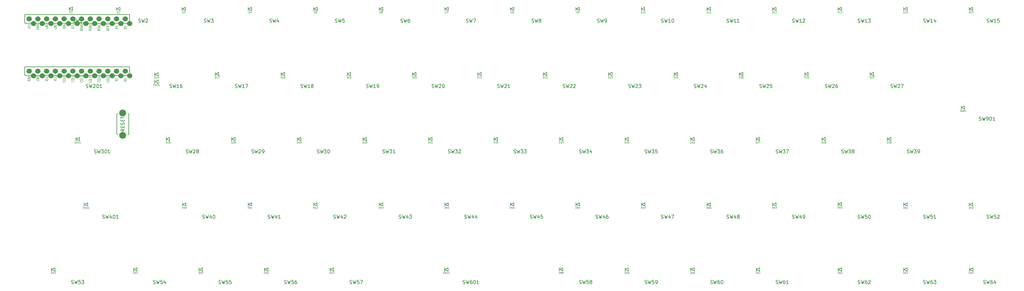
<source format=gto>
G04 #@! TF.GenerationSoftware,KiCad,Pcbnew,(6.0.5)*
G04 #@! TF.CreationDate,2022-06-06T23:57:28+09:00*
G04 #@! TF.ProjectId,MHKB,4d484b42-2e6b-4696-9361-645f70636258,1.0*
G04 #@! TF.SameCoordinates,Original*
G04 #@! TF.FileFunction,Legend,Top*
G04 #@! TF.FilePolarity,Positive*
%FSLAX46Y46*%
G04 Gerber Fmt 4.6, Leading zero omitted, Abs format (unit mm)*
G04 Created by KiCad (PCBNEW (6.0.5)) date 2022-06-06 23:57:28*
%MOMM*%
%LPD*%
G01*
G04 APERTURE LIST*
%ADD10C,0.150000*%
%ADD11C,0.125000*%
%ADD12C,2.000000*%
%ADD13C,1.524000*%
G04 APERTURE END LIST*
D10*
X50385285Y-67206761D02*
X50528142Y-67254380D01*
X50766238Y-67254380D01*
X50861476Y-67206761D01*
X50909095Y-67159142D01*
X50956714Y-67063904D01*
X50956714Y-66968666D01*
X50909095Y-66873428D01*
X50861476Y-66825809D01*
X50766238Y-66778190D01*
X50575761Y-66730571D01*
X50480523Y-66682952D01*
X50432904Y-66635333D01*
X50385285Y-66540095D01*
X50385285Y-66444857D01*
X50432904Y-66349619D01*
X50480523Y-66302000D01*
X50575761Y-66254380D01*
X50813857Y-66254380D01*
X50956714Y-66302000D01*
X51290047Y-66254380D02*
X51528142Y-67254380D01*
X51718619Y-66540095D01*
X51909095Y-67254380D01*
X52147190Y-66254380D01*
X52480523Y-66349619D02*
X52528142Y-66302000D01*
X52623380Y-66254380D01*
X52861476Y-66254380D01*
X52956714Y-66302000D01*
X53004333Y-66349619D01*
X53051952Y-66444857D01*
X53051952Y-66540095D01*
X53004333Y-66682952D01*
X52432904Y-67254380D01*
X53051952Y-67254380D01*
X53671000Y-66254380D02*
X53766238Y-66254380D01*
X53861476Y-66302000D01*
X53909095Y-66349619D01*
X53956714Y-66444857D01*
X54004333Y-66635333D01*
X54004333Y-66873428D01*
X53956714Y-67063904D01*
X53909095Y-67159142D01*
X53861476Y-67206761D01*
X53766238Y-67254380D01*
X53671000Y-67254380D01*
X53575761Y-67206761D01*
X53528142Y-67159142D01*
X53480523Y-67063904D01*
X53432904Y-66873428D01*
X53432904Y-66635333D01*
X53480523Y-66444857D01*
X53528142Y-66349619D01*
X53575761Y-66302000D01*
X53671000Y-66254380D01*
X54956714Y-67254380D02*
X54385285Y-67254380D01*
X54671000Y-67254380D02*
X54671000Y-66254380D01*
X54575761Y-66397238D01*
X54480523Y-66492476D01*
X54385285Y-66540095D01*
D11*
X45597952Y-45404190D02*
X45597952Y-44904190D01*
X45717000Y-44904190D01*
X45788428Y-44928000D01*
X45836047Y-44975619D01*
X45859857Y-45023238D01*
X45883666Y-45118476D01*
X45883666Y-45189904D01*
X45859857Y-45285142D01*
X45836047Y-45332761D01*
X45788428Y-45380380D01*
X45717000Y-45404190D01*
X45597952Y-45404190D01*
X46359857Y-45404190D02*
X46074142Y-45404190D01*
X46217000Y-45404190D02*
X46217000Y-44904190D01*
X46169380Y-44975619D01*
X46121761Y-45023238D01*
X46074142Y-45047047D01*
X59378952Y-45436190D02*
X59378952Y-44936190D01*
X59498000Y-44936190D01*
X59569428Y-44960000D01*
X59617047Y-45007619D01*
X59640857Y-45055238D01*
X59664666Y-45150476D01*
X59664666Y-45221904D01*
X59640857Y-45317142D01*
X59617047Y-45364761D01*
X59569428Y-45412380D01*
X59498000Y-45436190D01*
X59378952Y-45436190D01*
X59855142Y-44983809D02*
X59878952Y-44960000D01*
X59926571Y-44936190D01*
X60045619Y-44936190D01*
X60093238Y-44960000D01*
X60117047Y-44983809D01*
X60140857Y-45031428D01*
X60140857Y-45079047D01*
X60117047Y-45150476D01*
X59831333Y-45436190D01*
X60140857Y-45436190D01*
X78380952Y-45436190D02*
X78380952Y-44936190D01*
X78500000Y-44936190D01*
X78571428Y-44960000D01*
X78619047Y-45007619D01*
X78642857Y-45055238D01*
X78666666Y-45150476D01*
X78666666Y-45221904D01*
X78642857Y-45317142D01*
X78619047Y-45364761D01*
X78571428Y-45412380D01*
X78500000Y-45436190D01*
X78380952Y-45436190D01*
X78833333Y-44936190D02*
X79142857Y-44936190D01*
X78976190Y-45126666D01*
X79047619Y-45126666D01*
X79095238Y-45150476D01*
X79119047Y-45174285D01*
X79142857Y-45221904D01*
X79142857Y-45340952D01*
X79119047Y-45388571D01*
X79095238Y-45412380D01*
X79047619Y-45436190D01*
X78904761Y-45436190D01*
X78857142Y-45412380D01*
X78833333Y-45388571D01*
X97617952Y-45494190D02*
X97617952Y-44994190D01*
X97737000Y-44994190D01*
X97808428Y-45018000D01*
X97856047Y-45065619D01*
X97879857Y-45113238D01*
X97903666Y-45208476D01*
X97903666Y-45279904D01*
X97879857Y-45375142D01*
X97856047Y-45422761D01*
X97808428Y-45470380D01*
X97737000Y-45494190D01*
X97617952Y-45494190D01*
X98332238Y-45160857D02*
X98332238Y-45494190D01*
X98213190Y-44970380D02*
X98094142Y-45327523D01*
X98403666Y-45327523D01*
X116652952Y-45464190D02*
X116652952Y-44964190D01*
X116772000Y-44964190D01*
X116843428Y-44988000D01*
X116891047Y-45035619D01*
X116914857Y-45083238D01*
X116938666Y-45178476D01*
X116938666Y-45249904D01*
X116914857Y-45345142D01*
X116891047Y-45392761D01*
X116843428Y-45440380D01*
X116772000Y-45464190D01*
X116652952Y-45464190D01*
X117391047Y-44964190D02*
X117152952Y-44964190D01*
X117129142Y-45202285D01*
X117152952Y-45178476D01*
X117200571Y-45154666D01*
X117319619Y-45154666D01*
X117367238Y-45178476D01*
X117391047Y-45202285D01*
X117414857Y-45249904D01*
X117414857Y-45368952D01*
X117391047Y-45416571D01*
X117367238Y-45440380D01*
X117319619Y-45464190D01*
X117200571Y-45464190D01*
X117152952Y-45440380D01*
X117129142Y-45416571D01*
X135717952Y-45464190D02*
X135717952Y-44964190D01*
X135837000Y-44964190D01*
X135908428Y-44988000D01*
X135956047Y-45035619D01*
X135979857Y-45083238D01*
X136003666Y-45178476D01*
X136003666Y-45249904D01*
X135979857Y-45345142D01*
X135956047Y-45392761D01*
X135908428Y-45440380D01*
X135837000Y-45464190D01*
X135717952Y-45464190D01*
X136432238Y-44964190D02*
X136337000Y-44964190D01*
X136289380Y-44988000D01*
X136265571Y-45011809D01*
X136217952Y-45083238D01*
X136194142Y-45178476D01*
X136194142Y-45368952D01*
X136217952Y-45416571D01*
X136241761Y-45440380D01*
X136289380Y-45464190D01*
X136384619Y-45464190D01*
X136432238Y-45440380D01*
X136456047Y-45416571D01*
X136479857Y-45368952D01*
X136479857Y-45249904D01*
X136456047Y-45202285D01*
X136432238Y-45178476D01*
X136384619Y-45154666D01*
X136289380Y-45154666D01*
X136241761Y-45178476D01*
X136217952Y-45202285D01*
X136194142Y-45249904D01*
X154762952Y-45434190D02*
X154762952Y-44934190D01*
X154882000Y-44934190D01*
X154953428Y-44958000D01*
X155001047Y-45005619D01*
X155024857Y-45053238D01*
X155048666Y-45148476D01*
X155048666Y-45219904D01*
X155024857Y-45315142D01*
X155001047Y-45362761D01*
X154953428Y-45410380D01*
X154882000Y-45434190D01*
X154762952Y-45434190D01*
X155215333Y-44934190D02*
X155548666Y-44934190D01*
X155334380Y-45434190D01*
X173827952Y-45434190D02*
X173827952Y-44934190D01*
X173947000Y-44934190D01*
X174018428Y-44958000D01*
X174066047Y-45005619D01*
X174089857Y-45053238D01*
X174113666Y-45148476D01*
X174113666Y-45219904D01*
X174089857Y-45315142D01*
X174066047Y-45362761D01*
X174018428Y-45410380D01*
X173947000Y-45434190D01*
X173827952Y-45434190D01*
X174399380Y-45148476D02*
X174351761Y-45124666D01*
X174327952Y-45100857D01*
X174304142Y-45053238D01*
X174304142Y-45029428D01*
X174327952Y-44981809D01*
X174351761Y-44958000D01*
X174399380Y-44934190D01*
X174494619Y-44934190D01*
X174542238Y-44958000D01*
X174566047Y-44981809D01*
X174589857Y-45029428D01*
X174589857Y-45053238D01*
X174566047Y-45100857D01*
X174542238Y-45124666D01*
X174494619Y-45148476D01*
X174399380Y-45148476D01*
X174351761Y-45172285D01*
X174327952Y-45196095D01*
X174304142Y-45243714D01*
X174304142Y-45338952D01*
X174327952Y-45386571D01*
X174351761Y-45410380D01*
X174399380Y-45434190D01*
X174494619Y-45434190D01*
X174542238Y-45410380D01*
X174566047Y-45386571D01*
X174589857Y-45338952D01*
X174589857Y-45243714D01*
X174566047Y-45196095D01*
X174542238Y-45172285D01*
X174494619Y-45148476D01*
X192872952Y-45434190D02*
X192872952Y-44934190D01*
X192992000Y-44934190D01*
X193063428Y-44958000D01*
X193111047Y-45005619D01*
X193134857Y-45053238D01*
X193158666Y-45148476D01*
X193158666Y-45219904D01*
X193134857Y-45315142D01*
X193111047Y-45362761D01*
X193063428Y-45410380D01*
X192992000Y-45434190D01*
X192872952Y-45434190D01*
X193396761Y-45434190D02*
X193492000Y-45434190D01*
X193539619Y-45410380D01*
X193563428Y-45386571D01*
X193611047Y-45315142D01*
X193634857Y-45219904D01*
X193634857Y-45029428D01*
X193611047Y-44981809D01*
X193587238Y-44958000D01*
X193539619Y-44934190D01*
X193444380Y-44934190D01*
X193396761Y-44958000D01*
X193372952Y-44981809D01*
X193349142Y-45029428D01*
X193349142Y-45148476D01*
X193372952Y-45196095D01*
X193396761Y-45219904D01*
X193444380Y-45243714D01*
X193539619Y-45243714D01*
X193587238Y-45219904D01*
X193611047Y-45196095D01*
X193634857Y-45148476D01*
X211644857Y-45434190D02*
X211644857Y-44934190D01*
X211763904Y-44934190D01*
X211835333Y-44958000D01*
X211882952Y-45005619D01*
X211906761Y-45053238D01*
X211930571Y-45148476D01*
X211930571Y-45219904D01*
X211906761Y-45315142D01*
X211882952Y-45362761D01*
X211835333Y-45410380D01*
X211763904Y-45434190D01*
X211644857Y-45434190D01*
X212406761Y-45434190D02*
X212121047Y-45434190D01*
X212263904Y-45434190D02*
X212263904Y-44934190D01*
X212216285Y-45005619D01*
X212168666Y-45053238D01*
X212121047Y-45077047D01*
X212716285Y-44934190D02*
X212763904Y-44934190D01*
X212811523Y-44958000D01*
X212835333Y-44981809D01*
X212859142Y-45029428D01*
X212882952Y-45124666D01*
X212882952Y-45243714D01*
X212859142Y-45338952D01*
X212835333Y-45386571D01*
X212811523Y-45410380D01*
X212763904Y-45434190D01*
X212716285Y-45434190D01*
X212668666Y-45410380D01*
X212644857Y-45386571D01*
X212621047Y-45338952D01*
X212597238Y-45243714D01*
X212597238Y-45124666D01*
X212621047Y-45029428D01*
X212644857Y-44981809D01*
X212668666Y-44958000D01*
X212716285Y-44934190D01*
X230744857Y-45434190D02*
X230744857Y-44934190D01*
X230863904Y-44934190D01*
X230935333Y-44958000D01*
X230982952Y-45005619D01*
X231006761Y-45053238D01*
X231030571Y-45148476D01*
X231030571Y-45219904D01*
X231006761Y-45315142D01*
X230982952Y-45362761D01*
X230935333Y-45410380D01*
X230863904Y-45434190D01*
X230744857Y-45434190D01*
X231506761Y-45434190D02*
X231221047Y-45434190D01*
X231363904Y-45434190D02*
X231363904Y-44934190D01*
X231316285Y-45005619D01*
X231268666Y-45053238D01*
X231221047Y-45077047D01*
X231982952Y-45434190D02*
X231697238Y-45434190D01*
X231840095Y-45434190D02*
X231840095Y-44934190D01*
X231792476Y-45005619D01*
X231744857Y-45053238D01*
X231697238Y-45077047D01*
X249779857Y-45434190D02*
X249779857Y-44934190D01*
X249898904Y-44934190D01*
X249970333Y-44958000D01*
X250017952Y-45005619D01*
X250041761Y-45053238D01*
X250065571Y-45148476D01*
X250065571Y-45219904D01*
X250041761Y-45315142D01*
X250017952Y-45362761D01*
X249970333Y-45410380D01*
X249898904Y-45434190D01*
X249779857Y-45434190D01*
X250541761Y-45434190D02*
X250256047Y-45434190D01*
X250398904Y-45434190D02*
X250398904Y-44934190D01*
X250351285Y-45005619D01*
X250303666Y-45053238D01*
X250256047Y-45077047D01*
X250732238Y-44981809D02*
X250756047Y-44958000D01*
X250803666Y-44934190D01*
X250922714Y-44934190D01*
X250970333Y-44958000D01*
X250994142Y-44981809D01*
X251017952Y-45029428D01*
X251017952Y-45077047D01*
X250994142Y-45148476D01*
X250708428Y-45434190D01*
X251017952Y-45434190D01*
X268844857Y-45434190D02*
X268844857Y-44934190D01*
X268963904Y-44934190D01*
X269035333Y-44958000D01*
X269082952Y-45005619D01*
X269106761Y-45053238D01*
X269130571Y-45148476D01*
X269130571Y-45219904D01*
X269106761Y-45315142D01*
X269082952Y-45362761D01*
X269035333Y-45410380D01*
X268963904Y-45434190D01*
X268844857Y-45434190D01*
X269606761Y-45434190D02*
X269321047Y-45434190D01*
X269463904Y-45434190D02*
X269463904Y-44934190D01*
X269416285Y-45005619D01*
X269368666Y-45053238D01*
X269321047Y-45077047D01*
X269773428Y-44934190D02*
X270082952Y-44934190D01*
X269916285Y-45124666D01*
X269987714Y-45124666D01*
X270035333Y-45148476D01*
X270059142Y-45172285D01*
X270082952Y-45219904D01*
X270082952Y-45338952D01*
X270059142Y-45386571D01*
X270035333Y-45410380D01*
X269987714Y-45434190D01*
X269844857Y-45434190D01*
X269797238Y-45410380D01*
X269773428Y-45386571D01*
X287924857Y-45434190D02*
X287924857Y-44934190D01*
X288043904Y-44934190D01*
X288115333Y-44958000D01*
X288162952Y-45005619D01*
X288186761Y-45053238D01*
X288210571Y-45148476D01*
X288210571Y-45219904D01*
X288186761Y-45315142D01*
X288162952Y-45362761D01*
X288115333Y-45410380D01*
X288043904Y-45434190D01*
X287924857Y-45434190D01*
X288686761Y-45434190D02*
X288401047Y-45434190D01*
X288543904Y-45434190D02*
X288543904Y-44934190D01*
X288496285Y-45005619D01*
X288448666Y-45053238D01*
X288401047Y-45077047D01*
X289115333Y-45100857D02*
X289115333Y-45434190D01*
X288996285Y-44910380D02*
X288877238Y-45267523D01*
X289186761Y-45267523D01*
X306929857Y-45434190D02*
X306929857Y-44934190D01*
X307048904Y-44934190D01*
X307120333Y-44958000D01*
X307167952Y-45005619D01*
X307191761Y-45053238D01*
X307215571Y-45148476D01*
X307215571Y-45219904D01*
X307191761Y-45315142D01*
X307167952Y-45362761D01*
X307120333Y-45410380D01*
X307048904Y-45434190D01*
X306929857Y-45434190D01*
X307691761Y-45434190D02*
X307406047Y-45434190D01*
X307548904Y-45434190D02*
X307548904Y-44934190D01*
X307501285Y-45005619D01*
X307453666Y-45053238D01*
X307406047Y-45077047D01*
X308144142Y-44934190D02*
X307906047Y-44934190D01*
X307882238Y-45172285D01*
X307906047Y-45148476D01*
X307953666Y-45124666D01*
X308072714Y-45124666D01*
X308120333Y-45148476D01*
X308144142Y-45172285D01*
X308167952Y-45219904D01*
X308167952Y-45338952D01*
X308144142Y-45386571D01*
X308120333Y-45410380D01*
X308072714Y-45434190D01*
X307953666Y-45434190D01*
X307906047Y-45410380D01*
X307882238Y-45386571D01*
X70217857Y-64476190D02*
X70217857Y-63976190D01*
X70336904Y-63976190D01*
X70408333Y-64000000D01*
X70455952Y-64047619D01*
X70479761Y-64095238D01*
X70503571Y-64190476D01*
X70503571Y-64261904D01*
X70479761Y-64357142D01*
X70455952Y-64404761D01*
X70408333Y-64452380D01*
X70336904Y-64476190D01*
X70217857Y-64476190D01*
X70979761Y-64476190D02*
X70694047Y-64476190D01*
X70836904Y-64476190D02*
X70836904Y-63976190D01*
X70789285Y-64047619D01*
X70741666Y-64095238D01*
X70694047Y-64119047D01*
X71408333Y-63976190D02*
X71313095Y-63976190D01*
X71265476Y-64000000D01*
X71241666Y-64023809D01*
X71194047Y-64095238D01*
X71170238Y-64190476D01*
X71170238Y-64380952D01*
X71194047Y-64428571D01*
X71217857Y-64452380D01*
X71265476Y-64476190D01*
X71360714Y-64476190D01*
X71408333Y-64452380D01*
X71432142Y-64428571D01*
X71455952Y-64380952D01*
X71455952Y-64261904D01*
X71432142Y-64214285D01*
X71408333Y-64190476D01*
X71360714Y-64166666D01*
X71265476Y-64166666D01*
X71217857Y-64190476D01*
X71194047Y-64214285D01*
X71170238Y-64261904D01*
X87844857Y-64456190D02*
X87844857Y-63956190D01*
X87963904Y-63956190D01*
X88035333Y-63980000D01*
X88082952Y-64027619D01*
X88106761Y-64075238D01*
X88130571Y-64170476D01*
X88130571Y-64241904D01*
X88106761Y-64337142D01*
X88082952Y-64384761D01*
X88035333Y-64432380D01*
X87963904Y-64456190D01*
X87844857Y-64456190D01*
X88606761Y-64456190D02*
X88321047Y-64456190D01*
X88463904Y-64456190D02*
X88463904Y-63956190D01*
X88416285Y-64027619D01*
X88368666Y-64075238D01*
X88321047Y-64099047D01*
X88773428Y-63956190D02*
X89106761Y-63956190D01*
X88892476Y-64456190D01*
X106934857Y-64456190D02*
X106934857Y-63956190D01*
X107053904Y-63956190D01*
X107125333Y-63980000D01*
X107172952Y-64027619D01*
X107196761Y-64075238D01*
X107220571Y-64170476D01*
X107220571Y-64241904D01*
X107196761Y-64337142D01*
X107172952Y-64384761D01*
X107125333Y-64432380D01*
X107053904Y-64456190D01*
X106934857Y-64456190D01*
X107696761Y-64456190D02*
X107411047Y-64456190D01*
X107553904Y-64456190D02*
X107553904Y-63956190D01*
X107506285Y-64027619D01*
X107458666Y-64075238D01*
X107411047Y-64099047D01*
X107982476Y-64170476D02*
X107934857Y-64146666D01*
X107911047Y-64122857D01*
X107887238Y-64075238D01*
X107887238Y-64051428D01*
X107911047Y-64003809D01*
X107934857Y-63980000D01*
X107982476Y-63956190D01*
X108077714Y-63956190D01*
X108125333Y-63980000D01*
X108149142Y-64003809D01*
X108172952Y-64051428D01*
X108172952Y-64075238D01*
X108149142Y-64122857D01*
X108125333Y-64146666D01*
X108077714Y-64170476D01*
X107982476Y-64170476D01*
X107934857Y-64194285D01*
X107911047Y-64218095D01*
X107887238Y-64265714D01*
X107887238Y-64360952D01*
X107911047Y-64408571D01*
X107934857Y-64432380D01*
X107982476Y-64456190D01*
X108077714Y-64456190D01*
X108125333Y-64432380D01*
X108149142Y-64408571D01*
X108172952Y-64360952D01*
X108172952Y-64265714D01*
X108149142Y-64218095D01*
X108125333Y-64194285D01*
X108077714Y-64170476D01*
X126152857Y-64456190D02*
X126152857Y-63956190D01*
X126271904Y-63956190D01*
X126343333Y-63980000D01*
X126390952Y-64027619D01*
X126414761Y-64075238D01*
X126438571Y-64170476D01*
X126438571Y-64241904D01*
X126414761Y-64337142D01*
X126390952Y-64384761D01*
X126343333Y-64432380D01*
X126271904Y-64456190D01*
X126152857Y-64456190D01*
X126914761Y-64456190D02*
X126629047Y-64456190D01*
X126771904Y-64456190D02*
X126771904Y-63956190D01*
X126724285Y-64027619D01*
X126676666Y-64075238D01*
X126629047Y-64099047D01*
X127152857Y-64456190D02*
X127248095Y-64456190D01*
X127295714Y-64432380D01*
X127319523Y-64408571D01*
X127367142Y-64337142D01*
X127390952Y-64241904D01*
X127390952Y-64051428D01*
X127367142Y-64003809D01*
X127343333Y-63980000D01*
X127295714Y-63956190D01*
X127200476Y-63956190D01*
X127152857Y-63980000D01*
X127129047Y-64003809D01*
X127105238Y-64051428D01*
X127105238Y-64170476D01*
X127129047Y-64218095D01*
X127152857Y-64241904D01*
X127200476Y-64265714D01*
X127295714Y-64265714D01*
X127343333Y-64241904D01*
X127367142Y-64218095D01*
X127390952Y-64170476D01*
X145152857Y-64456190D02*
X145152857Y-63956190D01*
X145271904Y-63956190D01*
X145343333Y-63980000D01*
X145390952Y-64027619D01*
X145414761Y-64075238D01*
X145438571Y-64170476D01*
X145438571Y-64241904D01*
X145414761Y-64337142D01*
X145390952Y-64384761D01*
X145343333Y-64432380D01*
X145271904Y-64456190D01*
X145152857Y-64456190D01*
X145629047Y-64003809D02*
X145652857Y-63980000D01*
X145700476Y-63956190D01*
X145819523Y-63956190D01*
X145867142Y-63980000D01*
X145890952Y-64003809D01*
X145914761Y-64051428D01*
X145914761Y-64099047D01*
X145890952Y-64170476D01*
X145605238Y-64456190D01*
X145914761Y-64456190D01*
X146224285Y-63956190D02*
X146271904Y-63956190D01*
X146319523Y-63980000D01*
X146343333Y-64003809D01*
X146367142Y-64051428D01*
X146390952Y-64146666D01*
X146390952Y-64265714D01*
X146367142Y-64360952D01*
X146343333Y-64408571D01*
X146319523Y-64432380D01*
X146271904Y-64456190D01*
X146224285Y-64456190D01*
X146176666Y-64432380D01*
X146152857Y-64408571D01*
X146129047Y-64360952D01*
X146105238Y-64265714D01*
X146105238Y-64146666D01*
X146129047Y-64051428D01*
X146152857Y-64003809D01*
X146176666Y-63980000D01*
X146224285Y-63956190D01*
X164152857Y-64456190D02*
X164152857Y-63956190D01*
X164271904Y-63956190D01*
X164343333Y-63980000D01*
X164390952Y-64027619D01*
X164414761Y-64075238D01*
X164438571Y-64170476D01*
X164438571Y-64241904D01*
X164414761Y-64337142D01*
X164390952Y-64384761D01*
X164343333Y-64432380D01*
X164271904Y-64456190D01*
X164152857Y-64456190D01*
X164629047Y-64003809D02*
X164652857Y-63980000D01*
X164700476Y-63956190D01*
X164819523Y-63956190D01*
X164867142Y-63980000D01*
X164890952Y-64003809D01*
X164914761Y-64051428D01*
X164914761Y-64099047D01*
X164890952Y-64170476D01*
X164605238Y-64456190D01*
X164914761Y-64456190D01*
X165390952Y-64456190D02*
X165105238Y-64456190D01*
X165248095Y-64456190D02*
X165248095Y-63956190D01*
X165200476Y-64027619D01*
X165152857Y-64075238D01*
X165105238Y-64099047D01*
X183132857Y-64456190D02*
X183132857Y-63956190D01*
X183251904Y-63956190D01*
X183323333Y-63980000D01*
X183370952Y-64027619D01*
X183394761Y-64075238D01*
X183418571Y-64170476D01*
X183418571Y-64241904D01*
X183394761Y-64337142D01*
X183370952Y-64384761D01*
X183323333Y-64432380D01*
X183251904Y-64456190D01*
X183132857Y-64456190D01*
X183609047Y-64003809D02*
X183632857Y-63980000D01*
X183680476Y-63956190D01*
X183799523Y-63956190D01*
X183847142Y-63980000D01*
X183870952Y-64003809D01*
X183894761Y-64051428D01*
X183894761Y-64099047D01*
X183870952Y-64170476D01*
X183585238Y-64456190D01*
X183894761Y-64456190D01*
X184085238Y-64003809D02*
X184109047Y-63980000D01*
X184156666Y-63956190D01*
X184275714Y-63956190D01*
X184323333Y-63980000D01*
X184347142Y-64003809D01*
X184370952Y-64051428D01*
X184370952Y-64099047D01*
X184347142Y-64170476D01*
X184061428Y-64456190D01*
X184370952Y-64456190D01*
X202142857Y-64456190D02*
X202142857Y-63956190D01*
X202261904Y-63956190D01*
X202333333Y-63980000D01*
X202380952Y-64027619D01*
X202404761Y-64075238D01*
X202428571Y-64170476D01*
X202428571Y-64241904D01*
X202404761Y-64337142D01*
X202380952Y-64384761D01*
X202333333Y-64432380D01*
X202261904Y-64456190D01*
X202142857Y-64456190D01*
X202619047Y-64003809D02*
X202642857Y-63980000D01*
X202690476Y-63956190D01*
X202809523Y-63956190D01*
X202857142Y-63980000D01*
X202880952Y-64003809D01*
X202904761Y-64051428D01*
X202904761Y-64099047D01*
X202880952Y-64170476D01*
X202595238Y-64456190D01*
X202904761Y-64456190D01*
X203071428Y-63956190D02*
X203380952Y-63956190D01*
X203214285Y-64146666D01*
X203285714Y-64146666D01*
X203333333Y-64170476D01*
X203357142Y-64194285D01*
X203380952Y-64241904D01*
X203380952Y-64360952D01*
X203357142Y-64408571D01*
X203333333Y-64432380D01*
X203285714Y-64456190D01*
X203142857Y-64456190D01*
X203095238Y-64432380D01*
X203071428Y-64408571D01*
X221152857Y-64456190D02*
X221152857Y-63956190D01*
X221271904Y-63956190D01*
X221343333Y-63980000D01*
X221390952Y-64027619D01*
X221414761Y-64075238D01*
X221438571Y-64170476D01*
X221438571Y-64241904D01*
X221414761Y-64337142D01*
X221390952Y-64384761D01*
X221343333Y-64432380D01*
X221271904Y-64456190D01*
X221152857Y-64456190D01*
X221629047Y-64003809D02*
X221652857Y-63980000D01*
X221700476Y-63956190D01*
X221819523Y-63956190D01*
X221867142Y-63980000D01*
X221890952Y-64003809D01*
X221914761Y-64051428D01*
X221914761Y-64099047D01*
X221890952Y-64170476D01*
X221605238Y-64456190D01*
X221914761Y-64456190D01*
X222343333Y-64122857D02*
X222343333Y-64456190D01*
X222224285Y-63932380D02*
X222105238Y-64289523D01*
X222414761Y-64289523D01*
X240142857Y-64456190D02*
X240142857Y-63956190D01*
X240261904Y-63956190D01*
X240333333Y-63980000D01*
X240380952Y-64027619D01*
X240404761Y-64075238D01*
X240428571Y-64170476D01*
X240428571Y-64241904D01*
X240404761Y-64337142D01*
X240380952Y-64384761D01*
X240333333Y-64432380D01*
X240261904Y-64456190D01*
X240142857Y-64456190D01*
X240619047Y-64003809D02*
X240642857Y-63980000D01*
X240690476Y-63956190D01*
X240809523Y-63956190D01*
X240857142Y-63980000D01*
X240880952Y-64003809D01*
X240904761Y-64051428D01*
X240904761Y-64099047D01*
X240880952Y-64170476D01*
X240595238Y-64456190D01*
X240904761Y-64456190D01*
X241357142Y-63956190D02*
X241119047Y-63956190D01*
X241095238Y-64194285D01*
X241119047Y-64170476D01*
X241166666Y-64146666D01*
X241285714Y-64146666D01*
X241333333Y-64170476D01*
X241357142Y-64194285D01*
X241380952Y-64241904D01*
X241380952Y-64360952D01*
X241357142Y-64408571D01*
X241333333Y-64432380D01*
X241285714Y-64456190D01*
X241166666Y-64456190D01*
X241119047Y-64432380D01*
X241095238Y-64408571D01*
X259142857Y-64456190D02*
X259142857Y-63956190D01*
X259261904Y-63956190D01*
X259333333Y-63980000D01*
X259380952Y-64027619D01*
X259404761Y-64075238D01*
X259428571Y-64170476D01*
X259428571Y-64241904D01*
X259404761Y-64337142D01*
X259380952Y-64384761D01*
X259333333Y-64432380D01*
X259261904Y-64456190D01*
X259142857Y-64456190D01*
X259619047Y-64003809D02*
X259642857Y-63980000D01*
X259690476Y-63956190D01*
X259809523Y-63956190D01*
X259857142Y-63980000D01*
X259880952Y-64003809D01*
X259904761Y-64051428D01*
X259904761Y-64099047D01*
X259880952Y-64170476D01*
X259595238Y-64456190D01*
X259904761Y-64456190D01*
X260333333Y-63956190D02*
X260238095Y-63956190D01*
X260190476Y-63980000D01*
X260166666Y-64003809D01*
X260119047Y-64075238D01*
X260095238Y-64170476D01*
X260095238Y-64360952D01*
X260119047Y-64408571D01*
X260142857Y-64432380D01*
X260190476Y-64456190D01*
X260285714Y-64456190D01*
X260333333Y-64432380D01*
X260357142Y-64408571D01*
X260380952Y-64360952D01*
X260380952Y-64241904D01*
X260357142Y-64194285D01*
X260333333Y-64170476D01*
X260285714Y-64146666D01*
X260190476Y-64146666D01*
X260142857Y-64170476D01*
X260119047Y-64194285D01*
X260095238Y-64241904D01*
X278142857Y-64456190D02*
X278142857Y-63956190D01*
X278261904Y-63956190D01*
X278333333Y-63980000D01*
X278380952Y-64027619D01*
X278404761Y-64075238D01*
X278428571Y-64170476D01*
X278428571Y-64241904D01*
X278404761Y-64337142D01*
X278380952Y-64384761D01*
X278333333Y-64432380D01*
X278261904Y-64456190D01*
X278142857Y-64456190D01*
X278619047Y-64003809D02*
X278642857Y-63980000D01*
X278690476Y-63956190D01*
X278809523Y-63956190D01*
X278857142Y-63980000D01*
X278880952Y-64003809D01*
X278904761Y-64051428D01*
X278904761Y-64099047D01*
X278880952Y-64170476D01*
X278595238Y-64456190D01*
X278904761Y-64456190D01*
X279071428Y-63956190D02*
X279404761Y-63956190D01*
X279190476Y-64456190D01*
X73574857Y-83444190D02*
X73574857Y-82944190D01*
X73693904Y-82944190D01*
X73765333Y-82968000D01*
X73812952Y-83015619D01*
X73836761Y-83063238D01*
X73860571Y-83158476D01*
X73860571Y-83229904D01*
X73836761Y-83325142D01*
X73812952Y-83372761D01*
X73765333Y-83420380D01*
X73693904Y-83444190D01*
X73574857Y-83444190D01*
X74051047Y-82991809D02*
X74074857Y-82968000D01*
X74122476Y-82944190D01*
X74241523Y-82944190D01*
X74289142Y-82968000D01*
X74312952Y-82991809D01*
X74336761Y-83039428D01*
X74336761Y-83087047D01*
X74312952Y-83158476D01*
X74027238Y-83444190D01*
X74336761Y-83444190D01*
X74622476Y-83158476D02*
X74574857Y-83134666D01*
X74551047Y-83110857D01*
X74527238Y-83063238D01*
X74527238Y-83039428D01*
X74551047Y-82991809D01*
X74574857Y-82968000D01*
X74622476Y-82944190D01*
X74717714Y-82944190D01*
X74765333Y-82968000D01*
X74789142Y-82991809D01*
X74812952Y-83039428D01*
X74812952Y-83063238D01*
X74789142Y-83110857D01*
X74765333Y-83134666D01*
X74717714Y-83158476D01*
X74622476Y-83158476D01*
X74574857Y-83182285D01*
X74551047Y-83206095D01*
X74527238Y-83253714D01*
X74527238Y-83348952D01*
X74551047Y-83396571D01*
X74574857Y-83420380D01*
X74622476Y-83444190D01*
X74717714Y-83444190D01*
X74765333Y-83420380D01*
X74789142Y-83396571D01*
X74812952Y-83348952D01*
X74812952Y-83253714D01*
X74789142Y-83206095D01*
X74765333Y-83182285D01*
X74717714Y-83158476D01*
X92574857Y-83444190D02*
X92574857Y-82944190D01*
X92693904Y-82944190D01*
X92765333Y-82968000D01*
X92812952Y-83015619D01*
X92836761Y-83063238D01*
X92860571Y-83158476D01*
X92860571Y-83229904D01*
X92836761Y-83325142D01*
X92812952Y-83372761D01*
X92765333Y-83420380D01*
X92693904Y-83444190D01*
X92574857Y-83444190D01*
X93051047Y-82991809D02*
X93074857Y-82968000D01*
X93122476Y-82944190D01*
X93241523Y-82944190D01*
X93289142Y-82968000D01*
X93312952Y-82991809D01*
X93336761Y-83039428D01*
X93336761Y-83087047D01*
X93312952Y-83158476D01*
X93027238Y-83444190D01*
X93336761Y-83444190D01*
X93574857Y-83444190D02*
X93670095Y-83444190D01*
X93717714Y-83420380D01*
X93741523Y-83396571D01*
X93789142Y-83325142D01*
X93812952Y-83229904D01*
X93812952Y-83039428D01*
X93789142Y-82991809D01*
X93765333Y-82968000D01*
X93717714Y-82944190D01*
X93622476Y-82944190D01*
X93574857Y-82968000D01*
X93551047Y-82991809D01*
X93527238Y-83039428D01*
X93527238Y-83158476D01*
X93551047Y-83206095D01*
X93574857Y-83229904D01*
X93622476Y-83253714D01*
X93717714Y-83253714D01*
X93765333Y-83229904D01*
X93789142Y-83206095D01*
X93812952Y-83158476D01*
X111669857Y-83444190D02*
X111669857Y-82944190D01*
X111788904Y-82944190D01*
X111860333Y-82968000D01*
X111907952Y-83015619D01*
X111931761Y-83063238D01*
X111955571Y-83158476D01*
X111955571Y-83229904D01*
X111931761Y-83325142D01*
X111907952Y-83372761D01*
X111860333Y-83420380D01*
X111788904Y-83444190D01*
X111669857Y-83444190D01*
X112122238Y-82944190D02*
X112431761Y-82944190D01*
X112265095Y-83134666D01*
X112336523Y-83134666D01*
X112384142Y-83158476D01*
X112407952Y-83182285D01*
X112431761Y-83229904D01*
X112431761Y-83348952D01*
X112407952Y-83396571D01*
X112384142Y-83420380D01*
X112336523Y-83444190D01*
X112193666Y-83444190D01*
X112146047Y-83420380D01*
X112122238Y-83396571D01*
X112741285Y-82944190D02*
X112788904Y-82944190D01*
X112836523Y-82968000D01*
X112860333Y-82991809D01*
X112884142Y-83039428D01*
X112907952Y-83134666D01*
X112907952Y-83253714D01*
X112884142Y-83348952D01*
X112860333Y-83396571D01*
X112836523Y-83420380D01*
X112788904Y-83444190D01*
X112741285Y-83444190D01*
X112693666Y-83420380D01*
X112669857Y-83396571D01*
X112646047Y-83348952D01*
X112622238Y-83253714D01*
X112622238Y-83134666D01*
X112646047Y-83039428D01*
X112669857Y-82991809D01*
X112693666Y-82968000D01*
X112741285Y-82944190D01*
X130744857Y-83444190D02*
X130744857Y-82944190D01*
X130863904Y-82944190D01*
X130935333Y-82968000D01*
X130982952Y-83015619D01*
X131006761Y-83063238D01*
X131030571Y-83158476D01*
X131030571Y-83229904D01*
X131006761Y-83325142D01*
X130982952Y-83372761D01*
X130935333Y-83420380D01*
X130863904Y-83444190D01*
X130744857Y-83444190D01*
X131197238Y-82944190D02*
X131506761Y-82944190D01*
X131340095Y-83134666D01*
X131411523Y-83134666D01*
X131459142Y-83158476D01*
X131482952Y-83182285D01*
X131506761Y-83229904D01*
X131506761Y-83348952D01*
X131482952Y-83396571D01*
X131459142Y-83420380D01*
X131411523Y-83444190D01*
X131268666Y-83444190D01*
X131221047Y-83420380D01*
X131197238Y-83396571D01*
X131982952Y-83444190D02*
X131697238Y-83444190D01*
X131840095Y-83444190D02*
X131840095Y-82944190D01*
X131792476Y-83015619D01*
X131744857Y-83063238D01*
X131697238Y-83087047D01*
X149814857Y-83444190D02*
X149814857Y-82944190D01*
X149933904Y-82944190D01*
X150005333Y-82968000D01*
X150052952Y-83015619D01*
X150076761Y-83063238D01*
X150100571Y-83158476D01*
X150100571Y-83229904D01*
X150076761Y-83325142D01*
X150052952Y-83372761D01*
X150005333Y-83420380D01*
X149933904Y-83444190D01*
X149814857Y-83444190D01*
X150267238Y-82944190D02*
X150576761Y-82944190D01*
X150410095Y-83134666D01*
X150481523Y-83134666D01*
X150529142Y-83158476D01*
X150552952Y-83182285D01*
X150576761Y-83229904D01*
X150576761Y-83348952D01*
X150552952Y-83396571D01*
X150529142Y-83420380D01*
X150481523Y-83444190D01*
X150338666Y-83444190D01*
X150291047Y-83420380D01*
X150267238Y-83396571D01*
X150767238Y-82991809D02*
X150791047Y-82968000D01*
X150838666Y-82944190D01*
X150957714Y-82944190D01*
X151005333Y-82968000D01*
X151029142Y-82991809D01*
X151052952Y-83039428D01*
X151052952Y-83087047D01*
X151029142Y-83158476D01*
X150743428Y-83444190D01*
X151052952Y-83444190D01*
X168822857Y-83444190D02*
X168822857Y-82944190D01*
X168941904Y-82944190D01*
X169013333Y-82968000D01*
X169060952Y-83015619D01*
X169084761Y-83063238D01*
X169108571Y-83158476D01*
X169108571Y-83229904D01*
X169084761Y-83325142D01*
X169060952Y-83372761D01*
X169013333Y-83420380D01*
X168941904Y-83444190D01*
X168822857Y-83444190D01*
X169275238Y-82944190D02*
X169584761Y-82944190D01*
X169418095Y-83134666D01*
X169489523Y-83134666D01*
X169537142Y-83158476D01*
X169560952Y-83182285D01*
X169584761Y-83229904D01*
X169584761Y-83348952D01*
X169560952Y-83396571D01*
X169537142Y-83420380D01*
X169489523Y-83444190D01*
X169346666Y-83444190D01*
X169299047Y-83420380D01*
X169275238Y-83396571D01*
X169751428Y-82944190D02*
X170060952Y-82944190D01*
X169894285Y-83134666D01*
X169965714Y-83134666D01*
X170013333Y-83158476D01*
X170037142Y-83182285D01*
X170060952Y-83229904D01*
X170060952Y-83348952D01*
X170037142Y-83396571D01*
X170013333Y-83420380D01*
X169965714Y-83444190D01*
X169822857Y-83444190D01*
X169775238Y-83420380D01*
X169751428Y-83396571D01*
X187854857Y-83444190D02*
X187854857Y-82944190D01*
X187973904Y-82944190D01*
X188045333Y-82968000D01*
X188092952Y-83015619D01*
X188116761Y-83063238D01*
X188140571Y-83158476D01*
X188140571Y-83229904D01*
X188116761Y-83325142D01*
X188092952Y-83372761D01*
X188045333Y-83420380D01*
X187973904Y-83444190D01*
X187854857Y-83444190D01*
X188307238Y-82944190D02*
X188616761Y-82944190D01*
X188450095Y-83134666D01*
X188521523Y-83134666D01*
X188569142Y-83158476D01*
X188592952Y-83182285D01*
X188616761Y-83229904D01*
X188616761Y-83348952D01*
X188592952Y-83396571D01*
X188569142Y-83420380D01*
X188521523Y-83444190D01*
X188378666Y-83444190D01*
X188331047Y-83420380D01*
X188307238Y-83396571D01*
X189045333Y-83110857D02*
X189045333Y-83444190D01*
X188926285Y-82920380D02*
X188807238Y-83277523D01*
X189116761Y-83277523D01*
X206904857Y-83444190D02*
X206904857Y-82944190D01*
X207023904Y-82944190D01*
X207095333Y-82968000D01*
X207142952Y-83015619D01*
X207166761Y-83063238D01*
X207190571Y-83158476D01*
X207190571Y-83229904D01*
X207166761Y-83325142D01*
X207142952Y-83372761D01*
X207095333Y-83420380D01*
X207023904Y-83444190D01*
X206904857Y-83444190D01*
X207357238Y-82944190D02*
X207666761Y-82944190D01*
X207500095Y-83134666D01*
X207571523Y-83134666D01*
X207619142Y-83158476D01*
X207642952Y-83182285D01*
X207666761Y-83229904D01*
X207666761Y-83348952D01*
X207642952Y-83396571D01*
X207619142Y-83420380D01*
X207571523Y-83444190D01*
X207428666Y-83444190D01*
X207381047Y-83420380D01*
X207357238Y-83396571D01*
X208119142Y-82944190D02*
X207881047Y-82944190D01*
X207857238Y-83182285D01*
X207881047Y-83158476D01*
X207928666Y-83134666D01*
X208047714Y-83134666D01*
X208095333Y-83158476D01*
X208119142Y-83182285D01*
X208142952Y-83229904D01*
X208142952Y-83348952D01*
X208119142Y-83396571D01*
X208095333Y-83420380D01*
X208047714Y-83444190D01*
X207928666Y-83444190D01*
X207881047Y-83420380D01*
X207857238Y-83396571D01*
X225964857Y-83444190D02*
X225964857Y-82944190D01*
X226083904Y-82944190D01*
X226155333Y-82968000D01*
X226202952Y-83015619D01*
X226226761Y-83063238D01*
X226250571Y-83158476D01*
X226250571Y-83229904D01*
X226226761Y-83325142D01*
X226202952Y-83372761D01*
X226155333Y-83420380D01*
X226083904Y-83444190D01*
X225964857Y-83444190D01*
X226417238Y-82944190D02*
X226726761Y-82944190D01*
X226560095Y-83134666D01*
X226631523Y-83134666D01*
X226679142Y-83158476D01*
X226702952Y-83182285D01*
X226726761Y-83229904D01*
X226726761Y-83348952D01*
X226702952Y-83396571D01*
X226679142Y-83420380D01*
X226631523Y-83444190D01*
X226488666Y-83444190D01*
X226441047Y-83420380D01*
X226417238Y-83396571D01*
X227155333Y-82944190D02*
X227060095Y-82944190D01*
X227012476Y-82968000D01*
X226988666Y-82991809D01*
X226941047Y-83063238D01*
X226917238Y-83158476D01*
X226917238Y-83348952D01*
X226941047Y-83396571D01*
X226964857Y-83420380D01*
X227012476Y-83444190D01*
X227107714Y-83444190D01*
X227155333Y-83420380D01*
X227179142Y-83396571D01*
X227202952Y-83348952D01*
X227202952Y-83229904D01*
X227179142Y-83182285D01*
X227155333Y-83158476D01*
X227107714Y-83134666D01*
X227012476Y-83134666D01*
X226964857Y-83158476D01*
X226941047Y-83182285D01*
X226917238Y-83229904D01*
X245014857Y-83444190D02*
X245014857Y-82944190D01*
X245133904Y-82944190D01*
X245205333Y-82968000D01*
X245252952Y-83015619D01*
X245276761Y-83063238D01*
X245300571Y-83158476D01*
X245300571Y-83229904D01*
X245276761Y-83325142D01*
X245252952Y-83372761D01*
X245205333Y-83420380D01*
X245133904Y-83444190D01*
X245014857Y-83444190D01*
X245467238Y-82944190D02*
X245776761Y-82944190D01*
X245610095Y-83134666D01*
X245681523Y-83134666D01*
X245729142Y-83158476D01*
X245752952Y-83182285D01*
X245776761Y-83229904D01*
X245776761Y-83348952D01*
X245752952Y-83396571D01*
X245729142Y-83420380D01*
X245681523Y-83444190D01*
X245538666Y-83444190D01*
X245491047Y-83420380D01*
X245467238Y-83396571D01*
X245943428Y-82944190D02*
X246276761Y-82944190D01*
X246062476Y-83444190D01*
X264152857Y-83466190D02*
X264152857Y-82966190D01*
X264271904Y-82966190D01*
X264343333Y-82990000D01*
X264390952Y-83037619D01*
X264414761Y-83085238D01*
X264438571Y-83180476D01*
X264438571Y-83251904D01*
X264414761Y-83347142D01*
X264390952Y-83394761D01*
X264343333Y-83442380D01*
X264271904Y-83466190D01*
X264152857Y-83466190D01*
X264605238Y-82966190D02*
X264914761Y-82966190D01*
X264748095Y-83156666D01*
X264819523Y-83156666D01*
X264867142Y-83180476D01*
X264890952Y-83204285D01*
X264914761Y-83251904D01*
X264914761Y-83370952D01*
X264890952Y-83418571D01*
X264867142Y-83442380D01*
X264819523Y-83466190D01*
X264676666Y-83466190D01*
X264629047Y-83442380D01*
X264605238Y-83418571D01*
X265200476Y-83180476D02*
X265152857Y-83156666D01*
X265129047Y-83132857D01*
X265105238Y-83085238D01*
X265105238Y-83061428D01*
X265129047Y-83013809D01*
X265152857Y-82990000D01*
X265200476Y-82966190D01*
X265295714Y-82966190D01*
X265343333Y-82990000D01*
X265367142Y-83013809D01*
X265390952Y-83061428D01*
X265390952Y-83085238D01*
X265367142Y-83132857D01*
X265343333Y-83156666D01*
X265295714Y-83180476D01*
X265200476Y-83180476D01*
X265152857Y-83204285D01*
X265129047Y-83228095D01*
X265105238Y-83275714D01*
X265105238Y-83370952D01*
X265129047Y-83418571D01*
X265152857Y-83442380D01*
X265200476Y-83466190D01*
X265295714Y-83466190D01*
X265343333Y-83442380D01*
X265367142Y-83418571D01*
X265390952Y-83370952D01*
X265390952Y-83275714D01*
X265367142Y-83228095D01*
X265343333Y-83204285D01*
X265295714Y-83180476D01*
X283122857Y-83466190D02*
X283122857Y-82966190D01*
X283241904Y-82966190D01*
X283313333Y-82990000D01*
X283360952Y-83037619D01*
X283384761Y-83085238D01*
X283408571Y-83180476D01*
X283408571Y-83251904D01*
X283384761Y-83347142D01*
X283360952Y-83394761D01*
X283313333Y-83442380D01*
X283241904Y-83466190D01*
X283122857Y-83466190D01*
X283575238Y-82966190D02*
X283884761Y-82966190D01*
X283718095Y-83156666D01*
X283789523Y-83156666D01*
X283837142Y-83180476D01*
X283860952Y-83204285D01*
X283884761Y-83251904D01*
X283884761Y-83370952D01*
X283860952Y-83418571D01*
X283837142Y-83442380D01*
X283789523Y-83466190D01*
X283646666Y-83466190D01*
X283599047Y-83442380D01*
X283575238Y-83418571D01*
X284122857Y-83466190D02*
X284218095Y-83466190D01*
X284265714Y-83442380D01*
X284289523Y-83418571D01*
X284337142Y-83347142D01*
X284360952Y-83251904D01*
X284360952Y-83061428D01*
X284337142Y-83013809D01*
X284313333Y-82990000D01*
X284265714Y-82966190D01*
X284170476Y-82966190D01*
X284122857Y-82990000D01*
X284099047Y-83013809D01*
X284075238Y-83061428D01*
X284075238Y-83180476D01*
X284099047Y-83228095D01*
X284122857Y-83251904D01*
X284170476Y-83275714D01*
X284265714Y-83275714D01*
X284313333Y-83251904D01*
X284337142Y-83228095D01*
X284360952Y-83180476D01*
X78294857Y-102434190D02*
X78294857Y-101934190D01*
X78413904Y-101934190D01*
X78485333Y-101958000D01*
X78532952Y-102005619D01*
X78556761Y-102053238D01*
X78580571Y-102148476D01*
X78580571Y-102219904D01*
X78556761Y-102315142D01*
X78532952Y-102362761D01*
X78485333Y-102410380D01*
X78413904Y-102434190D01*
X78294857Y-102434190D01*
X79009142Y-102100857D02*
X79009142Y-102434190D01*
X78890095Y-101910380D02*
X78771047Y-102267523D01*
X79080571Y-102267523D01*
X79366285Y-101934190D02*
X79413904Y-101934190D01*
X79461523Y-101958000D01*
X79485333Y-101981809D01*
X79509142Y-102029428D01*
X79532952Y-102124666D01*
X79532952Y-102243714D01*
X79509142Y-102338952D01*
X79485333Y-102386571D01*
X79461523Y-102410380D01*
X79413904Y-102434190D01*
X79366285Y-102434190D01*
X79318666Y-102410380D01*
X79294857Y-102386571D01*
X79271047Y-102338952D01*
X79247238Y-102243714D01*
X79247238Y-102124666D01*
X79271047Y-102029428D01*
X79294857Y-101981809D01*
X79318666Y-101958000D01*
X79366285Y-101934190D01*
X97364857Y-102434190D02*
X97364857Y-101934190D01*
X97483904Y-101934190D01*
X97555333Y-101958000D01*
X97602952Y-102005619D01*
X97626761Y-102053238D01*
X97650571Y-102148476D01*
X97650571Y-102219904D01*
X97626761Y-102315142D01*
X97602952Y-102362761D01*
X97555333Y-102410380D01*
X97483904Y-102434190D01*
X97364857Y-102434190D01*
X98079142Y-102100857D02*
X98079142Y-102434190D01*
X97960095Y-101910380D02*
X97841047Y-102267523D01*
X98150571Y-102267523D01*
X98602952Y-102434190D02*
X98317238Y-102434190D01*
X98460095Y-102434190D02*
X98460095Y-101934190D01*
X98412476Y-102005619D01*
X98364857Y-102053238D01*
X98317238Y-102077047D01*
X116404857Y-102434190D02*
X116404857Y-101934190D01*
X116523904Y-101934190D01*
X116595333Y-101958000D01*
X116642952Y-102005619D01*
X116666761Y-102053238D01*
X116690571Y-102148476D01*
X116690571Y-102219904D01*
X116666761Y-102315142D01*
X116642952Y-102362761D01*
X116595333Y-102410380D01*
X116523904Y-102434190D01*
X116404857Y-102434190D01*
X117119142Y-102100857D02*
X117119142Y-102434190D01*
X117000095Y-101910380D02*
X116881047Y-102267523D01*
X117190571Y-102267523D01*
X117357238Y-101981809D02*
X117381047Y-101958000D01*
X117428666Y-101934190D01*
X117547714Y-101934190D01*
X117595333Y-101958000D01*
X117619142Y-101981809D01*
X117642952Y-102029428D01*
X117642952Y-102077047D01*
X117619142Y-102148476D01*
X117333428Y-102434190D01*
X117642952Y-102434190D01*
X135484857Y-102434190D02*
X135484857Y-101934190D01*
X135603904Y-101934190D01*
X135675333Y-101958000D01*
X135722952Y-102005619D01*
X135746761Y-102053238D01*
X135770571Y-102148476D01*
X135770571Y-102219904D01*
X135746761Y-102315142D01*
X135722952Y-102362761D01*
X135675333Y-102410380D01*
X135603904Y-102434190D01*
X135484857Y-102434190D01*
X136199142Y-102100857D02*
X136199142Y-102434190D01*
X136080095Y-101910380D02*
X135961047Y-102267523D01*
X136270571Y-102267523D01*
X136413428Y-101934190D02*
X136722952Y-101934190D01*
X136556285Y-102124666D01*
X136627714Y-102124666D01*
X136675333Y-102148476D01*
X136699142Y-102172285D01*
X136722952Y-102219904D01*
X136722952Y-102338952D01*
X136699142Y-102386571D01*
X136675333Y-102410380D01*
X136627714Y-102434190D01*
X136484857Y-102434190D01*
X136437238Y-102410380D01*
X136413428Y-102386571D01*
X154534857Y-102434190D02*
X154534857Y-101934190D01*
X154653904Y-101934190D01*
X154725333Y-101958000D01*
X154772952Y-102005619D01*
X154796761Y-102053238D01*
X154820571Y-102148476D01*
X154820571Y-102219904D01*
X154796761Y-102315142D01*
X154772952Y-102362761D01*
X154725333Y-102410380D01*
X154653904Y-102434190D01*
X154534857Y-102434190D01*
X155249142Y-102100857D02*
X155249142Y-102434190D01*
X155130095Y-101910380D02*
X155011047Y-102267523D01*
X155320571Y-102267523D01*
X155725333Y-102100857D02*
X155725333Y-102434190D01*
X155606285Y-101910380D02*
X155487238Y-102267523D01*
X155796761Y-102267523D01*
X173554857Y-102434190D02*
X173554857Y-101934190D01*
X173673904Y-101934190D01*
X173745333Y-101958000D01*
X173792952Y-102005619D01*
X173816761Y-102053238D01*
X173840571Y-102148476D01*
X173840571Y-102219904D01*
X173816761Y-102315142D01*
X173792952Y-102362761D01*
X173745333Y-102410380D01*
X173673904Y-102434190D01*
X173554857Y-102434190D01*
X174269142Y-102100857D02*
X174269142Y-102434190D01*
X174150095Y-101910380D02*
X174031047Y-102267523D01*
X174340571Y-102267523D01*
X174769142Y-101934190D02*
X174531047Y-101934190D01*
X174507238Y-102172285D01*
X174531047Y-102148476D01*
X174578666Y-102124666D01*
X174697714Y-102124666D01*
X174745333Y-102148476D01*
X174769142Y-102172285D01*
X174792952Y-102219904D01*
X174792952Y-102338952D01*
X174769142Y-102386571D01*
X174745333Y-102410380D01*
X174697714Y-102434190D01*
X174578666Y-102434190D01*
X174531047Y-102410380D01*
X174507238Y-102386571D01*
X192629857Y-102434190D02*
X192629857Y-101934190D01*
X192748904Y-101934190D01*
X192820333Y-101958000D01*
X192867952Y-102005619D01*
X192891761Y-102053238D01*
X192915571Y-102148476D01*
X192915571Y-102219904D01*
X192891761Y-102315142D01*
X192867952Y-102362761D01*
X192820333Y-102410380D01*
X192748904Y-102434190D01*
X192629857Y-102434190D01*
X193344142Y-102100857D02*
X193344142Y-102434190D01*
X193225095Y-101910380D02*
X193106047Y-102267523D01*
X193415571Y-102267523D01*
X193820333Y-101934190D02*
X193725095Y-101934190D01*
X193677476Y-101958000D01*
X193653666Y-101981809D01*
X193606047Y-102053238D01*
X193582238Y-102148476D01*
X193582238Y-102338952D01*
X193606047Y-102386571D01*
X193629857Y-102410380D01*
X193677476Y-102434190D01*
X193772714Y-102434190D01*
X193820333Y-102410380D01*
X193844142Y-102386571D01*
X193867952Y-102338952D01*
X193867952Y-102219904D01*
X193844142Y-102172285D01*
X193820333Y-102148476D01*
X193772714Y-102124666D01*
X193677476Y-102124666D01*
X193629857Y-102148476D01*
X193606047Y-102172285D01*
X193582238Y-102219904D01*
X211714857Y-102434190D02*
X211714857Y-101934190D01*
X211833904Y-101934190D01*
X211905333Y-101958000D01*
X211952952Y-102005619D01*
X211976761Y-102053238D01*
X212000571Y-102148476D01*
X212000571Y-102219904D01*
X211976761Y-102315142D01*
X211952952Y-102362761D01*
X211905333Y-102410380D01*
X211833904Y-102434190D01*
X211714857Y-102434190D01*
X212429142Y-102100857D02*
X212429142Y-102434190D01*
X212310095Y-101910380D02*
X212191047Y-102267523D01*
X212500571Y-102267523D01*
X212643428Y-101934190D02*
X212976761Y-101934190D01*
X212762476Y-102434190D01*
X230724857Y-102474190D02*
X230724857Y-101974190D01*
X230843904Y-101974190D01*
X230915333Y-101998000D01*
X230962952Y-102045619D01*
X230986761Y-102093238D01*
X231010571Y-102188476D01*
X231010571Y-102259904D01*
X230986761Y-102355142D01*
X230962952Y-102402761D01*
X230915333Y-102450380D01*
X230843904Y-102474190D01*
X230724857Y-102474190D01*
X231439142Y-102140857D02*
X231439142Y-102474190D01*
X231320095Y-101950380D02*
X231201047Y-102307523D01*
X231510571Y-102307523D01*
X231772476Y-102188476D02*
X231724857Y-102164666D01*
X231701047Y-102140857D01*
X231677238Y-102093238D01*
X231677238Y-102069428D01*
X231701047Y-102021809D01*
X231724857Y-101998000D01*
X231772476Y-101974190D01*
X231867714Y-101974190D01*
X231915333Y-101998000D01*
X231939142Y-102021809D01*
X231962952Y-102069428D01*
X231962952Y-102093238D01*
X231939142Y-102140857D01*
X231915333Y-102164666D01*
X231867714Y-102188476D01*
X231772476Y-102188476D01*
X231724857Y-102212285D01*
X231701047Y-102236095D01*
X231677238Y-102283714D01*
X231677238Y-102378952D01*
X231701047Y-102426571D01*
X231724857Y-102450380D01*
X231772476Y-102474190D01*
X231867714Y-102474190D01*
X231915333Y-102450380D01*
X231939142Y-102426571D01*
X231962952Y-102378952D01*
X231962952Y-102283714D01*
X231939142Y-102236095D01*
X231915333Y-102212285D01*
X231867714Y-102188476D01*
X249814857Y-102434190D02*
X249814857Y-101934190D01*
X249933904Y-101934190D01*
X250005333Y-101958000D01*
X250052952Y-102005619D01*
X250076761Y-102053238D01*
X250100571Y-102148476D01*
X250100571Y-102219904D01*
X250076761Y-102315142D01*
X250052952Y-102362761D01*
X250005333Y-102410380D01*
X249933904Y-102434190D01*
X249814857Y-102434190D01*
X250529142Y-102100857D02*
X250529142Y-102434190D01*
X250410095Y-101910380D02*
X250291047Y-102267523D01*
X250600571Y-102267523D01*
X250814857Y-102434190D02*
X250910095Y-102434190D01*
X250957714Y-102410380D01*
X250981523Y-102386571D01*
X251029142Y-102315142D01*
X251052952Y-102219904D01*
X251052952Y-102029428D01*
X251029142Y-101981809D01*
X251005333Y-101958000D01*
X250957714Y-101934190D01*
X250862476Y-101934190D01*
X250814857Y-101958000D01*
X250791047Y-101981809D01*
X250767238Y-102029428D01*
X250767238Y-102148476D01*
X250791047Y-102196095D01*
X250814857Y-102219904D01*
X250862476Y-102243714D01*
X250957714Y-102243714D01*
X251005333Y-102219904D01*
X251029142Y-102196095D01*
X251052952Y-102148476D01*
X268834857Y-102404190D02*
X268834857Y-101904190D01*
X268953904Y-101904190D01*
X269025333Y-101928000D01*
X269072952Y-101975619D01*
X269096761Y-102023238D01*
X269120571Y-102118476D01*
X269120571Y-102189904D01*
X269096761Y-102285142D01*
X269072952Y-102332761D01*
X269025333Y-102380380D01*
X268953904Y-102404190D01*
X268834857Y-102404190D01*
X269572952Y-101904190D02*
X269334857Y-101904190D01*
X269311047Y-102142285D01*
X269334857Y-102118476D01*
X269382476Y-102094666D01*
X269501523Y-102094666D01*
X269549142Y-102118476D01*
X269572952Y-102142285D01*
X269596761Y-102189904D01*
X269596761Y-102308952D01*
X269572952Y-102356571D01*
X269549142Y-102380380D01*
X269501523Y-102404190D01*
X269382476Y-102404190D01*
X269334857Y-102380380D01*
X269311047Y-102356571D01*
X269906285Y-101904190D02*
X269953904Y-101904190D01*
X270001523Y-101928000D01*
X270025333Y-101951809D01*
X270049142Y-101999428D01*
X270072952Y-102094666D01*
X270072952Y-102213714D01*
X270049142Y-102308952D01*
X270025333Y-102356571D01*
X270001523Y-102380380D01*
X269953904Y-102404190D01*
X269906285Y-102404190D01*
X269858666Y-102380380D01*
X269834857Y-102356571D01*
X269811047Y-102308952D01*
X269787238Y-102213714D01*
X269787238Y-102094666D01*
X269811047Y-101999428D01*
X269834857Y-101951809D01*
X269858666Y-101928000D01*
X269906285Y-101904190D01*
X287884857Y-102434190D02*
X287884857Y-101934190D01*
X288003904Y-101934190D01*
X288075333Y-101958000D01*
X288122952Y-102005619D01*
X288146761Y-102053238D01*
X288170571Y-102148476D01*
X288170571Y-102219904D01*
X288146761Y-102315142D01*
X288122952Y-102362761D01*
X288075333Y-102410380D01*
X288003904Y-102434190D01*
X287884857Y-102434190D01*
X288622952Y-101934190D02*
X288384857Y-101934190D01*
X288361047Y-102172285D01*
X288384857Y-102148476D01*
X288432476Y-102124666D01*
X288551523Y-102124666D01*
X288599142Y-102148476D01*
X288622952Y-102172285D01*
X288646761Y-102219904D01*
X288646761Y-102338952D01*
X288622952Y-102386571D01*
X288599142Y-102410380D01*
X288551523Y-102434190D01*
X288432476Y-102434190D01*
X288384857Y-102410380D01*
X288361047Y-102386571D01*
X289122952Y-102434190D02*
X288837238Y-102434190D01*
X288980095Y-102434190D02*
X288980095Y-101934190D01*
X288932476Y-102005619D01*
X288884857Y-102053238D01*
X288837238Y-102077047D01*
X306964857Y-102434190D02*
X306964857Y-101934190D01*
X307083904Y-101934190D01*
X307155333Y-101958000D01*
X307202952Y-102005619D01*
X307226761Y-102053238D01*
X307250571Y-102148476D01*
X307250571Y-102219904D01*
X307226761Y-102315142D01*
X307202952Y-102362761D01*
X307155333Y-102410380D01*
X307083904Y-102434190D01*
X306964857Y-102434190D01*
X307702952Y-101934190D02*
X307464857Y-101934190D01*
X307441047Y-102172285D01*
X307464857Y-102148476D01*
X307512476Y-102124666D01*
X307631523Y-102124666D01*
X307679142Y-102148476D01*
X307702952Y-102172285D01*
X307726761Y-102219904D01*
X307726761Y-102338952D01*
X307702952Y-102386571D01*
X307679142Y-102410380D01*
X307631523Y-102434190D01*
X307512476Y-102434190D01*
X307464857Y-102410380D01*
X307441047Y-102386571D01*
X307917238Y-101981809D02*
X307941047Y-101958000D01*
X307988666Y-101934190D01*
X308107714Y-101934190D01*
X308155333Y-101958000D01*
X308179142Y-101981809D01*
X308202952Y-102029428D01*
X308202952Y-102077047D01*
X308179142Y-102148476D01*
X307893428Y-102434190D01*
X308202952Y-102434190D01*
X40264857Y-121454190D02*
X40264857Y-120954190D01*
X40383904Y-120954190D01*
X40455333Y-120978000D01*
X40502952Y-121025619D01*
X40526761Y-121073238D01*
X40550571Y-121168476D01*
X40550571Y-121239904D01*
X40526761Y-121335142D01*
X40502952Y-121382761D01*
X40455333Y-121430380D01*
X40383904Y-121454190D01*
X40264857Y-121454190D01*
X41002952Y-120954190D02*
X40764857Y-120954190D01*
X40741047Y-121192285D01*
X40764857Y-121168476D01*
X40812476Y-121144666D01*
X40931523Y-121144666D01*
X40979142Y-121168476D01*
X41002952Y-121192285D01*
X41026761Y-121239904D01*
X41026761Y-121358952D01*
X41002952Y-121406571D01*
X40979142Y-121430380D01*
X40931523Y-121454190D01*
X40812476Y-121454190D01*
X40764857Y-121430380D01*
X40741047Y-121406571D01*
X41193428Y-120954190D02*
X41502952Y-120954190D01*
X41336285Y-121144666D01*
X41407714Y-121144666D01*
X41455333Y-121168476D01*
X41479142Y-121192285D01*
X41502952Y-121239904D01*
X41502952Y-121358952D01*
X41479142Y-121406571D01*
X41455333Y-121430380D01*
X41407714Y-121454190D01*
X41264857Y-121454190D01*
X41217238Y-121430380D01*
X41193428Y-121406571D01*
X64084857Y-121454190D02*
X64084857Y-120954190D01*
X64203904Y-120954190D01*
X64275333Y-120978000D01*
X64322952Y-121025619D01*
X64346761Y-121073238D01*
X64370571Y-121168476D01*
X64370571Y-121239904D01*
X64346761Y-121335142D01*
X64322952Y-121382761D01*
X64275333Y-121430380D01*
X64203904Y-121454190D01*
X64084857Y-121454190D01*
X64822952Y-120954190D02*
X64584857Y-120954190D01*
X64561047Y-121192285D01*
X64584857Y-121168476D01*
X64632476Y-121144666D01*
X64751523Y-121144666D01*
X64799142Y-121168476D01*
X64822952Y-121192285D01*
X64846761Y-121239904D01*
X64846761Y-121358952D01*
X64822952Y-121406571D01*
X64799142Y-121430380D01*
X64751523Y-121454190D01*
X64632476Y-121454190D01*
X64584857Y-121430380D01*
X64561047Y-121406571D01*
X65275333Y-121120857D02*
X65275333Y-121454190D01*
X65156285Y-120930380D02*
X65037238Y-121287523D01*
X65346761Y-121287523D01*
X83104857Y-121454190D02*
X83104857Y-120954190D01*
X83223904Y-120954190D01*
X83295333Y-120978000D01*
X83342952Y-121025619D01*
X83366761Y-121073238D01*
X83390571Y-121168476D01*
X83390571Y-121239904D01*
X83366761Y-121335142D01*
X83342952Y-121382761D01*
X83295333Y-121430380D01*
X83223904Y-121454190D01*
X83104857Y-121454190D01*
X83842952Y-120954190D02*
X83604857Y-120954190D01*
X83581047Y-121192285D01*
X83604857Y-121168476D01*
X83652476Y-121144666D01*
X83771523Y-121144666D01*
X83819142Y-121168476D01*
X83842952Y-121192285D01*
X83866761Y-121239904D01*
X83866761Y-121358952D01*
X83842952Y-121406571D01*
X83819142Y-121430380D01*
X83771523Y-121454190D01*
X83652476Y-121454190D01*
X83604857Y-121430380D01*
X83581047Y-121406571D01*
X84319142Y-120954190D02*
X84081047Y-120954190D01*
X84057238Y-121192285D01*
X84081047Y-121168476D01*
X84128666Y-121144666D01*
X84247714Y-121144666D01*
X84295333Y-121168476D01*
X84319142Y-121192285D01*
X84342952Y-121239904D01*
X84342952Y-121358952D01*
X84319142Y-121406571D01*
X84295333Y-121430380D01*
X84247714Y-121454190D01*
X84128666Y-121454190D01*
X84081047Y-121430380D01*
X84057238Y-121406571D01*
X102094857Y-121454190D02*
X102094857Y-120954190D01*
X102213904Y-120954190D01*
X102285333Y-120978000D01*
X102332952Y-121025619D01*
X102356761Y-121073238D01*
X102380571Y-121168476D01*
X102380571Y-121239904D01*
X102356761Y-121335142D01*
X102332952Y-121382761D01*
X102285333Y-121430380D01*
X102213904Y-121454190D01*
X102094857Y-121454190D01*
X102832952Y-120954190D02*
X102594857Y-120954190D01*
X102571047Y-121192285D01*
X102594857Y-121168476D01*
X102642476Y-121144666D01*
X102761523Y-121144666D01*
X102809142Y-121168476D01*
X102832952Y-121192285D01*
X102856761Y-121239904D01*
X102856761Y-121358952D01*
X102832952Y-121406571D01*
X102809142Y-121430380D01*
X102761523Y-121454190D01*
X102642476Y-121454190D01*
X102594857Y-121430380D01*
X102571047Y-121406571D01*
X103285333Y-120954190D02*
X103190095Y-120954190D01*
X103142476Y-120978000D01*
X103118666Y-121001809D01*
X103071047Y-121073238D01*
X103047238Y-121168476D01*
X103047238Y-121358952D01*
X103071047Y-121406571D01*
X103094857Y-121430380D01*
X103142476Y-121454190D01*
X103237714Y-121454190D01*
X103285333Y-121430380D01*
X103309142Y-121406571D01*
X103332952Y-121358952D01*
X103332952Y-121239904D01*
X103309142Y-121192285D01*
X103285333Y-121168476D01*
X103237714Y-121144666D01*
X103142476Y-121144666D01*
X103094857Y-121168476D01*
X103071047Y-121192285D01*
X103047238Y-121239904D01*
X121174857Y-121454190D02*
X121174857Y-120954190D01*
X121293904Y-120954190D01*
X121365333Y-120978000D01*
X121412952Y-121025619D01*
X121436761Y-121073238D01*
X121460571Y-121168476D01*
X121460571Y-121239904D01*
X121436761Y-121335142D01*
X121412952Y-121382761D01*
X121365333Y-121430380D01*
X121293904Y-121454190D01*
X121174857Y-121454190D01*
X121912952Y-120954190D02*
X121674857Y-120954190D01*
X121651047Y-121192285D01*
X121674857Y-121168476D01*
X121722476Y-121144666D01*
X121841523Y-121144666D01*
X121889142Y-121168476D01*
X121912952Y-121192285D01*
X121936761Y-121239904D01*
X121936761Y-121358952D01*
X121912952Y-121406571D01*
X121889142Y-121430380D01*
X121841523Y-121454190D01*
X121722476Y-121454190D01*
X121674857Y-121430380D01*
X121651047Y-121406571D01*
X122103428Y-120954190D02*
X122436761Y-120954190D01*
X122222476Y-121454190D01*
X187814857Y-121424190D02*
X187814857Y-120924190D01*
X187933904Y-120924190D01*
X188005333Y-120948000D01*
X188052952Y-120995619D01*
X188076761Y-121043238D01*
X188100571Y-121138476D01*
X188100571Y-121209904D01*
X188076761Y-121305142D01*
X188052952Y-121352761D01*
X188005333Y-121400380D01*
X187933904Y-121424190D01*
X187814857Y-121424190D01*
X188552952Y-120924190D02*
X188314857Y-120924190D01*
X188291047Y-121162285D01*
X188314857Y-121138476D01*
X188362476Y-121114666D01*
X188481523Y-121114666D01*
X188529142Y-121138476D01*
X188552952Y-121162285D01*
X188576761Y-121209904D01*
X188576761Y-121328952D01*
X188552952Y-121376571D01*
X188529142Y-121400380D01*
X188481523Y-121424190D01*
X188362476Y-121424190D01*
X188314857Y-121400380D01*
X188291047Y-121376571D01*
X188862476Y-121138476D02*
X188814857Y-121114666D01*
X188791047Y-121090857D01*
X188767238Y-121043238D01*
X188767238Y-121019428D01*
X188791047Y-120971809D01*
X188814857Y-120948000D01*
X188862476Y-120924190D01*
X188957714Y-120924190D01*
X189005333Y-120948000D01*
X189029142Y-120971809D01*
X189052952Y-121019428D01*
X189052952Y-121043238D01*
X189029142Y-121090857D01*
X189005333Y-121114666D01*
X188957714Y-121138476D01*
X188862476Y-121138476D01*
X188814857Y-121162285D01*
X188791047Y-121186095D01*
X188767238Y-121233714D01*
X188767238Y-121328952D01*
X188791047Y-121376571D01*
X188814857Y-121400380D01*
X188862476Y-121424190D01*
X188957714Y-121424190D01*
X189005333Y-121400380D01*
X189029142Y-121376571D01*
X189052952Y-121328952D01*
X189052952Y-121233714D01*
X189029142Y-121186095D01*
X189005333Y-121162285D01*
X188957714Y-121138476D01*
X206904857Y-121424190D02*
X206904857Y-120924190D01*
X207023904Y-120924190D01*
X207095333Y-120948000D01*
X207142952Y-120995619D01*
X207166761Y-121043238D01*
X207190571Y-121138476D01*
X207190571Y-121209904D01*
X207166761Y-121305142D01*
X207142952Y-121352761D01*
X207095333Y-121400380D01*
X207023904Y-121424190D01*
X206904857Y-121424190D01*
X207642952Y-120924190D02*
X207404857Y-120924190D01*
X207381047Y-121162285D01*
X207404857Y-121138476D01*
X207452476Y-121114666D01*
X207571523Y-121114666D01*
X207619142Y-121138476D01*
X207642952Y-121162285D01*
X207666761Y-121209904D01*
X207666761Y-121328952D01*
X207642952Y-121376571D01*
X207619142Y-121400380D01*
X207571523Y-121424190D01*
X207452476Y-121424190D01*
X207404857Y-121400380D01*
X207381047Y-121376571D01*
X207904857Y-121424190D02*
X208000095Y-121424190D01*
X208047714Y-121400380D01*
X208071523Y-121376571D01*
X208119142Y-121305142D01*
X208142952Y-121209904D01*
X208142952Y-121019428D01*
X208119142Y-120971809D01*
X208095333Y-120948000D01*
X208047714Y-120924190D01*
X207952476Y-120924190D01*
X207904857Y-120948000D01*
X207881047Y-120971809D01*
X207857238Y-121019428D01*
X207857238Y-121138476D01*
X207881047Y-121186095D01*
X207904857Y-121209904D01*
X207952476Y-121233714D01*
X208047714Y-121233714D01*
X208095333Y-121209904D01*
X208119142Y-121186095D01*
X208142952Y-121138476D01*
X225994857Y-121424190D02*
X225994857Y-120924190D01*
X226113904Y-120924190D01*
X226185333Y-120948000D01*
X226232952Y-120995619D01*
X226256761Y-121043238D01*
X226280571Y-121138476D01*
X226280571Y-121209904D01*
X226256761Y-121305142D01*
X226232952Y-121352761D01*
X226185333Y-121400380D01*
X226113904Y-121424190D01*
X225994857Y-121424190D01*
X226709142Y-120924190D02*
X226613904Y-120924190D01*
X226566285Y-120948000D01*
X226542476Y-120971809D01*
X226494857Y-121043238D01*
X226471047Y-121138476D01*
X226471047Y-121328952D01*
X226494857Y-121376571D01*
X226518666Y-121400380D01*
X226566285Y-121424190D01*
X226661523Y-121424190D01*
X226709142Y-121400380D01*
X226732952Y-121376571D01*
X226756761Y-121328952D01*
X226756761Y-121209904D01*
X226732952Y-121162285D01*
X226709142Y-121138476D01*
X226661523Y-121114666D01*
X226566285Y-121114666D01*
X226518666Y-121138476D01*
X226494857Y-121162285D01*
X226471047Y-121209904D01*
X227066285Y-120924190D02*
X227113904Y-120924190D01*
X227161523Y-120948000D01*
X227185333Y-120971809D01*
X227209142Y-121019428D01*
X227232952Y-121114666D01*
X227232952Y-121233714D01*
X227209142Y-121328952D01*
X227185333Y-121376571D01*
X227161523Y-121400380D01*
X227113904Y-121424190D01*
X227066285Y-121424190D01*
X227018666Y-121400380D01*
X226994857Y-121376571D01*
X226971047Y-121328952D01*
X226947238Y-121233714D01*
X226947238Y-121114666D01*
X226971047Y-121019428D01*
X226994857Y-120971809D01*
X227018666Y-120948000D01*
X227066285Y-120924190D01*
X245034857Y-121454190D02*
X245034857Y-120954190D01*
X245153904Y-120954190D01*
X245225333Y-120978000D01*
X245272952Y-121025619D01*
X245296761Y-121073238D01*
X245320571Y-121168476D01*
X245320571Y-121239904D01*
X245296761Y-121335142D01*
X245272952Y-121382761D01*
X245225333Y-121430380D01*
X245153904Y-121454190D01*
X245034857Y-121454190D01*
X245749142Y-120954190D02*
X245653904Y-120954190D01*
X245606285Y-120978000D01*
X245582476Y-121001809D01*
X245534857Y-121073238D01*
X245511047Y-121168476D01*
X245511047Y-121358952D01*
X245534857Y-121406571D01*
X245558666Y-121430380D01*
X245606285Y-121454190D01*
X245701523Y-121454190D01*
X245749142Y-121430380D01*
X245772952Y-121406571D01*
X245796761Y-121358952D01*
X245796761Y-121239904D01*
X245772952Y-121192285D01*
X245749142Y-121168476D01*
X245701523Y-121144666D01*
X245606285Y-121144666D01*
X245558666Y-121168476D01*
X245534857Y-121192285D01*
X245511047Y-121239904D01*
X246272952Y-121454190D02*
X245987238Y-121454190D01*
X246130095Y-121454190D02*
X246130095Y-120954190D01*
X246082476Y-121025619D01*
X246034857Y-121073238D01*
X245987238Y-121097047D01*
X268854857Y-121454190D02*
X268854857Y-120954190D01*
X268973904Y-120954190D01*
X269045333Y-120978000D01*
X269092952Y-121025619D01*
X269116761Y-121073238D01*
X269140571Y-121168476D01*
X269140571Y-121239904D01*
X269116761Y-121335142D01*
X269092952Y-121382761D01*
X269045333Y-121430380D01*
X268973904Y-121454190D01*
X268854857Y-121454190D01*
X269569142Y-120954190D02*
X269473904Y-120954190D01*
X269426285Y-120978000D01*
X269402476Y-121001809D01*
X269354857Y-121073238D01*
X269331047Y-121168476D01*
X269331047Y-121358952D01*
X269354857Y-121406571D01*
X269378666Y-121430380D01*
X269426285Y-121454190D01*
X269521523Y-121454190D01*
X269569142Y-121430380D01*
X269592952Y-121406571D01*
X269616761Y-121358952D01*
X269616761Y-121239904D01*
X269592952Y-121192285D01*
X269569142Y-121168476D01*
X269521523Y-121144666D01*
X269426285Y-121144666D01*
X269378666Y-121168476D01*
X269354857Y-121192285D01*
X269331047Y-121239904D01*
X269807238Y-121001809D02*
X269831047Y-120978000D01*
X269878666Y-120954190D01*
X269997714Y-120954190D01*
X270045333Y-120978000D01*
X270069142Y-121001809D01*
X270092952Y-121049428D01*
X270092952Y-121097047D01*
X270069142Y-121168476D01*
X269783428Y-121454190D01*
X270092952Y-121454190D01*
X287904857Y-121454190D02*
X287904857Y-120954190D01*
X288023904Y-120954190D01*
X288095333Y-120978000D01*
X288142952Y-121025619D01*
X288166761Y-121073238D01*
X288190571Y-121168476D01*
X288190571Y-121239904D01*
X288166761Y-121335142D01*
X288142952Y-121382761D01*
X288095333Y-121430380D01*
X288023904Y-121454190D01*
X287904857Y-121454190D01*
X288619142Y-120954190D02*
X288523904Y-120954190D01*
X288476285Y-120978000D01*
X288452476Y-121001809D01*
X288404857Y-121073238D01*
X288381047Y-121168476D01*
X288381047Y-121358952D01*
X288404857Y-121406571D01*
X288428666Y-121430380D01*
X288476285Y-121454190D01*
X288571523Y-121454190D01*
X288619142Y-121430380D01*
X288642952Y-121406571D01*
X288666761Y-121358952D01*
X288666761Y-121239904D01*
X288642952Y-121192285D01*
X288619142Y-121168476D01*
X288571523Y-121144666D01*
X288476285Y-121144666D01*
X288428666Y-121168476D01*
X288404857Y-121192285D01*
X288381047Y-121239904D01*
X288833428Y-120954190D02*
X289142952Y-120954190D01*
X288976285Y-121144666D01*
X289047714Y-121144666D01*
X289095333Y-121168476D01*
X289119142Y-121192285D01*
X289142952Y-121239904D01*
X289142952Y-121358952D01*
X289119142Y-121406571D01*
X289095333Y-121430380D01*
X289047714Y-121454190D01*
X288904857Y-121454190D01*
X288857238Y-121430380D01*
X288833428Y-121406571D01*
X306984857Y-121454190D02*
X306984857Y-120954190D01*
X307103904Y-120954190D01*
X307175333Y-120978000D01*
X307222952Y-121025619D01*
X307246761Y-121073238D01*
X307270571Y-121168476D01*
X307270571Y-121239904D01*
X307246761Y-121335142D01*
X307222952Y-121382761D01*
X307175333Y-121430380D01*
X307103904Y-121454190D01*
X306984857Y-121454190D01*
X307699142Y-120954190D02*
X307603904Y-120954190D01*
X307556285Y-120978000D01*
X307532476Y-121001809D01*
X307484857Y-121073238D01*
X307461047Y-121168476D01*
X307461047Y-121358952D01*
X307484857Y-121406571D01*
X307508666Y-121430380D01*
X307556285Y-121454190D01*
X307651523Y-121454190D01*
X307699142Y-121430380D01*
X307722952Y-121406571D01*
X307746761Y-121358952D01*
X307746761Y-121239904D01*
X307722952Y-121192285D01*
X307699142Y-121168476D01*
X307651523Y-121144666D01*
X307556285Y-121144666D01*
X307508666Y-121168476D01*
X307484857Y-121192285D01*
X307461047Y-121239904D01*
X308175333Y-121120857D02*
X308175333Y-121454190D01*
X308056285Y-120930380D02*
X307937238Y-121287523D01*
X308246761Y-121287523D01*
X69996761Y-66616190D02*
X69996761Y-66116190D01*
X70115809Y-66116190D01*
X70187238Y-66140000D01*
X70234857Y-66187619D01*
X70258666Y-66235238D01*
X70282476Y-66330476D01*
X70282476Y-66401904D01*
X70258666Y-66497142D01*
X70234857Y-66544761D01*
X70187238Y-66592380D01*
X70115809Y-66616190D01*
X69996761Y-66616190D01*
X70472952Y-66163809D02*
X70496761Y-66140000D01*
X70544380Y-66116190D01*
X70663428Y-66116190D01*
X70711047Y-66140000D01*
X70734857Y-66163809D01*
X70758666Y-66211428D01*
X70758666Y-66259047D01*
X70734857Y-66330476D01*
X70449142Y-66616190D01*
X70758666Y-66616190D01*
X71068190Y-66116190D02*
X71115809Y-66116190D01*
X71163428Y-66140000D01*
X71187238Y-66163809D01*
X71211047Y-66211428D01*
X71234857Y-66306666D01*
X71234857Y-66425714D01*
X71211047Y-66520952D01*
X71187238Y-66568571D01*
X71163428Y-66592380D01*
X71115809Y-66616190D01*
X71068190Y-66616190D01*
X71020571Y-66592380D01*
X70996761Y-66568571D01*
X70972952Y-66520952D01*
X70949142Y-66425714D01*
X70949142Y-66306666D01*
X70972952Y-66211428D01*
X70996761Y-66163809D01*
X71020571Y-66140000D01*
X71068190Y-66116190D01*
X71711047Y-66616190D02*
X71425333Y-66616190D01*
X71568190Y-66616190D02*
X71568190Y-66116190D01*
X71520571Y-66187619D01*
X71472952Y-66235238D01*
X71425333Y-66259047D01*
X47092761Y-83444190D02*
X47092761Y-82944190D01*
X47211809Y-82944190D01*
X47283238Y-82968000D01*
X47330857Y-83015619D01*
X47354666Y-83063238D01*
X47378476Y-83158476D01*
X47378476Y-83229904D01*
X47354666Y-83325142D01*
X47330857Y-83372761D01*
X47283238Y-83420380D01*
X47211809Y-83444190D01*
X47092761Y-83444190D01*
X47545142Y-82944190D02*
X47854666Y-82944190D01*
X47688000Y-83134666D01*
X47759428Y-83134666D01*
X47807047Y-83158476D01*
X47830857Y-83182285D01*
X47854666Y-83229904D01*
X47854666Y-83348952D01*
X47830857Y-83396571D01*
X47807047Y-83420380D01*
X47759428Y-83444190D01*
X47616571Y-83444190D01*
X47568952Y-83420380D01*
X47545142Y-83396571D01*
X48164190Y-82944190D02*
X48211809Y-82944190D01*
X48259428Y-82968000D01*
X48283238Y-82991809D01*
X48307047Y-83039428D01*
X48330857Y-83134666D01*
X48330857Y-83253714D01*
X48307047Y-83348952D01*
X48283238Y-83396571D01*
X48259428Y-83420380D01*
X48211809Y-83444190D01*
X48164190Y-83444190D01*
X48116571Y-83420380D01*
X48092761Y-83396571D01*
X48068952Y-83348952D01*
X48045142Y-83253714D01*
X48045142Y-83134666D01*
X48068952Y-83039428D01*
X48092761Y-82991809D01*
X48116571Y-82968000D01*
X48164190Y-82944190D01*
X48807047Y-83444190D02*
X48521333Y-83444190D01*
X48664190Y-83444190D02*
X48664190Y-82944190D01*
X48616571Y-83015619D01*
X48568952Y-83063238D01*
X48521333Y-83087047D01*
X49516761Y-102434190D02*
X49516761Y-101934190D01*
X49635809Y-101934190D01*
X49707238Y-101958000D01*
X49754857Y-102005619D01*
X49778666Y-102053238D01*
X49802476Y-102148476D01*
X49802476Y-102219904D01*
X49778666Y-102315142D01*
X49754857Y-102362761D01*
X49707238Y-102410380D01*
X49635809Y-102434190D01*
X49516761Y-102434190D01*
X50231047Y-102100857D02*
X50231047Y-102434190D01*
X50112000Y-101910380D02*
X49992952Y-102267523D01*
X50302476Y-102267523D01*
X50588190Y-101934190D02*
X50635809Y-101934190D01*
X50683428Y-101958000D01*
X50707238Y-101981809D01*
X50731047Y-102029428D01*
X50754857Y-102124666D01*
X50754857Y-102243714D01*
X50731047Y-102338952D01*
X50707238Y-102386571D01*
X50683428Y-102410380D01*
X50635809Y-102434190D01*
X50588190Y-102434190D01*
X50540571Y-102410380D01*
X50516761Y-102386571D01*
X50492952Y-102338952D01*
X50469142Y-102243714D01*
X50469142Y-102124666D01*
X50492952Y-102029428D01*
X50516761Y-101981809D01*
X50540571Y-101958000D01*
X50588190Y-101934190D01*
X51231047Y-102434190D02*
X50945333Y-102434190D01*
X51088190Y-102434190D02*
X51088190Y-101934190D01*
X51040571Y-102005619D01*
X50992952Y-102053238D01*
X50945333Y-102077047D01*
X154216761Y-121454190D02*
X154216761Y-120954190D01*
X154335809Y-120954190D01*
X154407238Y-120978000D01*
X154454857Y-121025619D01*
X154478666Y-121073238D01*
X154502476Y-121168476D01*
X154502476Y-121239904D01*
X154478666Y-121335142D01*
X154454857Y-121382761D01*
X154407238Y-121430380D01*
X154335809Y-121454190D01*
X154216761Y-121454190D01*
X154931047Y-120954190D02*
X154835809Y-120954190D01*
X154788190Y-120978000D01*
X154764380Y-121001809D01*
X154716761Y-121073238D01*
X154692952Y-121168476D01*
X154692952Y-121358952D01*
X154716761Y-121406571D01*
X154740571Y-121430380D01*
X154788190Y-121454190D01*
X154883428Y-121454190D01*
X154931047Y-121430380D01*
X154954857Y-121406571D01*
X154978666Y-121358952D01*
X154978666Y-121239904D01*
X154954857Y-121192285D01*
X154931047Y-121168476D01*
X154883428Y-121144666D01*
X154788190Y-121144666D01*
X154740571Y-121168476D01*
X154716761Y-121192285D01*
X154692952Y-121239904D01*
X155288190Y-120954190D02*
X155335809Y-120954190D01*
X155383428Y-120978000D01*
X155407238Y-121001809D01*
X155431047Y-121049428D01*
X155454857Y-121144666D01*
X155454857Y-121263714D01*
X155431047Y-121358952D01*
X155407238Y-121406571D01*
X155383428Y-121430380D01*
X155335809Y-121454190D01*
X155288190Y-121454190D01*
X155240571Y-121430380D01*
X155216761Y-121406571D01*
X155192952Y-121358952D01*
X155169142Y-121263714D01*
X155169142Y-121144666D01*
X155192952Y-121049428D01*
X155216761Y-121001809D01*
X155240571Y-120978000D01*
X155288190Y-120954190D01*
X155931047Y-121454190D02*
X155645333Y-121454190D01*
X155788190Y-121454190D02*
X155788190Y-120954190D01*
X155740571Y-121025619D01*
X155692952Y-121073238D01*
X155645333Y-121097047D01*
X304374761Y-74204190D02*
X304374761Y-73704190D01*
X304493809Y-73704190D01*
X304565238Y-73728000D01*
X304612857Y-73775619D01*
X304636666Y-73823238D01*
X304660476Y-73918476D01*
X304660476Y-73989904D01*
X304636666Y-74085142D01*
X304612857Y-74132761D01*
X304565238Y-74180380D01*
X304493809Y-74204190D01*
X304374761Y-74204190D01*
X304898571Y-74204190D02*
X304993809Y-74204190D01*
X305041428Y-74180380D01*
X305065238Y-74156571D01*
X305112857Y-74085142D01*
X305136666Y-73989904D01*
X305136666Y-73799428D01*
X305112857Y-73751809D01*
X305089047Y-73728000D01*
X305041428Y-73704190D01*
X304946190Y-73704190D01*
X304898571Y-73728000D01*
X304874761Y-73751809D01*
X304850952Y-73799428D01*
X304850952Y-73918476D01*
X304874761Y-73966095D01*
X304898571Y-73989904D01*
X304946190Y-74013714D01*
X305041428Y-74013714D01*
X305089047Y-73989904D01*
X305112857Y-73966095D01*
X305136666Y-73918476D01*
X305446190Y-73704190D02*
X305493809Y-73704190D01*
X305541428Y-73728000D01*
X305565238Y-73751809D01*
X305589047Y-73799428D01*
X305612857Y-73894666D01*
X305612857Y-74013714D01*
X305589047Y-74108952D01*
X305565238Y-74156571D01*
X305541428Y-74180380D01*
X305493809Y-74204190D01*
X305446190Y-74204190D01*
X305398571Y-74180380D01*
X305374761Y-74156571D01*
X305350952Y-74108952D01*
X305327142Y-74013714D01*
X305327142Y-73894666D01*
X305350952Y-73799428D01*
X305374761Y-73751809D01*
X305398571Y-73728000D01*
X305446190Y-73704190D01*
X306089047Y-74204190D02*
X305803333Y-74204190D01*
X305946190Y-74204190D02*
X305946190Y-73704190D01*
X305898571Y-73775619D01*
X305850952Y-73823238D01*
X305803333Y-73847047D01*
D10*
X46574666Y-48156761D02*
X46717523Y-48204380D01*
X46955619Y-48204380D01*
X47050857Y-48156761D01*
X47098476Y-48109142D01*
X47146095Y-48013904D01*
X47146095Y-47918666D01*
X47098476Y-47823428D01*
X47050857Y-47775809D01*
X46955619Y-47728190D01*
X46765142Y-47680571D01*
X46669904Y-47632952D01*
X46622285Y-47585333D01*
X46574666Y-47490095D01*
X46574666Y-47394857D01*
X46622285Y-47299619D01*
X46669904Y-47252000D01*
X46765142Y-47204380D01*
X47003238Y-47204380D01*
X47146095Y-47252000D01*
X47479428Y-47204380D02*
X47717523Y-48204380D01*
X47908000Y-47490095D01*
X48098476Y-48204380D01*
X48336571Y-47204380D01*
X49241333Y-48204380D02*
X48669904Y-48204380D01*
X48955619Y-48204380D02*
X48955619Y-47204380D01*
X48860380Y-47347238D01*
X48765142Y-47442476D01*
X48669904Y-47490095D01*
X65624666Y-48156761D02*
X65767523Y-48204380D01*
X66005619Y-48204380D01*
X66100857Y-48156761D01*
X66148476Y-48109142D01*
X66196095Y-48013904D01*
X66196095Y-47918666D01*
X66148476Y-47823428D01*
X66100857Y-47775809D01*
X66005619Y-47728190D01*
X65815142Y-47680571D01*
X65719904Y-47632952D01*
X65672285Y-47585333D01*
X65624666Y-47490095D01*
X65624666Y-47394857D01*
X65672285Y-47299619D01*
X65719904Y-47252000D01*
X65815142Y-47204380D01*
X66053238Y-47204380D01*
X66196095Y-47252000D01*
X66529428Y-47204380D02*
X66767523Y-48204380D01*
X66958000Y-47490095D01*
X67148476Y-48204380D01*
X67386571Y-47204380D01*
X67719904Y-47299619D02*
X67767523Y-47252000D01*
X67862761Y-47204380D01*
X68100857Y-47204380D01*
X68196095Y-47252000D01*
X68243714Y-47299619D01*
X68291333Y-47394857D01*
X68291333Y-47490095D01*
X68243714Y-47632952D01*
X67672285Y-48204380D01*
X68291333Y-48204380D01*
X84674666Y-48156761D02*
X84817523Y-48204380D01*
X85055619Y-48204380D01*
X85150857Y-48156761D01*
X85198476Y-48109142D01*
X85246095Y-48013904D01*
X85246095Y-47918666D01*
X85198476Y-47823428D01*
X85150857Y-47775809D01*
X85055619Y-47728190D01*
X84865142Y-47680571D01*
X84769904Y-47632952D01*
X84722285Y-47585333D01*
X84674666Y-47490095D01*
X84674666Y-47394857D01*
X84722285Y-47299619D01*
X84769904Y-47252000D01*
X84865142Y-47204380D01*
X85103238Y-47204380D01*
X85246095Y-47252000D01*
X85579428Y-47204380D02*
X85817523Y-48204380D01*
X86008000Y-47490095D01*
X86198476Y-48204380D01*
X86436571Y-47204380D01*
X86722285Y-47204380D02*
X87341333Y-47204380D01*
X87008000Y-47585333D01*
X87150857Y-47585333D01*
X87246095Y-47632952D01*
X87293714Y-47680571D01*
X87341333Y-47775809D01*
X87341333Y-48013904D01*
X87293714Y-48109142D01*
X87246095Y-48156761D01*
X87150857Y-48204380D01*
X86865142Y-48204380D01*
X86769904Y-48156761D01*
X86722285Y-48109142D01*
X103724666Y-48156761D02*
X103867523Y-48204380D01*
X104105619Y-48204380D01*
X104200857Y-48156761D01*
X104248476Y-48109142D01*
X104296095Y-48013904D01*
X104296095Y-47918666D01*
X104248476Y-47823428D01*
X104200857Y-47775809D01*
X104105619Y-47728190D01*
X103915142Y-47680571D01*
X103819904Y-47632952D01*
X103772285Y-47585333D01*
X103724666Y-47490095D01*
X103724666Y-47394857D01*
X103772285Y-47299619D01*
X103819904Y-47252000D01*
X103915142Y-47204380D01*
X104153238Y-47204380D01*
X104296095Y-47252000D01*
X104629428Y-47204380D02*
X104867523Y-48204380D01*
X105058000Y-47490095D01*
X105248476Y-48204380D01*
X105486571Y-47204380D01*
X106296095Y-47537714D02*
X106296095Y-48204380D01*
X106058000Y-47156761D02*
X105819904Y-47871047D01*
X106438952Y-47871047D01*
X122774666Y-48156761D02*
X122917523Y-48204380D01*
X123155619Y-48204380D01*
X123250857Y-48156761D01*
X123298476Y-48109142D01*
X123346095Y-48013904D01*
X123346095Y-47918666D01*
X123298476Y-47823428D01*
X123250857Y-47775809D01*
X123155619Y-47728190D01*
X122965142Y-47680571D01*
X122869904Y-47632952D01*
X122822285Y-47585333D01*
X122774666Y-47490095D01*
X122774666Y-47394857D01*
X122822285Y-47299619D01*
X122869904Y-47252000D01*
X122965142Y-47204380D01*
X123203238Y-47204380D01*
X123346095Y-47252000D01*
X123679428Y-47204380D02*
X123917523Y-48204380D01*
X124108000Y-47490095D01*
X124298476Y-48204380D01*
X124536571Y-47204380D01*
X125393714Y-47204380D02*
X124917523Y-47204380D01*
X124869904Y-47680571D01*
X124917523Y-47632952D01*
X125012761Y-47585333D01*
X125250857Y-47585333D01*
X125346095Y-47632952D01*
X125393714Y-47680571D01*
X125441333Y-47775809D01*
X125441333Y-48013904D01*
X125393714Y-48109142D01*
X125346095Y-48156761D01*
X125250857Y-48204380D01*
X125012761Y-48204380D01*
X124917523Y-48156761D01*
X124869904Y-48109142D01*
X141824666Y-48156761D02*
X141967523Y-48204380D01*
X142205619Y-48204380D01*
X142300857Y-48156761D01*
X142348476Y-48109142D01*
X142396095Y-48013904D01*
X142396095Y-47918666D01*
X142348476Y-47823428D01*
X142300857Y-47775809D01*
X142205619Y-47728190D01*
X142015142Y-47680571D01*
X141919904Y-47632952D01*
X141872285Y-47585333D01*
X141824666Y-47490095D01*
X141824666Y-47394857D01*
X141872285Y-47299619D01*
X141919904Y-47252000D01*
X142015142Y-47204380D01*
X142253238Y-47204380D01*
X142396095Y-47252000D01*
X142729428Y-47204380D02*
X142967523Y-48204380D01*
X143158000Y-47490095D01*
X143348476Y-48204380D01*
X143586571Y-47204380D01*
X144396095Y-47204380D02*
X144205619Y-47204380D01*
X144110380Y-47252000D01*
X144062761Y-47299619D01*
X143967523Y-47442476D01*
X143919904Y-47632952D01*
X143919904Y-48013904D01*
X143967523Y-48109142D01*
X144015142Y-48156761D01*
X144110380Y-48204380D01*
X144300857Y-48204380D01*
X144396095Y-48156761D01*
X144443714Y-48109142D01*
X144491333Y-48013904D01*
X144491333Y-47775809D01*
X144443714Y-47680571D01*
X144396095Y-47632952D01*
X144300857Y-47585333D01*
X144110380Y-47585333D01*
X144015142Y-47632952D01*
X143967523Y-47680571D01*
X143919904Y-47775809D01*
X160874666Y-48156761D02*
X161017523Y-48204380D01*
X161255619Y-48204380D01*
X161350857Y-48156761D01*
X161398476Y-48109142D01*
X161446095Y-48013904D01*
X161446095Y-47918666D01*
X161398476Y-47823428D01*
X161350857Y-47775809D01*
X161255619Y-47728190D01*
X161065142Y-47680571D01*
X160969904Y-47632952D01*
X160922285Y-47585333D01*
X160874666Y-47490095D01*
X160874666Y-47394857D01*
X160922285Y-47299619D01*
X160969904Y-47252000D01*
X161065142Y-47204380D01*
X161303238Y-47204380D01*
X161446095Y-47252000D01*
X161779428Y-47204380D02*
X162017523Y-48204380D01*
X162208000Y-47490095D01*
X162398476Y-48204380D01*
X162636571Y-47204380D01*
X162922285Y-47204380D02*
X163588952Y-47204380D01*
X163160380Y-48204380D01*
X179924666Y-48156761D02*
X180067523Y-48204380D01*
X180305619Y-48204380D01*
X180400857Y-48156761D01*
X180448476Y-48109142D01*
X180496095Y-48013904D01*
X180496095Y-47918666D01*
X180448476Y-47823428D01*
X180400857Y-47775809D01*
X180305619Y-47728190D01*
X180115142Y-47680571D01*
X180019904Y-47632952D01*
X179972285Y-47585333D01*
X179924666Y-47490095D01*
X179924666Y-47394857D01*
X179972285Y-47299619D01*
X180019904Y-47252000D01*
X180115142Y-47204380D01*
X180353238Y-47204380D01*
X180496095Y-47252000D01*
X180829428Y-47204380D02*
X181067523Y-48204380D01*
X181258000Y-47490095D01*
X181448476Y-48204380D01*
X181686571Y-47204380D01*
X182210380Y-47632952D02*
X182115142Y-47585333D01*
X182067523Y-47537714D01*
X182019904Y-47442476D01*
X182019904Y-47394857D01*
X182067523Y-47299619D01*
X182115142Y-47252000D01*
X182210380Y-47204380D01*
X182400857Y-47204380D01*
X182496095Y-47252000D01*
X182543714Y-47299619D01*
X182591333Y-47394857D01*
X182591333Y-47442476D01*
X182543714Y-47537714D01*
X182496095Y-47585333D01*
X182400857Y-47632952D01*
X182210380Y-47632952D01*
X182115142Y-47680571D01*
X182067523Y-47728190D01*
X182019904Y-47823428D01*
X182019904Y-48013904D01*
X182067523Y-48109142D01*
X182115142Y-48156761D01*
X182210380Y-48204380D01*
X182400857Y-48204380D01*
X182496095Y-48156761D01*
X182543714Y-48109142D01*
X182591333Y-48013904D01*
X182591333Y-47823428D01*
X182543714Y-47728190D01*
X182496095Y-47680571D01*
X182400857Y-47632952D01*
X198974666Y-48156761D02*
X199117523Y-48204380D01*
X199355619Y-48204380D01*
X199450857Y-48156761D01*
X199498476Y-48109142D01*
X199546095Y-48013904D01*
X199546095Y-47918666D01*
X199498476Y-47823428D01*
X199450857Y-47775809D01*
X199355619Y-47728190D01*
X199165142Y-47680571D01*
X199069904Y-47632952D01*
X199022285Y-47585333D01*
X198974666Y-47490095D01*
X198974666Y-47394857D01*
X199022285Y-47299619D01*
X199069904Y-47252000D01*
X199165142Y-47204380D01*
X199403238Y-47204380D01*
X199546095Y-47252000D01*
X199879428Y-47204380D02*
X200117523Y-48204380D01*
X200308000Y-47490095D01*
X200498476Y-48204380D01*
X200736571Y-47204380D01*
X201165142Y-48204380D02*
X201355619Y-48204380D01*
X201450857Y-48156761D01*
X201498476Y-48109142D01*
X201593714Y-47966285D01*
X201641333Y-47775809D01*
X201641333Y-47394857D01*
X201593714Y-47299619D01*
X201546095Y-47252000D01*
X201450857Y-47204380D01*
X201260380Y-47204380D01*
X201165142Y-47252000D01*
X201117523Y-47299619D01*
X201069904Y-47394857D01*
X201069904Y-47632952D01*
X201117523Y-47728190D01*
X201165142Y-47775809D01*
X201260380Y-47823428D01*
X201450857Y-47823428D01*
X201546095Y-47775809D01*
X201593714Y-47728190D01*
X201641333Y-47632952D01*
X217548476Y-48156761D02*
X217691333Y-48204380D01*
X217929428Y-48204380D01*
X218024666Y-48156761D01*
X218072285Y-48109142D01*
X218119904Y-48013904D01*
X218119904Y-47918666D01*
X218072285Y-47823428D01*
X218024666Y-47775809D01*
X217929428Y-47728190D01*
X217738952Y-47680571D01*
X217643714Y-47632952D01*
X217596095Y-47585333D01*
X217548476Y-47490095D01*
X217548476Y-47394857D01*
X217596095Y-47299619D01*
X217643714Y-47252000D01*
X217738952Y-47204380D01*
X217977047Y-47204380D01*
X218119904Y-47252000D01*
X218453238Y-47204380D02*
X218691333Y-48204380D01*
X218881809Y-47490095D01*
X219072285Y-48204380D01*
X219310380Y-47204380D01*
X220215142Y-48204380D02*
X219643714Y-48204380D01*
X219929428Y-48204380D02*
X219929428Y-47204380D01*
X219834190Y-47347238D01*
X219738952Y-47442476D01*
X219643714Y-47490095D01*
X220834190Y-47204380D02*
X220929428Y-47204380D01*
X221024666Y-47252000D01*
X221072285Y-47299619D01*
X221119904Y-47394857D01*
X221167523Y-47585333D01*
X221167523Y-47823428D01*
X221119904Y-48013904D01*
X221072285Y-48109142D01*
X221024666Y-48156761D01*
X220929428Y-48204380D01*
X220834190Y-48204380D01*
X220738952Y-48156761D01*
X220691333Y-48109142D01*
X220643714Y-48013904D01*
X220596095Y-47823428D01*
X220596095Y-47585333D01*
X220643714Y-47394857D01*
X220691333Y-47299619D01*
X220738952Y-47252000D01*
X220834190Y-47204380D01*
X236598476Y-48156761D02*
X236741333Y-48204380D01*
X236979428Y-48204380D01*
X237074666Y-48156761D01*
X237122285Y-48109142D01*
X237169904Y-48013904D01*
X237169904Y-47918666D01*
X237122285Y-47823428D01*
X237074666Y-47775809D01*
X236979428Y-47728190D01*
X236788952Y-47680571D01*
X236693714Y-47632952D01*
X236646095Y-47585333D01*
X236598476Y-47490095D01*
X236598476Y-47394857D01*
X236646095Y-47299619D01*
X236693714Y-47252000D01*
X236788952Y-47204380D01*
X237027047Y-47204380D01*
X237169904Y-47252000D01*
X237503238Y-47204380D02*
X237741333Y-48204380D01*
X237931809Y-47490095D01*
X238122285Y-48204380D01*
X238360380Y-47204380D01*
X239265142Y-48204380D02*
X238693714Y-48204380D01*
X238979428Y-48204380D02*
X238979428Y-47204380D01*
X238884190Y-47347238D01*
X238788952Y-47442476D01*
X238693714Y-47490095D01*
X240217523Y-48204380D02*
X239646095Y-48204380D01*
X239931809Y-48204380D02*
X239931809Y-47204380D01*
X239836571Y-47347238D01*
X239741333Y-47442476D01*
X239646095Y-47490095D01*
X255648476Y-48156761D02*
X255791333Y-48204380D01*
X256029428Y-48204380D01*
X256124666Y-48156761D01*
X256172285Y-48109142D01*
X256219904Y-48013904D01*
X256219904Y-47918666D01*
X256172285Y-47823428D01*
X256124666Y-47775809D01*
X256029428Y-47728190D01*
X255838952Y-47680571D01*
X255743714Y-47632952D01*
X255696095Y-47585333D01*
X255648476Y-47490095D01*
X255648476Y-47394857D01*
X255696095Y-47299619D01*
X255743714Y-47252000D01*
X255838952Y-47204380D01*
X256077047Y-47204380D01*
X256219904Y-47252000D01*
X256553238Y-47204380D02*
X256791333Y-48204380D01*
X256981809Y-47490095D01*
X257172285Y-48204380D01*
X257410380Y-47204380D01*
X258315142Y-48204380D02*
X257743714Y-48204380D01*
X258029428Y-48204380D02*
X258029428Y-47204380D01*
X257934190Y-47347238D01*
X257838952Y-47442476D01*
X257743714Y-47490095D01*
X258696095Y-47299619D02*
X258743714Y-47252000D01*
X258838952Y-47204380D01*
X259077047Y-47204380D01*
X259172285Y-47252000D01*
X259219904Y-47299619D01*
X259267523Y-47394857D01*
X259267523Y-47490095D01*
X259219904Y-47632952D01*
X258648476Y-48204380D01*
X259267523Y-48204380D01*
X274698476Y-48156761D02*
X274841333Y-48204380D01*
X275079428Y-48204380D01*
X275174666Y-48156761D01*
X275222285Y-48109142D01*
X275269904Y-48013904D01*
X275269904Y-47918666D01*
X275222285Y-47823428D01*
X275174666Y-47775809D01*
X275079428Y-47728190D01*
X274888952Y-47680571D01*
X274793714Y-47632952D01*
X274746095Y-47585333D01*
X274698476Y-47490095D01*
X274698476Y-47394857D01*
X274746095Y-47299619D01*
X274793714Y-47252000D01*
X274888952Y-47204380D01*
X275127047Y-47204380D01*
X275269904Y-47252000D01*
X275603238Y-47204380D02*
X275841333Y-48204380D01*
X276031809Y-47490095D01*
X276222285Y-48204380D01*
X276460380Y-47204380D01*
X277365142Y-48204380D02*
X276793714Y-48204380D01*
X277079428Y-48204380D02*
X277079428Y-47204380D01*
X276984190Y-47347238D01*
X276888952Y-47442476D01*
X276793714Y-47490095D01*
X277698476Y-47204380D02*
X278317523Y-47204380D01*
X277984190Y-47585333D01*
X278127047Y-47585333D01*
X278222285Y-47632952D01*
X278269904Y-47680571D01*
X278317523Y-47775809D01*
X278317523Y-48013904D01*
X278269904Y-48109142D01*
X278222285Y-48156761D01*
X278127047Y-48204380D01*
X277841333Y-48204380D01*
X277746095Y-48156761D01*
X277698476Y-48109142D01*
X293748476Y-48156761D02*
X293891333Y-48204380D01*
X294129428Y-48204380D01*
X294224666Y-48156761D01*
X294272285Y-48109142D01*
X294319904Y-48013904D01*
X294319904Y-47918666D01*
X294272285Y-47823428D01*
X294224666Y-47775809D01*
X294129428Y-47728190D01*
X293938952Y-47680571D01*
X293843714Y-47632952D01*
X293796095Y-47585333D01*
X293748476Y-47490095D01*
X293748476Y-47394857D01*
X293796095Y-47299619D01*
X293843714Y-47252000D01*
X293938952Y-47204380D01*
X294177047Y-47204380D01*
X294319904Y-47252000D01*
X294653238Y-47204380D02*
X294891333Y-48204380D01*
X295081809Y-47490095D01*
X295272285Y-48204380D01*
X295510380Y-47204380D01*
X296415142Y-48204380D02*
X295843714Y-48204380D01*
X296129428Y-48204380D02*
X296129428Y-47204380D01*
X296034190Y-47347238D01*
X295938952Y-47442476D01*
X295843714Y-47490095D01*
X297272285Y-47537714D02*
X297272285Y-48204380D01*
X297034190Y-47156761D02*
X296796095Y-47871047D01*
X297415142Y-47871047D01*
X312190476Y-48156761D02*
X312333333Y-48204380D01*
X312571428Y-48204380D01*
X312666666Y-48156761D01*
X312714285Y-48109142D01*
X312761904Y-48013904D01*
X312761904Y-47918666D01*
X312714285Y-47823428D01*
X312666666Y-47775809D01*
X312571428Y-47728190D01*
X312380952Y-47680571D01*
X312285714Y-47632952D01*
X312238095Y-47585333D01*
X312190476Y-47490095D01*
X312190476Y-47394857D01*
X312238095Y-47299619D01*
X312285714Y-47252000D01*
X312380952Y-47204380D01*
X312619047Y-47204380D01*
X312761904Y-47252000D01*
X313095238Y-47204380D02*
X313333333Y-48204380D01*
X313523809Y-47490095D01*
X313714285Y-48204380D01*
X313952380Y-47204380D01*
X314857142Y-48204380D02*
X314285714Y-48204380D01*
X314571428Y-48204380D02*
X314571428Y-47204380D01*
X314476190Y-47347238D01*
X314380952Y-47442476D01*
X314285714Y-47490095D01*
X315761904Y-47204380D02*
X315285714Y-47204380D01*
X315238095Y-47680571D01*
X315285714Y-47632952D01*
X315380952Y-47585333D01*
X315619047Y-47585333D01*
X315714285Y-47632952D01*
X315761904Y-47680571D01*
X315809523Y-47775809D01*
X315809523Y-48013904D01*
X315761904Y-48109142D01*
X315714285Y-48156761D01*
X315619047Y-48204380D01*
X315380952Y-48204380D01*
X315285714Y-48156761D01*
X315238095Y-48109142D01*
X74673476Y-67206761D02*
X74816333Y-67254380D01*
X75054428Y-67254380D01*
X75149666Y-67206761D01*
X75197285Y-67159142D01*
X75244904Y-67063904D01*
X75244904Y-66968666D01*
X75197285Y-66873428D01*
X75149666Y-66825809D01*
X75054428Y-66778190D01*
X74863952Y-66730571D01*
X74768714Y-66682952D01*
X74721095Y-66635333D01*
X74673476Y-66540095D01*
X74673476Y-66444857D01*
X74721095Y-66349619D01*
X74768714Y-66302000D01*
X74863952Y-66254380D01*
X75102047Y-66254380D01*
X75244904Y-66302000D01*
X75578238Y-66254380D02*
X75816333Y-67254380D01*
X76006809Y-66540095D01*
X76197285Y-67254380D01*
X76435380Y-66254380D01*
X77340142Y-67254380D02*
X76768714Y-67254380D01*
X77054428Y-67254380D02*
X77054428Y-66254380D01*
X76959190Y-66397238D01*
X76863952Y-66492476D01*
X76768714Y-66540095D01*
X78197285Y-66254380D02*
X78006809Y-66254380D01*
X77911571Y-66302000D01*
X77863952Y-66349619D01*
X77768714Y-66492476D01*
X77721095Y-66682952D01*
X77721095Y-67063904D01*
X77768714Y-67159142D01*
X77816333Y-67206761D01*
X77911571Y-67254380D01*
X78102047Y-67254380D01*
X78197285Y-67206761D01*
X78244904Y-67159142D01*
X78292523Y-67063904D01*
X78292523Y-66825809D01*
X78244904Y-66730571D01*
X78197285Y-66682952D01*
X78102047Y-66635333D01*
X77911571Y-66635333D01*
X77816333Y-66682952D01*
X77768714Y-66730571D01*
X77721095Y-66825809D01*
X93723476Y-67206761D02*
X93866333Y-67254380D01*
X94104428Y-67254380D01*
X94199666Y-67206761D01*
X94247285Y-67159142D01*
X94294904Y-67063904D01*
X94294904Y-66968666D01*
X94247285Y-66873428D01*
X94199666Y-66825809D01*
X94104428Y-66778190D01*
X93913952Y-66730571D01*
X93818714Y-66682952D01*
X93771095Y-66635333D01*
X93723476Y-66540095D01*
X93723476Y-66444857D01*
X93771095Y-66349619D01*
X93818714Y-66302000D01*
X93913952Y-66254380D01*
X94152047Y-66254380D01*
X94294904Y-66302000D01*
X94628238Y-66254380D02*
X94866333Y-67254380D01*
X95056809Y-66540095D01*
X95247285Y-67254380D01*
X95485380Y-66254380D01*
X96390142Y-67254380D02*
X95818714Y-67254380D01*
X96104428Y-67254380D02*
X96104428Y-66254380D01*
X96009190Y-66397238D01*
X95913952Y-66492476D01*
X95818714Y-66540095D01*
X96723476Y-66254380D02*
X97390142Y-66254380D01*
X96961571Y-67254380D01*
X112773476Y-67206761D02*
X112916333Y-67254380D01*
X113154428Y-67254380D01*
X113249666Y-67206761D01*
X113297285Y-67159142D01*
X113344904Y-67063904D01*
X113344904Y-66968666D01*
X113297285Y-66873428D01*
X113249666Y-66825809D01*
X113154428Y-66778190D01*
X112963952Y-66730571D01*
X112868714Y-66682952D01*
X112821095Y-66635333D01*
X112773476Y-66540095D01*
X112773476Y-66444857D01*
X112821095Y-66349619D01*
X112868714Y-66302000D01*
X112963952Y-66254380D01*
X113202047Y-66254380D01*
X113344904Y-66302000D01*
X113678238Y-66254380D02*
X113916333Y-67254380D01*
X114106809Y-66540095D01*
X114297285Y-67254380D01*
X114535380Y-66254380D01*
X115440142Y-67254380D02*
X114868714Y-67254380D01*
X115154428Y-67254380D02*
X115154428Y-66254380D01*
X115059190Y-66397238D01*
X114963952Y-66492476D01*
X114868714Y-66540095D01*
X116011571Y-66682952D02*
X115916333Y-66635333D01*
X115868714Y-66587714D01*
X115821095Y-66492476D01*
X115821095Y-66444857D01*
X115868714Y-66349619D01*
X115916333Y-66302000D01*
X116011571Y-66254380D01*
X116202047Y-66254380D01*
X116297285Y-66302000D01*
X116344904Y-66349619D01*
X116392523Y-66444857D01*
X116392523Y-66492476D01*
X116344904Y-66587714D01*
X116297285Y-66635333D01*
X116202047Y-66682952D01*
X116011571Y-66682952D01*
X115916333Y-66730571D01*
X115868714Y-66778190D01*
X115821095Y-66873428D01*
X115821095Y-67063904D01*
X115868714Y-67159142D01*
X115916333Y-67206761D01*
X116011571Y-67254380D01*
X116202047Y-67254380D01*
X116297285Y-67206761D01*
X116344904Y-67159142D01*
X116392523Y-67063904D01*
X116392523Y-66873428D01*
X116344904Y-66778190D01*
X116297285Y-66730571D01*
X116202047Y-66682952D01*
X131823476Y-67206761D02*
X131966333Y-67254380D01*
X132204428Y-67254380D01*
X132299666Y-67206761D01*
X132347285Y-67159142D01*
X132394904Y-67063904D01*
X132394904Y-66968666D01*
X132347285Y-66873428D01*
X132299666Y-66825809D01*
X132204428Y-66778190D01*
X132013952Y-66730571D01*
X131918714Y-66682952D01*
X131871095Y-66635333D01*
X131823476Y-66540095D01*
X131823476Y-66444857D01*
X131871095Y-66349619D01*
X131918714Y-66302000D01*
X132013952Y-66254380D01*
X132252047Y-66254380D01*
X132394904Y-66302000D01*
X132728238Y-66254380D02*
X132966333Y-67254380D01*
X133156809Y-66540095D01*
X133347285Y-67254380D01*
X133585380Y-66254380D01*
X134490142Y-67254380D02*
X133918714Y-67254380D01*
X134204428Y-67254380D02*
X134204428Y-66254380D01*
X134109190Y-66397238D01*
X134013952Y-66492476D01*
X133918714Y-66540095D01*
X134966333Y-67254380D02*
X135156809Y-67254380D01*
X135252047Y-67206761D01*
X135299666Y-67159142D01*
X135394904Y-67016285D01*
X135442523Y-66825809D01*
X135442523Y-66444857D01*
X135394904Y-66349619D01*
X135347285Y-66302000D01*
X135252047Y-66254380D01*
X135061571Y-66254380D01*
X134966333Y-66302000D01*
X134918714Y-66349619D01*
X134871095Y-66444857D01*
X134871095Y-66682952D01*
X134918714Y-66778190D01*
X134966333Y-66825809D01*
X135061571Y-66873428D01*
X135252047Y-66873428D01*
X135347285Y-66825809D01*
X135394904Y-66778190D01*
X135442523Y-66682952D01*
X150873476Y-67206761D02*
X151016333Y-67254380D01*
X151254428Y-67254380D01*
X151349666Y-67206761D01*
X151397285Y-67159142D01*
X151444904Y-67063904D01*
X151444904Y-66968666D01*
X151397285Y-66873428D01*
X151349666Y-66825809D01*
X151254428Y-66778190D01*
X151063952Y-66730571D01*
X150968714Y-66682952D01*
X150921095Y-66635333D01*
X150873476Y-66540095D01*
X150873476Y-66444857D01*
X150921095Y-66349619D01*
X150968714Y-66302000D01*
X151063952Y-66254380D01*
X151302047Y-66254380D01*
X151444904Y-66302000D01*
X151778238Y-66254380D02*
X152016333Y-67254380D01*
X152206809Y-66540095D01*
X152397285Y-67254380D01*
X152635380Y-66254380D01*
X152968714Y-66349619D02*
X153016333Y-66302000D01*
X153111571Y-66254380D01*
X153349666Y-66254380D01*
X153444904Y-66302000D01*
X153492523Y-66349619D01*
X153540142Y-66444857D01*
X153540142Y-66540095D01*
X153492523Y-66682952D01*
X152921095Y-67254380D01*
X153540142Y-67254380D01*
X154159190Y-66254380D02*
X154254428Y-66254380D01*
X154349666Y-66302000D01*
X154397285Y-66349619D01*
X154444904Y-66444857D01*
X154492523Y-66635333D01*
X154492523Y-66873428D01*
X154444904Y-67063904D01*
X154397285Y-67159142D01*
X154349666Y-67206761D01*
X154254428Y-67254380D01*
X154159190Y-67254380D01*
X154063952Y-67206761D01*
X154016333Y-67159142D01*
X153968714Y-67063904D01*
X153921095Y-66873428D01*
X153921095Y-66635333D01*
X153968714Y-66444857D01*
X154016333Y-66349619D01*
X154063952Y-66302000D01*
X154159190Y-66254380D01*
X169923476Y-67206761D02*
X170066333Y-67254380D01*
X170304428Y-67254380D01*
X170399666Y-67206761D01*
X170447285Y-67159142D01*
X170494904Y-67063904D01*
X170494904Y-66968666D01*
X170447285Y-66873428D01*
X170399666Y-66825809D01*
X170304428Y-66778190D01*
X170113952Y-66730571D01*
X170018714Y-66682952D01*
X169971095Y-66635333D01*
X169923476Y-66540095D01*
X169923476Y-66444857D01*
X169971095Y-66349619D01*
X170018714Y-66302000D01*
X170113952Y-66254380D01*
X170352047Y-66254380D01*
X170494904Y-66302000D01*
X170828238Y-66254380D02*
X171066333Y-67254380D01*
X171256809Y-66540095D01*
X171447285Y-67254380D01*
X171685380Y-66254380D01*
X172018714Y-66349619D02*
X172066333Y-66302000D01*
X172161571Y-66254380D01*
X172399666Y-66254380D01*
X172494904Y-66302000D01*
X172542523Y-66349619D01*
X172590142Y-66444857D01*
X172590142Y-66540095D01*
X172542523Y-66682952D01*
X171971095Y-67254380D01*
X172590142Y-67254380D01*
X173542523Y-67254380D02*
X172971095Y-67254380D01*
X173256809Y-67254380D02*
X173256809Y-66254380D01*
X173161571Y-66397238D01*
X173066333Y-66492476D01*
X172971095Y-66540095D01*
X188973476Y-67206761D02*
X189116333Y-67254380D01*
X189354428Y-67254380D01*
X189449666Y-67206761D01*
X189497285Y-67159142D01*
X189544904Y-67063904D01*
X189544904Y-66968666D01*
X189497285Y-66873428D01*
X189449666Y-66825809D01*
X189354428Y-66778190D01*
X189163952Y-66730571D01*
X189068714Y-66682952D01*
X189021095Y-66635333D01*
X188973476Y-66540095D01*
X188973476Y-66444857D01*
X189021095Y-66349619D01*
X189068714Y-66302000D01*
X189163952Y-66254380D01*
X189402047Y-66254380D01*
X189544904Y-66302000D01*
X189878238Y-66254380D02*
X190116333Y-67254380D01*
X190306809Y-66540095D01*
X190497285Y-67254380D01*
X190735380Y-66254380D01*
X191068714Y-66349619D02*
X191116333Y-66302000D01*
X191211571Y-66254380D01*
X191449666Y-66254380D01*
X191544904Y-66302000D01*
X191592523Y-66349619D01*
X191640142Y-66444857D01*
X191640142Y-66540095D01*
X191592523Y-66682952D01*
X191021095Y-67254380D01*
X191640142Y-67254380D01*
X192021095Y-66349619D02*
X192068714Y-66302000D01*
X192163952Y-66254380D01*
X192402047Y-66254380D01*
X192497285Y-66302000D01*
X192544904Y-66349619D01*
X192592523Y-66444857D01*
X192592523Y-66540095D01*
X192544904Y-66682952D01*
X191973476Y-67254380D01*
X192592523Y-67254380D01*
X208023476Y-67206761D02*
X208166333Y-67254380D01*
X208404428Y-67254380D01*
X208499666Y-67206761D01*
X208547285Y-67159142D01*
X208594904Y-67063904D01*
X208594904Y-66968666D01*
X208547285Y-66873428D01*
X208499666Y-66825809D01*
X208404428Y-66778190D01*
X208213952Y-66730571D01*
X208118714Y-66682952D01*
X208071095Y-66635333D01*
X208023476Y-66540095D01*
X208023476Y-66444857D01*
X208071095Y-66349619D01*
X208118714Y-66302000D01*
X208213952Y-66254380D01*
X208452047Y-66254380D01*
X208594904Y-66302000D01*
X208928238Y-66254380D02*
X209166333Y-67254380D01*
X209356809Y-66540095D01*
X209547285Y-67254380D01*
X209785380Y-66254380D01*
X210118714Y-66349619D02*
X210166333Y-66302000D01*
X210261571Y-66254380D01*
X210499666Y-66254380D01*
X210594904Y-66302000D01*
X210642523Y-66349619D01*
X210690142Y-66444857D01*
X210690142Y-66540095D01*
X210642523Y-66682952D01*
X210071095Y-67254380D01*
X210690142Y-67254380D01*
X211023476Y-66254380D02*
X211642523Y-66254380D01*
X211309190Y-66635333D01*
X211452047Y-66635333D01*
X211547285Y-66682952D01*
X211594904Y-66730571D01*
X211642523Y-66825809D01*
X211642523Y-67063904D01*
X211594904Y-67159142D01*
X211547285Y-67206761D01*
X211452047Y-67254380D01*
X211166333Y-67254380D01*
X211071095Y-67206761D01*
X211023476Y-67159142D01*
X227073476Y-67206761D02*
X227216333Y-67254380D01*
X227454428Y-67254380D01*
X227549666Y-67206761D01*
X227597285Y-67159142D01*
X227644904Y-67063904D01*
X227644904Y-66968666D01*
X227597285Y-66873428D01*
X227549666Y-66825809D01*
X227454428Y-66778190D01*
X227263952Y-66730571D01*
X227168714Y-66682952D01*
X227121095Y-66635333D01*
X227073476Y-66540095D01*
X227073476Y-66444857D01*
X227121095Y-66349619D01*
X227168714Y-66302000D01*
X227263952Y-66254380D01*
X227502047Y-66254380D01*
X227644904Y-66302000D01*
X227978238Y-66254380D02*
X228216333Y-67254380D01*
X228406809Y-66540095D01*
X228597285Y-67254380D01*
X228835380Y-66254380D01*
X229168714Y-66349619D02*
X229216333Y-66302000D01*
X229311571Y-66254380D01*
X229549666Y-66254380D01*
X229644904Y-66302000D01*
X229692523Y-66349619D01*
X229740142Y-66444857D01*
X229740142Y-66540095D01*
X229692523Y-66682952D01*
X229121095Y-67254380D01*
X229740142Y-67254380D01*
X230597285Y-66587714D02*
X230597285Y-67254380D01*
X230359190Y-66206761D02*
X230121095Y-66921047D01*
X230740142Y-66921047D01*
X246123476Y-67206761D02*
X246266333Y-67254380D01*
X246504428Y-67254380D01*
X246599666Y-67206761D01*
X246647285Y-67159142D01*
X246694904Y-67063904D01*
X246694904Y-66968666D01*
X246647285Y-66873428D01*
X246599666Y-66825809D01*
X246504428Y-66778190D01*
X246313952Y-66730571D01*
X246218714Y-66682952D01*
X246171095Y-66635333D01*
X246123476Y-66540095D01*
X246123476Y-66444857D01*
X246171095Y-66349619D01*
X246218714Y-66302000D01*
X246313952Y-66254380D01*
X246552047Y-66254380D01*
X246694904Y-66302000D01*
X247028238Y-66254380D02*
X247266333Y-67254380D01*
X247456809Y-66540095D01*
X247647285Y-67254380D01*
X247885380Y-66254380D01*
X248218714Y-66349619D02*
X248266333Y-66302000D01*
X248361571Y-66254380D01*
X248599666Y-66254380D01*
X248694904Y-66302000D01*
X248742523Y-66349619D01*
X248790142Y-66444857D01*
X248790142Y-66540095D01*
X248742523Y-66682952D01*
X248171095Y-67254380D01*
X248790142Y-67254380D01*
X249694904Y-66254380D02*
X249218714Y-66254380D01*
X249171095Y-66730571D01*
X249218714Y-66682952D01*
X249313952Y-66635333D01*
X249552047Y-66635333D01*
X249647285Y-66682952D01*
X249694904Y-66730571D01*
X249742523Y-66825809D01*
X249742523Y-67063904D01*
X249694904Y-67159142D01*
X249647285Y-67206761D01*
X249552047Y-67254380D01*
X249313952Y-67254380D01*
X249218714Y-67206761D01*
X249171095Y-67159142D01*
X265173476Y-67206761D02*
X265316333Y-67254380D01*
X265554428Y-67254380D01*
X265649666Y-67206761D01*
X265697285Y-67159142D01*
X265744904Y-67063904D01*
X265744904Y-66968666D01*
X265697285Y-66873428D01*
X265649666Y-66825809D01*
X265554428Y-66778190D01*
X265363952Y-66730571D01*
X265268714Y-66682952D01*
X265221095Y-66635333D01*
X265173476Y-66540095D01*
X265173476Y-66444857D01*
X265221095Y-66349619D01*
X265268714Y-66302000D01*
X265363952Y-66254380D01*
X265602047Y-66254380D01*
X265744904Y-66302000D01*
X266078238Y-66254380D02*
X266316333Y-67254380D01*
X266506809Y-66540095D01*
X266697285Y-67254380D01*
X266935380Y-66254380D01*
X267268714Y-66349619D02*
X267316333Y-66302000D01*
X267411571Y-66254380D01*
X267649666Y-66254380D01*
X267744904Y-66302000D01*
X267792523Y-66349619D01*
X267840142Y-66444857D01*
X267840142Y-66540095D01*
X267792523Y-66682952D01*
X267221095Y-67254380D01*
X267840142Y-67254380D01*
X268697285Y-66254380D02*
X268506809Y-66254380D01*
X268411571Y-66302000D01*
X268363952Y-66349619D01*
X268268714Y-66492476D01*
X268221095Y-66682952D01*
X268221095Y-67063904D01*
X268268714Y-67159142D01*
X268316333Y-67206761D01*
X268411571Y-67254380D01*
X268602047Y-67254380D01*
X268697285Y-67206761D01*
X268744904Y-67159142D01*
X268792523Y-67063904D01*
X268792523Y-66825809D01*
X268744904Y-66730571D01*
X268697285Y-66682952D01*
X268602047Y-66635333D01*
X268411571Y-66635333D01*
X268316333Y-66682952D01*
X268268714Y-66730571D01*
X268221095Y-66825809D01*
X284223476Y-67206761D02*
X284366333Y-67254380D01*
X284604428Y-67254380D01*
X284699666Y-67206761D01*
X284747285Y-67159142D01*
X284794904Y-67063904D01*
X284794904Y-66968666D01*
X284747285Y-66873428D01*
X284699666Y-66825809D01*
X284604428Y-66778190D01*
X284413952Y-66730571D01*
X284318714Y-66682952D01*
X284271095Y-66635333D01*
X284223476Y-66540095D01*
X284223476Y-66444857D01*
X284271095Y-66349619D01*
X284318714Y-66302000D01*
X284413952Y-66254380D01*
X284652047Y-66254380D01*
X284794904Y-66302000D01*
X285128238Y-66254380D02*
X285366333Y-67254380D01*
X285556809Y-66540095D01*
X285747285Y-67254380D01*
X285985380Y-66254380D01*
X286318714Y-66349619D02*
X286366333Y-66302000D01*
X286461571Y-66254380D01*
X286699666Y-66254380D01*
X286794904Y-66302000D01*
X286842523Y-66349619D01*
X286890142Y-66444857D01*
X286890142Y-66540095D01*
X286842523Y-66682952D01*
X286271095Y-67254380D01*
X286890142Y-67254380D01*
X287223476Y-66254380D02*
X287890142Y-66254380D01*
X287461571Y-67254380D01*
X79435976Y-86256761D02*
X79578833Y-86304380D01*
X79816928Y-86304380D01*
X79912166Y-86256761D01*
X79959785Y-86209142D01*
X80007404Y-86113904D01*
X80007404Y-86018666D01*
X79959785Y-85923428D01*
X79912166Y-85875809D01*
X79816928Y-85828190D01*
X79626452Y-85780571D01*
X79531214Y-85732952D01*
X79483595Y-85685333D01*
X79435976Y-85590095D01*
X79435976Y-85494857D01*
X79483595Y-85399619D01*
X79531214Y-85352000D01*
X79626452Y-85304380D01*
X79864547Y-85304380D01*
X80007404Y-85352000D01*
X80340738Y-85304380D02*
X80578833Y-86304380D01*
X80769309Y-85590095D01*
X80959785Y-86304380D01*
X81197880Y-85304380D01*
X81531214Y-85399619D02*
X81578833Y-85352000D01*
X81674071Y-85304380D01*
X81912166Y-85304380D01*
X82007404Y-85352000D01*
X82055023Y-85399619D01*
X82102642Y-85494857D01*
X82102642Y-85590095D01*
X82055023Y-85732952D01*
X81483595Y-86304380D01*
X82102642Y-86304380D01*
X82674071Y-85732952D02*
X82578833Y-85685333D01*
X82531214Y-85637714D01*
X82483595Y-85542476D01*
X82483595Y-85494857D01*
X82531214Y-85399619D01*
X82578833Y-85352000D01*
X82674071Y-85304380D01*
X82864547Y-85304380D01*
X82959785Y-85352000D01*
X83007404Y-85399619D01*
X83055023Y-85494857D01*
X83055023Y-85542476D01*
X83007404Y-85637714D01*
X82959785Y-85685333D01*
X82864547Y-85732952D01*
X82674071Y-85732952D01*
X82578833Y-85780571D01*
X82531214Y-85828190D01*
X82483595Y-85923428D01*
X82483595Y-86113904D01*
X82531214Y-86209142D01*
X82578833Y-86256761D01*
X82674071Y-86304380D01*
X82864547Y-86304380D01*
X82959785Y-86256761D01*
X83007404Y-86209142D01*
X83055023Y-86113904D01*
X83055023Y-85923428D01*
X83007404Y-85828190D01*
X82959785Y-85780571D01*
X82864547Y-85732952D01*
X98485976Y-86256761D02*
X98628833Y-86304380D01*
X98866928Y-86304380D01*
X98962166Y-86256761D01*
X99009785Y-86209142D01*
X99057404Y-86113904D01*
X99057404Y-86018666D01*
X99009785Y-85923428D01*
X98962166Y-85875809D01*
X98866928Y-85828190D01*
X98676452Y-85780571D01*
X98581214Y-85732952D01*
X98533595Y-85685333D01*
X98485976Y-85590095D01*
X98485976Y-85494857D01*
X98533595Y-85399619D01*
X98581214Y-85352000D01*
X98676452Y-85304380D01*
X98914547Y-85304380D01*
X99057404Y-85352000D01*
X99390738Y-85304380D02*
X99628833Y-86304380D01*
X99819309Y-85590095D01*
X100009785Y-86304380D01*
X100247880Y-85304380D01*
X100581214Y-85399619D02*
X100628833Y-85352000D01*
X100724071Y-85304380D01*
X100962166Y-85304380D01*
X101057404Y-85352000D01*
X101105023Y-85399619D01*
X101152642Y-85494857D01*
X101152642Y-85590095D01*
X101105023Y-85732952D01*
X100533595Y-86304380D01*
X101152642Y-86304380D01*
X101628833Y-86304380D02*
X101819309Y-86304380D01*
X101914547Y-86256761D01*
X101962166Y-86209142D01*
X102057404Y-86066285D01*
X102105023Y-85875809D01*
X102105023Y-85494857D01*
X102057404Y-85399619D01*
X102009785Y-85352000D01*
X101914547Y-85304380D01*
X101724071Y-85304380D01*
X101628833Y-85352000D01*
X101581214Y-85399619D01*
X101533595Y-85494857D01*
X101533595Y-85732952D01*
X101581214Y-85828190D01*
X101628833Y-85875809D01*
X101724071Y-85923428D01*
X101914547Y-85923428D01*
X102009785Y-85875809D01*
X102057404Y-85828190D01*
X102105023Y-85732952D01*
X117535976Y-86256761D02*
X117678833Y-86304380D01*
X117916928Y-86304380D01*
X118012166Y-86256761D01*
X118059785Y-86209142D01*
X118107404Y-86113904D01*
X118107404Y-86018666D01*
X118059785Y-85923428D01*
X118012166Y-85875809D01*
X117916928Y-85828190D01*
X117726452Y-85780571D01*
X117631214Y-85732952D01*
X117583595Y-85685333D01*
X117535976Y-85590095D01*
X117535976Y-85494857D01*
X117583595Y-85399619D01*
X117631214Y-85352000D01*
X117726452Y-85304380D01*
X117964547Y-85304380D01*
X118107404Y-85352000D01*
X118440738Y-85304380D02*
X118678833Y-86304380D01*
X118869309Y-85590095D01*
X119059785Y-86304380D01*
X119297880Y-85304380D01*
X119583595Y-85304380D02*
X120202642Y-85304380D01*
X119869309Y-85685333D01*
X120012166Y-85685333D01*
X120107404Y-85732952D01*
X120155023Y-85780571D01*
X120202642Y-85875809D01*
X120202642Y-86113904D01*
X120155023Y-86209142D01*
X120107404Y-86256761D01*
X120012166Y-86304380D01*
X119726452Y-86304380D01*
X119631214Y-86256761D01*
X119583595Y-86209142D01*
X120821690Y-85304380D02*
X120916928Y-85304380D01*
X121012166Y-85352000D01*
X121059785Y-85399619D01*
X121107404Y-85494857D01*
X121155023Y-85685333D01*
X121155023Y-85923428D01*
X121107404Y-86113904D01*
X121059785Y-86209142D01*
X121012166Y-86256761D01*
X120916928Y-86304380D01*
X120821690Y-86304380D01*
X120726452Y-86256761D01*
X120678833Y-86209142D01*
X120631214Y-86113904D01*
X120583595Y-85923428D01*
X120583595Y-85685333D01*
X120631214Y-85494857D01*
X120678833Y-85399619D01*
X120726452Y-85352000D01*
X120821690Y-85304380D01*
X136585976Y-86256761D02*
X136728833Y-86304380D01*
X136966928Y-86304380D01*
X137062166Y-86256761D01*
X137109785Y-86209142D01*
X137157404Y-86113904D01*
X137157404Y-86018666D01*
X137109785Y-85923428D01*
X137062166Y-85875809D01*
X136966928Y-85828190D01*
X136776452Y-85780571D01*
X136681214Y-85732952D01*
X136633595Y-85685333D01*
X136585976Y-85590095D01*
X136585976Y-85494857D01*
X136633595Y-85399619D01*
X136681214Y-85352000D01*
X136776452Y-85304380D01*
X137014547Y-85304380D01*
X137157404Y-85352000D01*
X137490738Y-85304380D02*
X137728833Y-86304380D01*
X137919309Y-85590095D01*
X138109785Y-86304380D01*
X138347880Y-85304380D01*
X138633595Y-85304380D02*
X139252642Y-85304380D01*
X138919309Y-85685333D01*
X139062166Y-85685333D01*
X139157404Y-85732952D01*
X139205023Y-85780571D01*
X139252642Y-85875809D01*
X139252642Y-86113904D01*
X139205023Y-86209142D01*
X139157404Y-86256761D01*
X139062166Y-86304380D01*
X138776452Y-86304380D01*
X138681214Y-86256761D01*
X138633595Y-86209142D01*
X140205023Y-86304380D02*
X139633595Y-86304380D01*
X139919309Y-86304380D02*
X139919309Y-85304380D01*
X139824071Y-85447238D01*
X139728833Y-85542476D01*
X139633595Y-85590095D01*
X155635976Y-86256761D02*
X155778833Y-86304380D01*
X156016928Y-86304380D01*
X156112166Y-86256761D01*
X156159785Y-86209142D01*
X156207404Y-86113904D01*
X156207404Y-86018666D01*
X156159785Y-85923428D01*
X156112166Y-85875809D01*
X156016928Y-85828190D01*
X155826452Y-85780571D01*
X155731214Y-85732952D01*
X155683595Y-85685333D01*
X155635976Y-85590095D01*
X155635976Y-85494857D01*
X155683595Y-85399619D01*
X155731214Y-85352000D01*
X155826452Y-85304380D01*
X156064547Y-85304380D01*
X156207404Y-85352000D01*
X156540738Y-85304380D02*
X156778833Y-86304380D01*
X156969309Y-85590095D01*
X157159785Y-86304380D01*
X157397880Y-85304380D01*
X157683595Y-85304380D02*
X158302642Y-85304380D01*
X157969309Y-85685333D01*
X158112166Y-85685333D01*
X158207404Y-85732952D01*
X158255023Y-85780571D01*
X158302642Y-85875809D01*
X158302642Y-86113904D01*
X158255023Y-86209142D01*
X158207404Y-86256761D01*
X158112166Y-86304380D01*
X157826452Y-86304380D01*
X157731214Y-86256761D01*
X157683595Y-86209142D01*
X158683595Y-85399619D02*
X158731214Y-85352000D01*
X158826452Y-85304380D01*
X159064547Y-85304380D01*
X159159785Y-85352000D01*
X159207404Y-85399619D01*
X159255023Y-85494857D01*
X159255023Y-85590095D01*
X159207404Y-85732952D01*
X158635976Y-86304380D01*
X159255023Y-86304380D01*
X174685976Y-86256761D02*
X174828833Y-86304380D01*
X175066928Y-86304380D01*
X175162166Y-86256761D01*
X175209785Y-86209142D01*
X175257404Y-86113904D01*
X175257404Y-86018666D01*
X175209785Y-85923428D01*
X175162166Y-85875809D01*
X175066928Y-85828190D01*
X174876452Y-85780571D01*
X174781214Y-85732952D01*
X174733595Y-85685333D01*
X174685976Y-85590095D01*
X174685976Y-85494857D01*
X174733595Y-85399619D01*
X174781214Y-85352000D01*
X174876452Y-85304380D01*
X175114547Y-85304380D01*
X175257404Y-85352000D01*
X175590738Y-85304380D02*
X175828833Y-86304380D01*
X176019309Y-85590095D01*
X176209785Y-86304380D01*
X176447880Y-85304380D01*
X176733595Y-85304380D02*
X177352642Y-85304380D01*
X177019309Y-85685333D01*
X177162166Y-85685333D01*
X177257404Y-85732952D01*
X177305023Y-85780571D01*
X177352642Y-85875809D01*
X177352642Y-86113904D01*
X177305023Y-86209142D01*
X177257404Y-86256761D01*
X177162166Y-86304380D01*
X176876452Y-86304380D01*
X176781214Y-86256761D01*
X176733595Y-86209142D01*
X177685976Y-85304380D02*
X178305023Y-85304380D01*
X177971690Y-85685333D01*
X178114547Y-85685333D01*
X178209785Y-85732952D01*
X178257404Y-85780571D01*
X178305023Y-85875809D01*
X178305023Y-86113904D01*
X178257404Y-86209142D01*
X178209785Y-86256761D01*
X178114547Y-86304380D01*
X177828833Y-86304380D01*
X177733595Y-86256761D01*
X177685976Y-86209142D01*
X193735976Y-86256761D02*
X193878833Y-86304380D01*
X194116928Y-86304380D01*
X194212166Y-86256761D01*
X194259785Y-86209142D01*
X194307404Y-86113904D01*
X194307404Y-86018666D01*
X194259785Y-85923428D01*
X194212166Y-85875809D01*
X194116928Y-85828190D01*
X193926452Y-85780571D01*
X193831214Y-85732952D01*
X193783595Y-85685333D01*
X193735976Y-85590095D01*
X193735976Y-85494857D01*
X193783595Y-85399619D01*
X193831214Y-85352000D01*
X193926452Y-85304380D01*
X194164547Y-85304380D01*
X194307404Y-85352000D01*
X194640738Y-85304380D02*
X194878833Y-86304380D01*
X195069309Y-85590095D01*
X195259785Y-86304380D01*
X195497880Y-85304380D01*
X195783595Y-85304380D02*
X196402642Y-85304380D01*
X196069309Y-85685333D01*
X196212166Y-85685333D01*
X196307404Y-85732952D01*
X196355023Y-85780571D01*
X196402642Y-85875809D01*
X196402642Y-86113904D01*
X196355023Y-86209142D01*
X196307404Y-86256761D01*
X196212166Y-86304380D01*
X195926452Y-86304380D01*
X195831214Y-86256761D01*
X195783595Y-86209142D01*
X197259785Y-85637714D02*
X197259785Y-86304380D01*
X197021690Y-85256761D02*
X196783595Y-85971047D01*
X197402642Y-85971047D01*
X212785976Y-86256761D02*
X212928833Y-86304380D01*
X213166928Y-86304380D01*
X213262166Y-86256761D01*
X213309785Y-86209142D01*
X213357404Y-86113904D01*
X213357404Y-86018666D01*
X213309785Y-85923428D01*
X213262166Y-85875809D01*
X213166928Y-85828190D01*
X212976452Y-85780571D01*
X212881214Y-85732952D01*
X212833595Y-85685333D01*
X212785976Y-85590095D01*
X212785976Y-85494857D01*
X212833595Y-85399619D01*
X212881214Y-85352000D01*
X212976452Y-85304380D01*
X213214547Y-85304380D01*
X213357404Y-85352000D01*
X213690738Y-85304380D02*
X213928833Y-86304380D01*
X214119309Y-85590095D01*
X214309785Y-86304380D01*
X214547880Y-85304380D01*
X214833595Y-85304380D02*
X215452642Y-85304380D01*
X215119309Y-85685333D01*
X215262166Y-85685333D01*
X215357404Y-85732952D01*
X215405023Y-85780571D01*
X215452642Y-85875809D01*
X215452642Y-86113904D01*
X215405023Y-86209142D01*
X215357404Y-86256761D01*
X215262166Y-86304380D01*
X214976452Y-86304380D01*
X214881214Y-86256761D01*
X214833595Y-86209142D01*
X216357404Y-85304380D02*
X215881214Y-85304380D01*
X215833595Y-85780571D01*
X215881214Y-85732952D01*
X215976452Y-85685333D01*
X216214547Y-85685333D01*
X216309785Y-85732952D01*
X216357404Y-85780571D01*
X216405023Y-85875809D01*
X216405023Y-86113904D01*
X216357404Y-86209142D01*
X216309785Y-86256761D01*
X216214547Y-86304380D01*
X215976452Y-86304380D01*
X215881214Y-86256761D01*
X215833595Y-86209142D01*
X231835976Y-86256761D02*
X231978833Y-86304380D01*
X232216928Y-86304380D01*
X232312166Y-86256761D01*
X232359785Y-86209142D01*
X232407404Y-86113904D01*
X232407404Y-86018666D01*
X232359785Y-85923428D01*
X232312166Y-85875809D01*
X232216928Y-85828190D01*
X232026452Y-85780571D01*
X231931214Y-85732952D01*
X231883595Y-85685333D01*
X231835976Y-85590095D01*
X231835976Y-85494857D01*
X231883595Y-85399619D01*
X231931214Y-85352000D01*
X232026452Y-85304380D01*
X232264547Y-85304380D01*
X232407404Y-85352000D01*
X232740738Y-85304380D02*
X232978833Y-86304380D01*
X233169309Y-85590095D01*
X233359785Y-86304380D01*
X233597880Y-85304380D01*
X233883595Y-85304380D02*
X234502642Y-85304380D01*
X234169309Y-85685333D01*
X234312166Y-85685333D01*
X234407404Y-85732952D01*
X234455023Y-85780571D01*
X234502642Y-85875809D01*
X234502642Y-86113904D01*
X234455023Y-86209142D01*
X234407404Y-86256761D01*
X234312166Y-86304380D01*
X234026452Y-86304380D01*
X233931214Y-86256761D01*
X233883595Y-86209142D01*
X235359785Y-85304380D02*
X235169309Y-85304380D01*
X235074071Y-85352000D01*
X235026452Y-85399619D01*
X234931214Y-85542476D01*
X234883595Y-85732952D01*
X234883595Y-86113904D01*
X234931214Y-86209142D01*
X234978833Y-86256761D01*
X235074071Y-86304380D01*
X235264547Y-86304380D01*
X235359785Y-86256761D01*
X235407404Y-86209142D01*
X235455023Y-86113904D01*
X235455023Y-85875809D01*
X235407404Y-85780571D01*
X235359785Y-85732952D01*
X235264547Y-85685333D01*
X235074071Y-85685333D01*
X234978833Y-85732952D01*
X234931214Y-85780571D01*
X234883595Y-85875809D01*
X250885976Y-86256761D02*
X251028833Y-86304380D01*
X251266928Y-86304380D01*
X251362166Y-86256761D01*
X251409785Y-86209142D01*
X251457404Y-86113904D01*
X251457404Y-86018666D01*
X251409785Y-85923428D01*
X251362166Y-85875809D01*
X251266928Y-85828190D01*
X251076452Y-85780571D01*
X250981214Y-85732952D01*
X250933595Y-85685333D01*
X250885976Y-85590095D01*
X250885976Y-85494857D01*
X250933595Y-85399619D01*
X250981214Y-85352000D01*
X251076452Y-85304380D01*
X251314547Y-85304380D01*
X251457404Y-85352000D01*
X251790738Y-85304380D02*
X252028833Y-86304380D01*
X252219309Y-85590095D01*
X252409785Y-86304380D01*
X252647880Y-85304380D01*
X252933595Y-85304380D02*
X253552642Y-85304380D01*
X253219309Y-85685333D01*
X253362166Y-85685333D01*
X253457404Y-85732952D01*
X253505023Y-85780571D01*
X253552642Y-85875809D01*
X253552642Y-86113904D01*
X253505023Y-86209142D01*
X253457404Y-86256761D01*
X253362166Y-86304380D01*
X253076452Y-86304380D01*
X252981214Y-86256761D01*
X252933595Y-86209142D01*
X253885976Y-85304380D02*
X254552642Y-85304380D01*
X254124071Y-86304380D01*
X269935976Y-86256761D02*
X270078833Y-86304380D01*
X270316928Y-86304380D01*
X270412166Y-86256761D01*
X270459785Y-86209142D01*
X270507404Y-86113904D01*
X270507404Y-86018666D01*
X270459785Y-85923428D01*
X270412166Y-85875809D01*
X270316928Y-85828190D01*
X270126452Y-85780571D01*
X270031214Y-85732952D01*
X269983595Y-85685333D01*
X269935976Y-85590095D01*
X269935976Y-85494857D01*
X269983595Y-85399619D01*
X270031214Y-85352000D01*
X270126452Y-85304380D01*
X270364547Y-85304380D01*
X270507404Y-85352000D01*
X270840738Y-85304380D02*
X271078833Y-86304380D01*
X271269309Y-85590095D01*
X271459785Y-86304380D01*
X271697880Y-85304380D01*
X271983595Y-85304380D02*
X272602642Y-85304380D01*
X272269309Y-85685333D01*
X272412166Y-85685333D01*
X272507404Y-85732952D01*
X272555023Y-85780571D01*
X272602642Y-85875809D01*
X272602642Y-86113904D01*
X272555023Y-86209142D01*
X272507404Y-86256761D01*
X272412166Y-86304380D01*
X272126452Y-86304380D01*
X272031214Y-86256761D01*
X271983595Y-86209142D01*
X273174071Y-85732952D02*
X273078833Y-85685333D01*
X273031214Y-85637714D01*
X272983595Y-85542476D01*
X272983595Y-85494857D01*
X273031214Y-85399619D01*
X273078833Y-85352000D01*
X273174071Y-85304380D01*
X273364547Y-85304380D01*
X273459785Y-85352000D01*
X273507404Y-85399619D01*
X273555023Y-85494857D01*
X273555023Y-85542476D01*
X273507404Y-85637714D01*
X273459785Y-85685333D01*
X273364547Y-85732952D01*
X273174071Y-85732952D01*
X273078833Y-85780571D01*
X273031214Y-85828190D01*
X272983595Y-85923428D01*
X272983595Y-86113904D01*
X273031214Y-86209142D01*
X273078833Y-86256761D01*
X273174071Y-86304380D01*
X273364547Y-86304380D01*
X273459785Y-86256761D01*
X273507404Y-86209142D01*
X273555023Y-86113904D01*
X273555023Y-85923428D01*
X273507404Y-85828190D01*
X273459785Y-85780571D01*
X273364547Y-85732952D01*
X288985976Y-86256761D02*
X289128833Y-86304380D01*
X289366928Y-86304380D01*
X289462166Y-86256761D01*
X289509785Y-86209142D01*
X289557404Y-86113904D01*
X289557404Y-86018666D01*
X289509785Y-85923428D01*
X289462166Y-85875809D01*
X289366928Y-85828190D01*
X289176452Y-85780571D01*
X289081214Y-85732952D01*
X289033595Y-85685333D01*
X288985976Y-85590095D01*
X288985976Y-85494857D01*
X289033595Y-85399619D01*
X289081214Y-85352000D01*
X289176452Y-85304380D01*
X289414547Y-85304380D01*
X289557404Y-85352000D01*
X289890738Y-85304380D02*
X290128833Y-86304380D01*
X290319309Y-85590095D01*
X290509785Y-86304380D01*
X290747880Y-85304380D01*
X291033595Y-85304380D02*
X291652642Y-85304380D01*
X291319309Y-85685333D01*
X291462166Y-85685333D01*
X291557404Y-85732952D01*
X291605023Y-85780571D01*
X291652642Y-85875809D01*
X291652642Y-86113904D01*
X291605023Y-86209142D01*
X291557404Y-86256761D01*
X291462166Y-86304380D01*
X291176452Y-86304380D01*
X291081214Y-86256761D01*
X291033595Y-86209142D01*
X292128833Y-86304380D02*
X292319309Y-86304380D01*
X292414547Y-86256761D01*
X292462166Y-86209142D01*
X292557404Y-86066285D01*
X292605023Y-85875809D01*
X292605023Y-85494857D01*
X292557404Y-85399619D01*
X292509785Y-85352000D01*
X292414547Y-85304380D01*
X292224071Y-85304380D01*
X292128833Y-85352000D01*
X292081214Y-85399619D01*
X292033595Y-85494857D01*
X292033595Y-85732952D01*
X292081214Y-85828190D01*
X292128833Y-85875809D01*
X292224071Y-85923428D01*
X292414547Y-85923428D01*
X292509785Y-85875809D01*
X292557404Y-85828190D01*
X292605023Y-85732952D01*
X84198476Y-105306761D02*
X84341333Y-105354380D01*
X84579428Y-105354380D01*
X84674666Y-105306761D01*
X84722285Y-105259142D01*
X84769904Y-105163904D01*
X84769904Y-105068666D01*
X84722285Y-104973428D01*
X84674666Y-104925809D01*
X84579428Y-104878190D01*
X84388952Y-104830571D01*
X84293714Y-104782952D01*
X84246095Y-104735333D01*
X84198476Y-104640095D01*
X84198476Y-104544857D01*
X84246095Y-104449619D01*
X84293714Y-104402000D01*
X84388952Y-104354380D01*
X84627047Y-104354380D01*
X84769904Y-104402000D01*
X85103238Y-104354380D02*
X85341333Y-105354380D01*
X85531809Y-104640095D01*
X85722285Y-105354380D01*
X85960380Y-104354380D01*
X86769904Y-104687714D02*
X86769904Y-105354380D01*
X86531809Y-104306761D02*
X86293714Y-105021047D01*
X86912761Y-105021047D01*
X87484190Y-104354380D02*
X87579428Y-104354380D01*
X87674666Y-104402000D01*
X87722285Y-104449619D01*
X87769904Y-104544857D01*
X87817523Y-104735333D01*
X87817523Y-104973428D01*
X87769904Y-105163904D01*
X87722285Y-105259142D01*
X87674666Y-105306761D01*
X87579428Y-105354380D01*
X87484190Y-105354380D01*
X87388952Y-105306761D01*
X87341333Y-105259142D01*
X87293714Y-105163904D01*
X87246095Y-104973428D01*
X87246095Y-104735333D01*
X87293714Y-104544857D01*
X87341333Y-104449619D01*
X87388952Y-104402000D01*
X87484190Y-104354380D01*
X103248476Y-105306761D02*
X103391333Y-105354380D01*
X103629428Y-105354380D01*
X103724666Y-105306761D01*
X103772285Y-105259142D01*
X103819904Y-105163904D01*
X103819904Y-105068666D01*
X103772285Y-104973428D01*
X103724666Y-104925809D01*
X103629428Y-104878190D01*
X103438952Y-104830571D01*
X103343714Y-104782952D01*
X103296095Y-104735333D01*
X103248476Y-104640095D01*
X103248476Y-104544857D01*
X103296095Y-104449619D01*
X103343714Y-104402000D01*
X103438952Y-104354380D01*
X103677047Y-104354380D01*
X103819904Y-104402000D01*
X104153238Y-104354380D02*
X104391333Y-105354380D01*
X104581809Y-104640095D01*
X104772285Y-105354380D01*
X105010380Y-104354380D01*
X105819904Y-104687714D02*
X105819904Y-105354380D01*
X105581809Y-104306761D02*
X105343714Y-105021047D01*
X105962761Y-105021047D01*
X106867523Y-105354380D02*
X106296095Y-105354380D01*
X106581809Y-105354380D02*
X106581809Y-104354380D01*
X106486571Y-104497238D01*
X106391333Y-104592476D01*
X106296095Y-104640095D01*
X122298476Y-105306761D02*
X122441333Y-105354380D01*
X122679428Y-105354380D01*
X122774666Y-105306761D01*
X122822285Y-105259142D01*
X122869904Y-105163904D01*
X122869904Y-105068666D01*
X122822285Y-104973428D01*
X122774666Y-104925809D01*
X122679428Y-104878190D01*
X122488952Y-104830571D01*
X122393714Y-104782952D01*
X122346095Y-104735333D01*
X122298476Y-104640095D01*
X122298476Y-104544857D01*
X122346095Y-104449619D01*
X122393714Y-104402000D01*
X122488952Y-104354380D01*
X122727047Y-104354380D01*
X122869904Y-104402000D01*
X123203238Y-104354380D02*
X123441333Y-105354380D01*
X123631809Y-104640095D01*
X123822285Y-105354380D01*
X124060380Y-104354380D01*
X124869904Y-104687714D02*
X124869904Y-105354380D01*
X124631809Y-104306761D02*
X124393714Y-105021047D01*
X125012761Y-105021047D01*
X125346095Y-104449619D02*
X125393714Y-104402000D01*
X125488952Y-104354380D01*
X125727047Y-104354380D01*
X125822285Y-104402000D01*
X125869904Y-104449619D01*
X125917523Y-104544857D01*
X125917523Y-104640095D01*
X125869904Y-104782952D01*
X125298476Y-105354380D01*
X125917523Y-105354380D01*
X141348476Y-105306761D02*
X141491333Y-105354380D01*
X141729428Y-105354380D01*
X141824666Y-105306761D01*
X141872285Y-105259142D01*
X141919904Y-105163904D01*
X141919904Y-105068666D01*
X141872285Y-104973428D01*
X141824666Y-104925809D01*
X141729428Y-104878190D01*
X141538952Y-104830571D01*
X141443714Y-104782952D01*
X141396095Y-104735333D01*
X141348476Y-104640095D01*
X141348476Y-104544857D01*
X141396095Y-104449619D01*
X141443714Y-104402000D01*
X141538952Y-104354380D01*
X141777047Y-104354380D01*
X141919904Y-104402000D01*
X142253238Y-104354380D02*
X142491333Y-105354380D01*
X142681809Y-104640095D01*
X142872285Y-105354380D01*
X143110380Y-104354380D01*
X143919904Y-104687714D02*
X143919904Y-105354380D01*
X143681809Y-104306761D02*
X143443714Y-105021047D01*
X144062761Y-105021047D01*
X144348476Y-104354380D02*
X144967523Y-104354380D01*
X144634190Y-104735333D01*
X144777047Y-104735333D01*
X144872285Y-104782952D01*
X144919904Y-104830571D01*
X144967523Y-104925809D01*
X144967523Y-105163904D01*
X144919904Y-105259142D01*
X144872285Y-105306761D01*
X144777047Y-105354380D01*
X144491333Y-105354380D01*
X144396095Y-105306761D01*
X144348476Y-105259142D01*
X160398476Y-105306761D02*
X160541333Y-105354380D01*
X160779428Y-105354380D01*
X160874666Y-105306761D01*
X160922285Y-105259142D01*
X160969904Y-105163904D01*
X160969904Y-105068666D01*
X160922285Y-104973428D01*
X160874666Y-104925809D01*
X160779428Y-104878190D01*
X160588952Y-104830571D01*
X160493714Y-104782952D01*
X160446095Y-104735333D01*
X160398476Y-104640095D01*
X160398476Y-104544857D01*
X160446095Y-104449619D01*
X160493714Y-104402000D01*
X160588952Y-104354380D01*
X160827047Y-104354380D01*
X160969904Y-104402000D01*
X161303238Y-104354380D02*
X161541333Y-105354380D01*
X161731809Y-104640095D01*
X161922285Y-105354380D01*
X162160380Y-104354380D01*
X162969904Y-104687714D02*
X162969904Y-105354380D01*
X162731809Y-104306761D02*
X162493714Y-105021047D01*
X163112761Y-105021047D01*
X163922285Y-104687714D02*
X163922285Y-105354380D01*
X163684190Y-104306761D02*
X163446095Y-105021047D01*
X164065142Y-105021047D01*
X179448476Y-105306761D02*
X179591333Y-105354380D01*
X179829428Y-105354380D01*
X179924666Y-105306761D01*
X179972285Y-105259142D01*
X180019904Y-105163904D01*
X180019904Y-105068666D01*
X179972285Y-104973428D01*
X179924666Y-104925809D01*
X179829428Y-104878190D01*
X179638952Y-104830571D01*
X179543714Y-104782952D01*
X179496095Y-104735333D01*
X179448476Y-104640095D01*
X179448476Y-104544857D01*
X179496095Y-104449619D01*
X179543714Y-104402000D01*
X179638952Y-104354380D01*
X179877047Y-104354380D01*
X180019904Y-104402000D01*
X180353238Y-104354380D02*
X180591333Y-105354380D01*
X180781809Y-104640095D01*
X180972285Y-105354380D01*
X181210380Y-104354380D01*
X182019904Y-104687714D02*
X182019904Y-105354380D01*
X181781809Y-104306761D02*
X181543714Y-105021047D01*
X182162761Y-105021047D01*
X183019904Y-104354380D02*
X182543714Y-104354380D01*
X182496095Y-104830571D01*
X182543714Y-104782952D01*
X182638952Y-104735333D01*
X182877047Y-104735333D01*
X182972285Y-104782952D01*
X183019904Y-104830571D01*
X183067523Y-104925809D01*
X183067523Y-105163904D01*
X183019904Y-105259142D01*
X182972285Y-105306761D01*
X182877047Y-105354380D01*
X182638952Y-105354380D01*
X182543714Y-105306761D01*
X182496095Y-105259142D01*
X198498476Y-105306761D02*
X198641333Y-105354380D01*
X198879428Y-105354380D01*
X198974666Y-105306761D01*
X199022285Y-105259142D01*
X199069904Y-105163904D01*
X199069904Y-105068666D01*
X199022285Y-104973428D01*
X198974666Y-104925809D01*
X198879428Y-104878190D01*
X198688952Y-104830571D01*
X198593714Y-104782952D01*
X198546095Y-104735333D01*
X198498476Y-104640095D01*
X198498476Y-104544857D01*
X198546095Y-104449619D01*
X198593714Y-104402000D01*
X198688952Y-104354380D01*
X198927047Y-104354380D01*
X199069904Y-104402000D01*
X199403238Y-104354380D02*
X199641333Y-105354380D01*
X199831809Y-104640095D01*
X200022285Y-105354380D01*
X200260380Y-104354380D01*
X201069904Y-104687714D02*
X201069904Y-105354380D01*
X200831809Y-104306761D02*
X200593714Y-105021047D01*
X201212761Y-105021047D01*
X202022285Y-104354380D02*
X201831809Y-104354380D01*
X201736571Y-104402000D01*
X201688952Y-104449619D01*
X201593714Y-104592476D01*
X201546095Y-104782952D01*
X201546095Y-105163904D01*
X201593714Y-105259142D01*
X201641333Y-105306761D01*
X201736571Y-105354380D01*
X201927047Y-105354380D01*
X202022285Y-105306761D01*
X202069904Y-105259142D01*
X202117523Y-105163904D01*
X202117523Y-104925809D01*
X202069904Y-104830571D01*
X202022285Y-104782952D01*
X201927047Y-104735333D01*
X201736571Y-104735333D01*
X201641333Y-104782952D01*
X201593714Y-104830571D01*
X201546095Y-104925809D01*
X217548476Y-105306761D02*
X217691333Y-105354380D01*
X217929428Y-105354380D01*
X218024666Y-105306761D01*
X218072285Y-105259142D01*
X218119904Y-105163904D01*
X218119904Y-105068666D01*
X218072285Y-104973428D01*
X218024666Y-104925809D01*
X217929428Y-104878190D01*
X217738952Y-104830571D01*
X217643714Y-104782952D01*
X217596095Y-104735333D01*
X217548476Y-104640095D01*
X217548476Y-104544857D01*
X217596095Y-104449619D01*
X217643714Y-104402000D01*
X217738952Y-104354380D01*
X217977047Y-104354380D01*
X218119904Y-104402000D01*
X218453238Y-104354380D02*
X218691333Y-105354380D01*
X218881809Y-104640095D01*
X219072285Y-105354380D01*
X219310380Y-104354380D01*
X220119904Y-104687714D02*
X220119904Y-105354380D01*
X219881809Y-104306761D02*
X219643714Y-105021047D01*
X220262761Y-105021047D01*
X220548476Y-104354380D02*
X221215142Y-104354380D01*
X220786571Y-105354380D01*
X236598476Y-105306761D02*
X236741333Y-105354380D01*
X236979428Y-105354380D01*
X237074666Y-105306761D01*
X237122285Y-105259142D01*
X237169904Y-105163904D01*
X237169904Y-105068666D01*
X237122285Y-104973428D01*
X237074666Y-104925809D01*
X236979428Y-104878190D01*
X236788952Y-104830571D01*
X236693714Y-104782952D01*
X236646095Y-104735333D01*
X236598476Y-104640095D01*
X236598476Y-104544857D01*
X236646095Y-104449619D01*
X236693714Y-104402000D01*
X236788952Y-104354380D01*
X237027047Y-104354380D01*
X237169904Y-104402000D01*
X237503238Y-104354380D02*
X237741333Y-105354380D01*
X237931809Y-104640095D01*
X238122285Y-105354380D01*
X238360380Y-104354380D01*
X239169904Y-104687714D02*
X239169904Y-105354380D01*
X238931809Y-104306761D02*
X238693714Y-105021047D01*
X239312761Y-105021047D01*
X239836571Y-104782952D02*
X239741333Y-104735333D01*
X239693714Y-104687714D01*
X239646095Y-104592476D01*
X239646095Y-104544857D01*
X239693714Y-104449619D01*
X239741333Y-104402000D01*
X239836571Y-104354380D01*
X240027047Y-104354380D01*
X240122285Y-104402000D01*
X240169904Y-104449619D01*
X240217523Y-104544857D01*
X240217523Y-104592476D01*
X240169904Y-104687714D01*
X240122285Y-104735333D01*
X240027047Y-104782952D01*
X239836571Y-104782952D01*
X239741333Y-104830571D01*
X239693714Y-104878190D01*
X239646095Y-104973428D01*
X239646095Y-105163904D01*
X239693714Y-105259142D01*
X239741333Y-105306761D01*
X239836571Y-105354380D01*
X240027047Y-105354380D01*
X240122285Y-105306761D01*
X240169904Y-105259142D01*
X240217523Y-105163904D01*
X240217523Y-104973428D01*
X240169904Y-104878190D01*
X240122285Y-104830571D01*
X240027047Y-104782952D01*
X255648476Y-105306761D02*
X255791333Y-105354380D01*
X256029428Y-105354380D01*
X256124666Y-105306761D01*
X256172285Y-105259142D01*
X256219904Y-105163904D01*
X256219904Y-105068666D01*
X256172285Y-104973428D01*
X256124666Y-104925809D01*
X256029428Y-104878190D01*
X255838952Y-104830571D01*
X255743714Y-104782952D01*
X255696095Y-104735333D01*
X255648476Y-104640095D01*
X255648476Y-104544857D01*
X255696095Y-104449619D01*
X255743714Y-104402000D01*
X255838952Y-104354380D01*
X256077047Y-104354380D01*
X256219904Y-104402000D01*
X256553238Y-104354380D02*
X256791333Y-105354380D01*
X256981809Y-104640095D01*
X257172285Y-105354380D01*
X257410380Y-104354380D01*
X258219904Y-104687714D02*
X258219904Y-105354380D01*
X257981809Y-104306761D02*
X257743714Y-105021047D01*
X258362761Y-105021047D01*
X258791333Y-105354380D02*
X258981809Y-105354380D01*
X259077047Y-105306761D01*
X259124666Y-105259142D01*
X259219904Y-105116285D01*
X259267523Y-104925809D01*
X259267523Y-104544857D01*
X259219904Y-104449619D01*
X259172285Y-104402000D01*
X259077047Y-104354380D01*
X258886571Y-104354380D01*
X258791333Y-104402000D01*
X258743714Y-104449619D01*
X258696095Y-104544857D01*
X258696095Y-104782952D01*
X258743714Y-104878190D01*
X258791333Y-104925809D01*
X258886571Y-104973428D01*
X259077047Y-104973428D01*
X259172285Y-104925809D01*
X259219904Y-104878190D01*
X259267523Y-104782952D01*
X274698476Y-105306761D02*
X274841333Y-105354380D01*
X275079428Y-105354380D01*
X275174666Y-105306761D01*
X275222285Y-105259142D01*
X275269904Y-105163904D01*
X275269904Y-105068666D01*
X275222285Y-104973428D01*
X275174666Y-104925809D01*
X275079428Y-104878190D01*
X274888952Y-104830571D01*
X274793714Y-104782952D01*
X274746095Y-104735333D01*
X274698476Y-104640095D01*
X274698476Y-104544857D01*
X274746095Y-104449619D01*
X274793714Y-104402000D01*
X274888952Y-104354380D01*
X275127047Y-104354380D01*
X275269904Y-104402000D01*
X275603238Y-104354380D02*
X275841333Y-105354380D01*
X276031809Y-104640095D01*
X276222285Y-105354380D01*
X276460380Y-104354380D01*
X277317523Y-104354380D02*
X276841333Y-104354380D01*
X276793714Y-104830571D01*
X276841333Y-104782952D01*
X276936571Y-104735333D01*
X277174666Y-104735333D01*
X277269904Y-104782952D01*
X277317523Y-104830571D01*
X277365142Y-104925809D01*
X277365142Y-105163904D01*
X277317523Y-105259142D01*
X277269904Y-105306761D01*
X277174666Y-105354380D01*
X276936571Y-105354380D01*
X276841333Y-105306761D01*
X276793714Y-105259142D01*
X277984190Y-104354380D02*
X278079428Y-104354380D01*
X278174666Y-104402000D01*
X278222285Y-104449619D01*
X278269904Y-104544857D01*
X278317523Y-104735333D01*
X278317523Y-104973428D01*
X278269904Y-105163904D01*
X278222285Y-105259142D01*
X278174666Y-105306761D01*
X278079428Y-105354380D01*
X277984190Y-105354380D01*
X277888952Y-105306761D01*
X277841333Y-105259142D01*
X277793714Y-105163904D01*
X277746095Y-104973428D01*
X277746095Y-104735333D01*
X277793714Y-104544857D01*
X277841333Y-104449619D01*
X277888952Y-104402000D01*
X277984190Y-104354380D01*
X293748476Y-105306761D02*
X293891333Y-105354380D01*
X294129428Y-105354380D01*
X294224666Y-105306761D01*
X294272285Y-105259142D01*
X294319904Y-105163904D01*
X294319904Y-105068666D01*
X294272285Y-104973428D01*
X294224666Y-104925809D01*
X294129428Y-104878190D01*
X293938952Y-104830571D01*
X293843714Y-104782952D01*
X293796095Y-104735333D01*
X293748476Y-104640095D01*
X293748476Y-104544857D01*
X293796095Y-104449619D01*
X293843714Y-104402000D01*
X293938952Y-104354380D01*
X294177047Y-104354380D01*
X294319904Y-104402000D01*
X294653238Y-104354380D02*
X294891333Y-105354380D01*
X295081809Y-104640095D01*
X295272285Y-105354380D01*
X295510380Y-104354380D01*
X296367523Y-104354380D02*
X295891333Y-104354380D01*
X295843714Y-104830571D01*
X295891333Y-104782952D01*
X295986571Y-104735333D01*
X296224666Y-104735333D01*
X296319904Y-104782952D01*
X296367523Y-104830571D01*
X296415142Y-104925809D01*
X296415142Y-105163904D01*
X296367523Y-105259142D01*
X296319904Y-105306761D01*
X296224666Y-105354380D01*
X295986571Y-105354380D01*
X295891333Y-105306761D01*
X295843714Y-105259142D01*
X297367523Y-105354380D02*
X296796095Y-105354380D01*
X297081809Y-105354380D02*
X297081809Y-104354380D01*
X296986571Y-104497238D01*
X296891333Y-104592476D01*
X296796095Y-104640095D01*
X312190476Y-105306761D02*
X312333333Y-105354380D01*
X312571428Y-105354380D01*
X312666666Y-105306761D01*
X312714285Y-105259142D01*
X312761904Y-105163904D01*
X312761904Y-105068666D01*
X312714285Y-104973428D01*
X312666666Y-104925809D01*
X312571428Y-104878190D01*
X312380952Y-104830571D01*
X312285714Y-104782952D01*
X312238095Y-104735333D01*
X312190476Y-104640095D01*
X312190476Y-104544857D01*
X312238095Y-104449619D01*
X312285714Y-104402000D01*
X312380952Y-104354380D01*
X312619047Y-104354380D01*
X312761904Y-104402000D01*
X313095238Y-104354380D02*
X313333333Y-105354380D01*
X313523809Y-104640095D01*
X313714285Y-105354380D01*
X313952380Y-104354380D01*
X314809523Y-104354380D02*
X314333333Y-104354380D01*
X314285714Y-104830571D01*
X314333333Y-104782952D01*
X314428571Y-104735333D01*
X314666666Y-104735333D01*
X314761904Y-104782952D01*
X314809523Y-104830571D01*
X314857142Y-104925809D01*
X314857142Y-105163904D01*
X314809523Y-105259142D01*
X314761904Y-105306761D01*
X314666666Y-105354380D01*
X314428571Y-105354380D01*
X314333333Y-105306761D01*
X314285714Y-105259142D01*
X315238095Y-104449619D02*
X315285714Y-104402000D01*
X315380952Y-104354380D01*
X315619047Y-104354380D01*
X315714285Y-104402000D01*
X315761904Y-104449619D01*
X315809523Y-104544857D01*
X315809523Y-104640095D01*
X315761904Y-104782952D01*
X315190476Y-105354380D01*
X315809523Y-105354380D01*
X46098476Y-124356761D02*
X46241333Y-124404380D01*
X46479428Y-124404380D01*
X46574666Y-124356761D01*
X46622285Y-124309142D01*
X46669904Y-124213904D01*
X46669904Y-124118666D01*
X46622285Y-124023428D01*
X46574666Y-123975809D01*
X46479428Y-123928190D01*
X46288952Y-123880571D01*
X46193714Y-123832952D01*
X46146095Y-123785333D01*
X46098476Y-123690095D01*
X46098476Y-123594857D01*
X46146095Y-123499619D01*
X46193714Y-123452000D01*
X46288952Y-123404380D01*
X46527047Y-123404380D01*
X46669904Y-123452000D01*
X47003238Y-123404380D02*
X47241333Y-124404380D01*
X47431809Y-123690095D01*
X47622285Y-124404380D01*
X47860380Y-123404380D01*
X48717523Y-123404380D02*
X48241333Y-123404380D01*
X48193714Y-123880571D01*
X48241333Y-123832952D01*
X48336571Y-123785333D01*
X48574666Y-123785333D01*
X48669904Y-123832952D01*
X48717523Y-123880571D01*
X48765142Y-123975809D01*
X48765142Y-124213904D01*
X48717523Y-124309142D01*
X48669904Y-124356761D01*
X48574666Y-124404380D01*
X48336571Y-124404380D01*
X48241333Y-124356761D01*
X48193714Y-124309142D01*
X49098476Y-123404380D02*
X49717523Y-123404380D01*
X49384190Y-123785333D01*
X49527047Y-123785333D01*
X49622285Y-123832952D01*
X49669904Y-123880571D01*
X49717523Y-123975809D01*
X49717523Y-124213904D01*
X49669904Y-124309142D01*
X49622285Y-124356761D01*
X49527047Y-124404380D01*
X49241333Y-124404380D01*
X49146095Y-124356761D01*
X49098476Y-124309142D01*
X69910976Y-124356761D02*
X70053833Y-124404380D01*
X70291928Y-124404380D01*
X70387166Y-124356761D01*
X70434785Y-124309142D01*
X70482404Y-124213904D01*
X70482404Y-124118666D01*
X70434785Y-124023428D01*
X70387166Y-123975809D01*
X70291928Y-123928190D01*
X70101452Y-123880571D01*
X70006214Y-123832952D01*
X69958595Y-123785333D01*
X69910976Y-123690095D01*
X69910976Y-123594857D01*
X69958595Y-123499619D01*
X70006214Y-123452000D01*
X70101452Y-123404380D01*
X70339547Y-123404380D01*
X70482404Y-123452000D01*
X70815738Y-123404380D02*
X71053833Y-124404380D01*
X71244309Y-123690095D01*
X71434785Y-124404380D01*
X71672880Y-123404380D01*
X72530023Y-123404380D02*
X72053833Y-123404380D01*
X72006214Y-123880571D01*
X72053833Y-123832952D01*
X72149071Y-123785333D01*
X72387166Y-123785333D01*
X72482404Y-123832952D01*
X72530023Y-123880571D01*
X72577642Y-123975809D01*
X72577642Y-124213904D01*
X72530023Y-124309142D01*
X72482404Y-124356761D01*
X72387166Y-124404380D01*
X72149071Y-124404380D01*
X72053833Y-124356761D01*
X72006214Y-124309142D01*
X73434785Y-123737714D02*
X73434785Y-124404380D01*
X73196690Y-123356761D02*
X72958595Y-124071047D01*
X73577642Y-124071047D01*
X88960976Y-124356761D02*
X89103833Y-124404380D01*
X89341928Y-124404380D01*
X89437166Y-124356761D01*
X89484785Y-124309142D01*
X89532404Y-124213904D01*
X89532404Y-124118666D01*
X89484785Y-124023428D01*
X89437166Y-123975809D01*
X89341928Y-123928190D01*
X89151452Y-123880571D01*
X89056214Y-123832952D01*
X89008595Y-123785333D01*
X88960976Y-123690095D01*
X88960976Y-123594857D01*
X89008595Y-123499619D01*
X89056214Y-123452000D01*
X89151452Y-123404380D01*
X89389547Y-123404380D01*
X89532404Y-123452000D01*
X89865738Y-123404380D02*
X90103833Y-124404380D01*
X90294309Y-123690095D01*
X90484785Y-124404380D01*
X90722880Y-123404380D01*
X91580023Y-123404380D02*
X91103833Y-123404380D01*
X91056214Y-123880571D01*
X91103833Y-123832952D01*
X91199071Y-123785333D01*
X91437166Y-123785333D01*
X91532404Y-123832952D01*
X91580023Y-123880571D01*
X91627642Y-123975809D01*
X91627642Y-124213904D01*
X91580023Y-124309142D01*
X91532404Y-124356761D01*
X91437166Y-124404380D01*
X91199071Y-124404380D01*
X91103833Y-124356761D01*
X91056214Y-124309142D01*
X92532404Y-123404380D02*
X92056214Y-123404380D01*
X92008595Y-123880571D01*
X92056214Y-123832952D01*
X92151452Y-123785333D01*
X92389547Y-123785333D01*
X92484785Y-123832952D01*
X92532404Y-123880571D01*
X92580023Y-123975809D01*
X92580023Y-124213904D01*
X92532404Y-124309142D01*
X92484785Y-124356761D01*
X92389547Y-124404380D01*
X92151452Y-124404380D01*
X92056214Y-124356761D01*
X92008595Y-124309142D01*
X108010976Y-124356761D02*
X108153833Y-124404380D01*
X108391928Y-124404380D01*
X108487166Y-124356761D01*
X108534785Y-124309142D01*
X108582404Y-124213904D01*
X108582404Y-124118666D01*
X108534785Y-124023428D01*
X108487166Y-123975809D01*
X108391928Y-123928190D01*
X108201452Y-123880571D01*
X108106214Y-123832952D01*
X108058595Y-123785333D01*
X108010976Y-123690095D01*
X108010976Y-123594857D01*
X108058595Y-123499619D01*
X108106214Y-123452000D01*
X108201452Y-123404380D01*
X108439547Y-123404380D01*
X108582404Y-123452000D01*
X108915738Y-123404380D02*
X109153833Y-124404380D01*
X109344309Y-123690095D01*
X109534785Y-124404380D01*
X109772880Y-123404380D01*
X110630023Y-123404380D02*
X110153833Y-123404380D01*
X110106214Y-123880571D01*
X110153833Y-123832952D01*
X110249071Y-123785333D01*
X110487166Y-123785333D01*
X110582404Y-123832952D01*
X110630023Y-123880571D01*
X110677642Y-123975809D01*
X110677642Y-124213904D01*
X110630023Y-124309142D01*
X110582404Y-124356761D01*
X110487166Y-124404380D01*
X110249071Y-124404380D01*
X110153833Y-124356761D01*
X110106214Y-124309142D01*
X111534785Y-123404380D02*
X111344309Y-123404380D01*
X111249071Y-123452000D01*
X111201452Y-123499619D01*
X111106214Y-123642476D01*
X111058595Y-123832952D01*
X111058595Y-124213904D01*
X111106214Y-124309142D01*
X111153833Y-124356761D01*
X111249071Y-124404380D01*
X111439547Y-124404380D01*
X111534785Y-124356761D01*
X111582404Y-124309142D01*
X111630023Y-124213904D01*
X111630023Y-123975809D01*
X111582404Y-123880571D01*
X111534785Y-123832952D01*
X111439547Y-123785333D01*
X111249071Y-123785333D01*
X111153833Y-123832952D01*
X111106214Y-123880571D01*
X111058595Y-123975809D01*
X127060976Y-124356761D02*
X127203833Y-124404380D01*
X127441928Y-124404380D01*
X127537166Y-124356761D01*
X127584785Y-124309142D01*
X127632404Y-124213904D01*
X127632404Y-124118666D01*
X127584785Y-124023428D01*
X127537166Y-123975809D01*
X127441928Y-123928190D01*
X127251452Y-123880571D01*
X127156214Y-123832952D01*
X127108595Y-123785333D01*
X127060976Y-123690095D01*
X127060976Y-123594857D01*
X127108595Y-123499619D01*
X127156214Y-123452000D01*
X127251452Y-123404380D01*
X127489547Y-123404380D01*
X127632404Y-123452000D01*
X127965738Y-123404380D02*
X128203833Y-124404380D01*
X128394309Y-123690095D01*
X128584785Y-124404380D01*
X128822880Y-123404380D01*
X129680023Y-123404380D02*
X129203833Y-123404380D01*
X129156214Y-123880571D01*
X129203833Y-123832952D01*
X129299071Y-123785333D01*
X129537166Y-123785333D01*
X129632404Y-123832952D01*
X129680023Y-123880571D01*
X129727642Y-123975809D01*
X129727642Y-124213904D01*
X129680023Y-124309142D01*
X129632404Y-124356761D01*
X129537166Y-124404380D01*
X129299071Y-124404380D01*
X129203833Y-124356761D01*
X129156214Y-124309142D01*
X130060976Y-123404380D02*
X130727642Y-123404380D01*
X130299071Y-124404380D01*
X193735976Y-124356761D02*
X193878833Y-124404380D01*
X194116928Y-124404380D01*
X194212166Y-124356761D01*
X194259785Y-124309142D01*
X194307404Y-124213904D01*
X194307404Y-124118666D01*
X194259785Y-124023428D01*
X194212166Y-123975809D01*
X194116928Y-123928190D01*
X193926452Y-123880571D01*
X193831214Y-123832952D01*
X193783595Y-123785333D01*
X193735976Y-123690095D01*
X193735976Y-123594857D01*
X193783595Y-123499619D01*
X193831214Y-123452000D01*
X193926452Y-123404380D01*
X194164547Y-123404380D01*
X194307404Y-123452000D01*
X194640738Y-123404380D02*
X194878833Y-124404380D01*
X195069309Y-123690095D01*
X195259785Y-124404380D01*
X195497880Y-123404380D01*
X196355023Y-123404380D02*
X195878833Y-123404380D01*
X195831214Y-123880571D01*
X195878833Y-123832952D01*
X195974071Y-123785333D01*
X196212166Y-123785333D01*
X196307404Y-123832952D01*
X196355023Y-123880571D01*
X196402642Y-123975809D01*
X196402642Y-124213904D01*
X196355023Y-124309142D01*
X196307404Y-124356761D01*
X196212166Y-124404380D01*
X195974071Y-124404380D01*
X195878833Y-124356761D01*
X195831214Y-124309142D01*
X196974071Y-123832952D02*
X196878833Y-123785333D01*
X196831214Y-123737714D01*
X196783595Y-123642476D01*
X196783595Y-123594857D01*
X196831214Y-123499619D01*
X196878833Y-123452000D01*
X196974071Y-123404380D01*
X197164547Y-123404380D01*
X197259785Y-123452000D01*
X197307404Y-123499619D01*
X197355023Y-123594857D01*
X197355023Y-123642476D01*
X197307404Y-123737714D01*
X197259785Y-123785333D01*
X197164547Y-123832952D01*
X196974071Y-123832952D01*
X196878833Y-123880571D01*
X196831214Y-123928190D01*
X196783595Y-124023428D01*
X196783595Y-124213904D01*
X196831214Y-124309142D01*
X196878833Y-124356761D01*
X196974071Y-124404380D01*
X197164547Y-124404380D01*
X197259785Y-124356761D01*
X197307404Y-124309142D01*
X197355023Y-124213904D01*
X197355023Y-124023428D01*
X197307404Y-123928190D01*
X197259785Y-123880571D01*
X197164547Y-123832952D01*
X212785976Y-124356761D02*
X212928833Y-124404380D01*
X213166928Y-124404380D01*
X213262166Y-124356761D01*
X213309785Y-124309142D01*
X213357404Y-124213904D01*
X213357404Y-124118666D01*
X213309785Y-124023428D01*
X213262166Y-123975809D01*
X213166928Y-123928190D01*
X212976452Y-123880571D01*
X212881214Y-123832952D01*
X212833595Y-123785333D01*
X212785976Y-123690095D01*
X212785976Y-123594857D01*
X212833595Y-123499619D01*
X212881214Y-123452000D01*
X212976452Y-123404380D01*
X213214547Y-123404380D01*
X213357404Y-123452000D01*
X213690738Y-123404380D02*
X213928833Y-124404380D01*
X214119309Y-123690095D01*
X214309785Y-124404380D01*
X214547880Y-123404380D01*
X215405023Y-123404380D02*
X214928833Y-123404380D01*
X214881214Y-123880571D01*
X214928833Y-123832952D01*
X215024071Y-123785333D01*
X215262166Y-123785333D01*
X215357404Y-123832952D01*
X215405023Y-123880571D01*
X215452642Y-123975809D01*
X215452642Y-124213904D01*
X215405023Y-124309142D01*
X215357404Y-124356761D01*
X215262166Y-124404380D01*
X215024071Y-124404380D01*
X214928833Y-124356761D01*
X214881214Y-124309142D01*
X215928833Y-124404380D02*
X216119309Y-124404380D01*
X216214547Y-124356761D01*
X216262166Y-124309142D01*
X216357404Y-124166285D01*
X216405023Y-123975809D01*
X216405023Y-123594857D01*
X216357404Y-123499619D01*
X216309785Y-123452000D01*
X216214547Y-123404380D01*
X216024071Y-123404380D01*
X215928833Y-123452000D01*
X215881214Y-123499619D01*
X215833595Y-123594857D01*
X215833595Y-123832952D01*
X215881214Y-123928190D01*
X215928833Y-123975809D01*
X216024071Y-124023428D01*
X216214547Y-124023428D01*
X216309785Y-123975809D01*
X216357404Y-123928190D01*
X216405023Y-123832952D01*
X231835976Y-124356761D02*
X231978833Y-124404380D01*
X232216928Y-124404380D01*
X232312166Y-124356761D01*
X232359785Y-124309142D01*
X232407404Y-124213904D01*
X232407404Y-124118666D01*
X232359785Y-124023428D01*
X232312166Y-123975809D01*
X232216928Y-123928190D01*
X232026452Y-123880571D01*
X231931214Y-123832952D01*
X231883595Y-123785333D01*
X231835976Y-123690095D01*
X231835976Y-123594857D01*
X231883595Y-123499619D01*
X231931214Y-123452000D01*
X232026452Y-123404380D01*
X232264547Y-123404380D01*
X232407404Y-123452000D01*
X232740738Y-123404380D02*
X232978833Y-124404380D01*
X233169309Y-123690095D01*
X233359785Y-124404380D01*
X233597880Y-123404380D01*
X234407404Y-123404380D02*
X234216928Y-123404380D01*
X234121690Y-123452000D01*
X234074071Y-123499619D01*
X233978833Y-123642476D01*
X233931214Y-123832952D01*
X233931214Y-124213904D01*
X233978833Y-124309142D01*
X234026452Y-124356761D01*
X234121690Y-124404380D01*
X234312166Y-124404380D01*
X234407404Y-124356761D01*
X234455023Y-124309142D01*
X234502642Y-124213904D01*
X234502642Y-123975809D01*
X234455023Y-123880571D01*
X234407404Y-123832952D01*
X234312166Y-123785333D01*
X234121690Y-123785333D01*
X234026452Y-123832952D01*
X233978833Y-123880571D01*
X233931214Y-123975809D01*
X235121690Y-123404380D02*
X235216928Y-123404380D01*
X235312166Y-123452000D01*
X235359785Y-123499619D01*
X235407404Y-123594857D01*
X235455023Y-123785333D01*
X235455023Y-124023428D01*
X235407404Y-124213904D01*
X235359785Y-124309142D01*
X235312166Y-124356761D01*
X235216928Y-124404380D01*
X235121690Y-124404380D01*
X235026452Y-124356761D01*
X234978833Y-124309142D01*
X234931214Y-124213904D01*
X234883595Y-124023428D01*
X234883595Y-123785333D01*
X234931214Y-123594857D01*
X234978833Y-123499619D01*
X235026452Y-123452000D01*
X235121690Y-123404380D01*
X250885976Y-124356761D02*
X251028833Y-124404380D01*
X251266928Y-124404380D01*
X251362166Y-124356761D01*
X251409785Y-124309142D01*
X251457404Y-124213904D01*
X251457404Y-124118666D01*
X251409785Y-124023428D01*
X251362166Y-123975809D01*
X251266928Y-123928190D01*
X251076452Y-123880571D01*
X250981214Y-123832952D01*
X250933595Y-123785333D01*
X250885976Y-123690095D01*
X250885976Y-123594857D01*
X250933595Y-123499619D01*
X250981214Y-123452000D01*
X251076452Y-123404380D01*
X251314547Y-123404380D01*
X251457404Y-123452000D01*
X251790738Y-123404380D02*
X252028833Y-124404380D01*
X252219309Y-123690095D01*
X252409785Y-124404380D01*
X252647880Y-123404380D01*
X253457404Y-123404380D02*
X253266928Y-123404380D01*
X253171690Y-123452000D01*
X253124071Y-123499619D01*
X253028833Y-123642476D01*
X252981214Y-123832952D01*
X252981214Y-124213904D01*
X253028833Y-124309142D01*
X253076452Y-124356761D01*
X253171690Y-124404380D01*
X253362166Y-124404380D01*
X253457404Y-124356761D01*
X253505023Y-124309142D01*
X253552642Y-124213904D01*
X253552642Y-123975809D01*
X253505023Y-123880571D01*
X253457404Y-123832952D01*
X253362166Y-123785333D01*
X253171690Y-123785333D01*
X253076452Y-123832952D01*
X253028833Y-123880571D01*
X252981214Y-123975809D01*
X254505023Y-124404380D02*
X253933595Y-124404380D01*
X254219309Y-124404380D02*
X254219309Y-123404380D01*
X254124071Y-123547238D01*
X254028833Y-123642476D01*
X253933595Y-123690095D01*
X274698476Y-124356761D02*
X274841333Y-124404380D01*
X275079428Y-124404380D01*
X275174666Y-124356761D01*
X275222285Y-124309142D01*
X275269904Y-124213904D01*
X275269904Y-124118666D01*
X275222285Y-124023428D01*
X275174666Y-123975809D01*
X275079428Y-123928190D01*
X274888952Y-123880571D01*
X274793714Y-123832952D01*
X274746095Y-123785333D01*
X274698476Y-123690095D01*
X274698476Y-123594857D01*
X274746095Y-123499619D01*
X274793714Y-123452000D01*
X274888952Y-123404380D01*
X275127047Y-123404380D01*
X275269904Y-123452000D01*
X275603238Y-123404380D02*
X275841333Y-124404380D01*
X276031809Y-123690095D01*
X276222285Y-124404380D01*
X276460380Y-123404380D01*
X277269904Y-123404380D02*
X277079428Y-123404380D01*
X276984190Y-123452000D01*
X276936571Y-123499619D01*
X276841333Y-123642476D01*
X276793714Y-123832952D01*
X276793714Y-124213904D01*
X276841333Y-124309142D01*
X276888952Y-124356761D01*
X276984190Y-124404380D01*
X277174666Y-124404380D01*
X277269904Y-124356761D01*
X277317523Y-124309142D01*
X277365142Y-124213904D01*
X277365142Y-123975809D01*
X277317523Y-123880571D01*
X277269904Y-123832952D01*
X277174666Y-123785333D01*
X276984190Y-123785333D01*
X276888952Y-123832952D01*
X276841333Y-123880571D01*
X276793714Y-123975809D01*
X277746095Y-123499619D02*
X277793714Y-123452000D01*
X277888952Y-123404380D01*
X278127047Y-123404380D01*
X278222285Y-123452000D01*
X278269904Y-123499619D01*
X278317523Y-123594857D01*
X278317523Y-123690095D01*
X278269904Y-123832952D01*
X277698476Y-124404380D01*
X278317523Y-124404380D01*
X293748476Y-124356761D02*
X293891333Y-124404380D01*
X294129428Y-124404380D01*
X294224666Y-124356761D01*
X294272285Y-124309142D01*
X294319904Y-124213904D01*
X294319904Y-124118666D01*
X294272285Y-124023428D01*
X294224666Y-123975809D01*
X294129428Y-123928190D01*
X293938952Y-123880571D01*
X293843714Y-123832952D01*
X293796095Y-123785333D01*
X293748476Y-123690095D01*
X293748476Y-123594857D01*
X293796095Y-123499619D01*
X293843714Y-123452000D01*
X293938952Y-123404380D01*
X294177047Y-123404380D01*
X294319904Y-123452000D01*
X294653238Y-123404380D02*
X294891333Y-124404380D01*
X295081809Y-123690095D01*
X295272285Y-124404380D01*
X295510380Y-123404380D01*
X296319904Y-123404380D02*
X296129428Y-123404380D01*
X296034190Y-123452000D01*
X295986571Y-123499619D01*
X295891333Y-123642476D01*
X295843714Y-123832952D01*
X295843714Y-124213904D01*
X295891333Y-124309142D01*
X295938952Y-124356761D01*
X296034190Y-124404380D01*
X296224666Y-124404380D01*
X296319904Y-124356761D01*
X296367523Y-124309142D01*
X296415142Y-124213904D01*
X296415142Y-123975809D01*
X296367523Y-123880571D01*
X296319904Y-123832952D01*
X296224666Y-123785333D01*
X296034190Y-123785333D01*
X295938952Y-123832952D01*
X295891333Y-123880571D01*
X295843714Y-123975809D01*
X296748476Y-123404380D02*
X297367523Y-123404380D01*
X297034190Y-123785333D01*
X297177047Y-123785333D01*
X297272285Y-123832952D01*
X297319904Y-123880571D01*
X297367523Y-123975809D01*
X297367523Y-124213904D01*
X297319904Y-124309142D01*
X297272285Y-124356761D01*
X297177047Y-124404380D01*
X296891333Y-124404380D01*
X296796095Y-124356761D01*
X296748476Y-124309142D01*
X311190476Y-124356761D02*
X311333333Y-124404380D01*
X311571428Y-124404380D01*
X311666666Y-124356761D01*
X311714285Y-124309142D01*
X311761904Y-124213904D01*
X311761904Y-124118666D01*
X311714285Y-124023428D01*
X311666666Y-123975809D01*
X311571428Y-123928190D01*
X311380952Y-123880571D01*
X311285714Y-123832952D01*
X311238095Y-123785333D01*
X311190476Y-123690095D01*
X311190476Y-123594857D01*
X311238095Y-123499619D01*
X311285714Y-123452000D01*
X311380952Y-123404380D01*
X311619047Y-123404380D01*
X311761904Y-123452000D01*
X312095238Y-123404380D02*
X312333333Y-124404380D01*
X312523809Y-123690095D01*
X312714285Y-124404380D01*
X312952380Y-123404380D01*
X313761904Y-123404380D02*
X313571428Y-123404380D01*
X313476190Y-123452000D01*
X313428571Y-123499619D01*
X313333333Y-123642476D01*
X313285714Y-123832952D01*
X313285714Y-124213904D01*
X313333333Y-124309142D01*
X313380952Y-124356761D01*
X313476190Y-124404380D01*
X313666666Y-124404380D01*
X313761904Y-124356761D01*
X313809523Y-124309142D01*
X313857142Y-124213904D01*
X313857142Y-123975809D01*
X313809523Y-123880571D01*
X313761904Y-123832952D01*
X313666666Y-123785333D01*
X313476190Y-123785333D01*
X313380952Y-123832952D01*
X313333333Y-123880571D01*
X313285714Y-123975809D01*
X314714285Y-123737714D02*
X314714285Y-124404380D01*
X314476190Y-123356761D02*
X314238095Y-124071047D01*
X314857142Y-124071047D01*
X52766285Y-86256761D02*
X52909142Y-86304380D01*
X53147238Y-86304380D01*
X53242476Y-86256761D01*
X53290095Y-86209142D01*
X53337714Y-86113904D01*
X53337714Y-86018666D01*
X53290095Y-85923428D01*
X53242476Y-85875809D01*
X53147238Y-85828190D01*
X52956761Y-85780571D01*
X52861523Y-85732952D01*
X52813904Y-85685333D01*
X52766285Y-85590095D01*
X52766285Y-85494857D01*
X52813904Y-85399619D01*
X52861523Y-85352000D01*
X52956761Y-85304380D01*
X53194857Y-85304380D01*
X53337714Y-85352000D01*
X53671047Y-85304380D02*
X53909142Y-86304380D01*
X54099619Y-85590095D01*
X54290095Y-86304380D01*
X54528190Y-85304380D01*
X54813904Y-85304380D02*
X55432952Y-85304380D01*
X55099619Y-85685333D01*
X55242476Y-85685333D01*
X55337714Y-85732952D01*
X55385333Y-85780571D01*
X55432952Y-85875809D01*
X55432952Y-86113904D01*
X55385333Y-86209142D01*
X55337714Y-86256761D01*
X55242476Y-86304380D01*
X54956761Y-86304380D01*
X54861523Y-86256761D01*
X54813904Y-86209142D01*
X56052000Y-85304380D02*
X56147238Y-85304380D01*
X56242476Y-85352000D01*
X56290095Y-85399619D01*
X56337714Y-85494857D01*
X56385333Y-85685333D01*
X56385333Y-85923428D01*
X56337714Y-86113904D01*
X56290095Y-86209142D01*
X56242476Y-86256761D01*
X56147238Y-86304380D01*
X56052000Y-86304380D01*
X55956761Y-86256761D01*
X55909142Y-86209142D01*
X55861523Y-86113904D01*
X55813904Y-85923428D01*
X55813904Y-85685333D01*
X55861523Y-85494857D01*
X55909142Y-85399619D01*
X55956761Y-85352000D01*
X56052000Y-85304380D01*
X57337714Y-86304380D02*
X56766285Y-86304380D01*
X57052000Y-86304380D02*
X57052000Y-85304380D01*
X56956761Y-85447238D01*
X56861523Y-85542476D01*
X56766285Y-85590095D01*
X55147285Y-105306761D02*
X55290142Y-105354380D01*
X55528238Y-105354380D01*
X55623476Y-105306761D01*
X55671095Y-105259142D01*
X55718714Y-105163904D01*
X55718714Y-105068666D01*
X55671095Y-104973428D01*
X55623476Y-104925809D01*
X55528238Y-104878190D01*
X55337761Y-104830571D01*
X55242523Y-104782952D01*
X55194904Y-104735333D01*
X55147285Y-104640095D01*
X55147285Y-104544857D01*
X55194904Y-104449619D01*
X55242523Y-104402000D01*
X55337761Y-104354380D01*
X55575857Y-104354380D01*
X55718714Y-104402000D01*
X56052047Y-104354380D02*
X56290142Y-105354380D01*
X56480619Y-104640095D01*
X56671095Y-105354380D01*
X56909190Y-104354380D01*
X57718714Y-104687714D02*
X57718714Y-105354380D01*
X57480619Y-104306761D02*
X57242523Y-105021047D01*
X57861571Y-105021047D01*
X58433000Y-104354380D02*
X58528238Y-104354380D01*
X58623476Y-104402000D01*
X58671095Y-104449619D01*
X58718714Y-104544857D01*
X58766333Y-104735333D01*
X58766333Y-104973428D01*
X58718714Y-105163904D01*
X58671095Y-105259142D01*
X58623476Y-105306761D01*
X58528238Y-105354380D01*
X58433000Y-105354380D01*
X58337761Y-105306761D01*
X58290142Y-105259142D01*
X58242523Y-105163904D01*
X58194904Y-104973428D01*
X58194904Y-104735333D01*
X58242523Y-104544857D01*
X58290142Y-104449619D01*
X58337761Y-104402000D01*
X58433000Y-104354380D01*
X59718714Y-105354380D02*
X59147285Y-105354380D01*
X59433000Y-105354380D02*
X59433000Y-104354380D01*
X59337761Y-104497238D01*
X59242523Y-104592476D01*
X59147285Y-104640095D01*
X159922285Y-124356761D02*
X160065142Y-124404380D01*
X160303238Y-124404380D01*
X160398476Y-124356761D01*
X160446095Y-124309142D01*
X160493714Y-124213904D01*
X160493714Y-124118666D01*
X160446095Y-124023428D01*
X160398476Y-123975809D01*
X160303238Y-123928190D01*
X160112761Y-123880571D01*
X160017523Y-123832952D01*
X159969904Y-123785333D01*
X159922285Y-123690095D01*
X159922285Y-123594857D01*
X159969904Y-123499619D01*
X160017523Y-123452000D01*
X160112761Y-123404380D01*
X160350857Y-123404380D01*
X160493714Y-123452000D01*
X160827047Y-123404380D02*
X161065142Y-124404380D01*
X161255619Y-123690095D01*
X161446095Y-124404380D01*
X161684190Y-123404380D01*
X162493714Y-123404380D02*
X162303238Y-123404380D01*
X162208000Y-123452000D01*
X162160380Y-123499619D01*
X162065142Y-123642476D01*
X162017523Y-123832952D01*
X162017523Y-124213904D01*
X162065142Y-124309142D01*
X162112761Y-124356761D01*
X162208000Y-124404380D01*
X162398476Y-124404380D01*
X162493714Y-124356761D01*
X162541333Y-124309142D01*
X162588952Y-124213904D01*
X162588952Y-123975809D01*
X162541333Y-123880571D01*
X162493714Y-123832952D01*
X162398476Y-123785333D01*
X162208000Y-123785333D01*
X162112761Y-123832952D01*
X162065142Y-123880571D01*
X162017523Y-123975809D01*
X163208000Y-123404380D02*
X163303238Y-123404380D01*
X163398476Y-123452000D01*
X163446095Y-123499619D01*
X163493714Y-123594857D01*
X163541333Y-123785333D01*
X163541333Y-124023428D01*
X163493714Y-124213904D01*
X163446095Y-124309142D01*
X163398476Y-124356761D01*
X163303238Y-124404380D01*
X163208000Y-124404380D01*
X163112761Y-124356761D01*
X163065142Y-124309142D01*
X163017523Y-124213904D01*
X162969904Y-124023428D01*
X162969904Y-123785333D01*
X163017523Y-123594857D01*
X163065142Y-123499619D01*
X163112761Y-123452000D01*
X163208000Y-123404380D01*
X164493714Y-124404380D02*
X163922285Y-124404380D01*
X164208000Y-124404380D02*
X164208000Y-123404380D01*
X164112761Y-123547238D01*
X164017523Y-123642476D01*
X163922285Y-123690095D01*
X309940785Y-76731761D02*
X310083642Y-76779380D01*
X310321738Y-76779380D01*
X310416976Y-76731761D01*
X310464595Y-76684142D01*
X310512214Y-76588904D01*
X310512214Y-76493666D01*
X310464595Y-76398428D01*
X310416976Y-76350809D01*
X310321738Y-76303190D01*
X310131261Y-76255571D01*
X310036023Y-76207952D01*
X309988404Y-76160333D01*
X309940785Y-76065095D01*
X309940785Y-75969857D01*
X309988404Y-75874619D01*
X310036023Y-75827000D01*
X310131261Y-75779380D01*
X310369357Y-75779380D01*
X310512214Y-75827000D01*
X310845547Y-75779380D02*
X311083642Y-76779380D01*
X311274119Y-76065095D01*
X311464595Y-76779380D01*
X311702690Y-75779380D01*
X312131261Y-76779380D02*
X312321738Y-76779380D01*
X312416976Y-76731761D01*
X312464595Y-76684142D01*
X312559833Y-76541285D01*
X312607452Y-76350809D01*
X312607452Y-75969857D01*
X312559833Y-75874619D01*
X312512214Y-75827000D01*
X312416976Y-75779380D01*
X312226500Y-75779380D01*
X312131261Y-75827000D01*
X312083642Y-75874619D01*
X312036023Y-75969857D01*
X312036023Y-76207952D01*
X312083642Y-76303190D01*
X312131261Y-76350809D01*
X312226500Y-76398428D01*
X312416976Y-76398428D01*
X312512214Y-76350809D01*
X312559833Y-76303190D01*
X312607452Y-76207952D01*
X313226500Y-75779380D02*
X313321738Y-75779380D01*
X313416976Y-75827000D01*
X313464595Y-75874619D01*
X313512214Y-75969857D01*
X313559833Y-76160333D01*
X313559833Y-76398428D01*
X313512214Y-76588904D01*
X313464595Y-76684142D01*
X313416976Y-76731761D01*
X313321738Y-76779380D01*
X313226500Y-76779380D01*
X313131261Y-76731761D01*
X313083642Y-76684142D01*
X313036023Y-76588904D01*
X312988404Y-76398428D01*
X312988404Y-76160333D01*
X313036023Y-75969857D01*
X313083642Y-75874619D01*
X313131261Y-75827000D01*
X313226500Y-75779380D01*
X314512214Y-76779380D02*
X313940785Y-76779380D01*
X314226500Y-76779380D02*
X314226500Y-75779380D01*
X314131261Y-75922238D01*
X314036023Y-76017476D01*
X313940785Y-76065095D01*
X61492380Y-79282380D02*
X61016190Y-79615714D01*
X61492380Y-79853809D02*
X60492380Y-79853809D01*
X60492380Y-79472857D01*
X60540000Y-79377619D01*
X60587619Y-79330000D01*
X60682857Y-79282380D01*
X60825714Y-79282380D01*
X60920952Y-79330000D01*
X60968571Y-79377619D01*
X61016190Y-79472857D01*
X61016190Y-79853809D01*
X60968571Y-78853809D02*
X60968571Y-78520476D01*
X61492380Y-78377619D02*
X61492380Y-78853809D01*
X60492380Y-78853809D01*
X60492380Y-78377619D01*
X61444761Y-77996666D02*
X61492380Y-77853809D01*
X61492380Y-77615714D01*
X61444761Y-77520476D01*
X61397142Y-77472857D01*
X61301904Y-77425238D01*
X61206666Y-77425238D01*
X61111428Y-77472857D01*
X61063809Y-77520476D01*
X61016190Y-77615714D01*
X60968571Y-77806190D01*
X60920952Y-77901428D01*
X60873333Y-77949047D01*
X60778095Y-77996666D01*
X60682857Y-77996666D01*
X60587619Y-77949047D01*
X60540000Y-77901428D01*
X60492380Y-77806190D01*
X60492380Y-77568095D01*
X60540000Y-77425238D01*
X60968571Y-76996666D02*
X60968571Y-76663333D01*
X61492380Y-76520476D02*
X61492380Y-76996666D01*
X60492380Y-76996666D01*
X60492380Y-76520476D01*
X60492380Y-76234761D02*
X60492380Y-75663333D01*
X61492380Y-75949047D02*
X60492380Y-75949047D01*
D11*
X39267785Y-64846809D02*
X38910642Y-65013476D01*
X39267785Y-65132523D02*
X38517785Y-65132523D01*
X38517785Y-64942047D01*
X38553500Y-64894428D01*
X38589214Y-64870619D01*
X38660642Y-64846809D01*
X38767785Y-64846809D01*
X38839214Y-64870619D01*
X38874928Y-64894428D01*
X38910642Y-64942047D01*
X38910642Y-65132523D01*
X39232071Y-64656333D02*
X39267785Y-64584904D01*
X39267785Y-64465857D01*
X39232071Y-64418238D01*
X39196357Y-64394428D01*
X39124928Y-64370619D01*
X39053500Y-64370619D01*
X38982071Y-64394428D01*
X38946357Y-64418238D01*
X38910642Y-64465857D01*
X38874928Y-64561095D01*
X38839214Y-64608714D01*
X38803500Y-64632523D01*
X38732071Y-64656333D01*
X38660642Y-64656333D01*
X38589214Y-64632523D01*
X38553500Y-64608714D01*
X38517785Y-64561095D01*
X38517785Y-64442047D01*
X38553500Y-64370619D01*
X38517785Y-64227761D02*
X38517785Y-63942047D01*
X39267785Y-64084904D02*
X38517785Y-64084904D01*
X61709428Y-65109880D02*
X61745142Y-65038452D01*
X61780857Y-65014642D01*
X61852285Y-64990833D01*
X61959428Y-64990833D01*
X62030857Y-65014642D01*
X62066571Y-65038452D01*
X62102285Y-65086071D01*
X62102285Y-65276547D01*
X61352285Y-65276547D01*
X61352285Y-65109880D01*
X61388000Y-65062261D01*
X61423714Y-65038452D01*
X61495142Y-65014642D01*
X61566571Y-65014642D01*
X61638000Y-65038452D01*
X61673714Y-65062261D01*
X61709428Y-65109880D01*
X61709428Y-65276547D01*
X61352285Y-64562261D02*
X61352285Y-64657500D01*
X61388000Y-64705119D01*
X61423714Y-64728928D01*
X61530857Y-64776547D01*
X61673714Y-64800357D01*
X61959428Y-64800357D01*
X62030857Y-64776547D01*
X62066571Y-64752738D01*
X62102285Y-64705119D01*
X62102285Y-64609880D01*
X62066571Y-64562261D01*
X62030857Y-64538452D01*
X61959428Y-64514642D01*
X61780857Y-64514642D01*
X61709428Y-64538452D01*
X61673714Y-64562261D01*
X61638000Y-64609880D01*
X61638000Y-64705119D01*
X61673714Y-64752738D01*
X61709428Y-64776547D01*
X61780857Y-64800357D01*
X51904285Y-50238452D02*
X51547142Y-50405119D01*
X51904285Y-50524166D02*
X51154285Y-50524166D01*
X51154285Y-50333690D01*
X51190000Y-50286071D01*
X51225714Y-50262261D01*
X51297142Y-50238452D01*
X51404285Y-50238452D01*
X51475714Y-50262261D01*
X51511428Y-50286071D01*
X51547142Y-50333690D01*
X51547142Y-50524166D01*
X51154285Y-49928928D02*
X51154285Y-49833690D01*
X51190000Y-49786071D01*
X51261428Y-49738452D01*
X51404285Y-49714642D01*
X51654285Y-49714642D01*
X51797142Y-49738452D01*
X51868571Y-49786071D01*
X51904285Y-49833690D01*
X51904285Y-49928928D01*
X51868571Y-49976547D01*
X51797142Y-50024166D01*
X51654285Y-50047976D01*
X51404285Y-50047976D01*
X51261428Y-50024166D01*
X51190000Y-49976547D01*
X51154285Y-49928928D01*
X51154285Y-49547976D02*
X51904285Y-49428928D01*
X51368571Y-49333690D01*
X51904285Y-49238452D01*
X51154285Y-49119404D01*
X51904285Y-48667023D02*
X51904285Y-48952738D01*
X51904285Y-48809880D02*
X51154285Y-48809880D01*
X51261428Y-48857500D01*
X51332857Y-48905119D01*
X51368571Y-48952738D01*
X46788571Y-49991738D02*
X46824285Y-49920309D01*
X46824285Y-49801261D01*
X46788571Y-49753642D01*
X46752857Y-49729833D01*
X46681428Y-49706023D01*
X46610000Y-49706023D01*
X46538571Y-49729833D01*
X46502857Y-49753642D01*
X46467142Y-49801261D01*
X46431428Y-49896500D01*
X46395714Y-49944119D01*
X46360000Y-49967928D01*
X46288571Y-49991738D01*
X46217142Y-49991738D01*
X46145714Y-49967928D01*
X46110000Y-49944119D01*
X46074285Y-49896500D01*
X46074285Y-49777452D01*
X46110000Y-49706023D01*
X46752857Y-49206023D02*
X46788571Y-49229833D01*
X46824285Y-49301261D01*
X46824285Y-49348880D01*
X46788571Y-49420309D01*
X46717142Y-49467928D01*
X46645714Y-49491738D01*
X46502857Y-49515547D01*
X46395714Y-49515547D01*
X46252857Y-49491738D01*
X46181428Y-49467928D01*
X46110000Y-49420309D01*
X46074285Y-49348880D01*
X46074285Y-49301261D01*
X46110000Y-49229833D01*
X46145714Y-49206023D01*
X46824285Y-48753642D02*
X46824285Y-48991738D01*
X46074285Y-48991738D01*
X44248571Y-50003642D02*
X44284285Y-49932214D01*
X44284285Y-49813166D01*
X44248571Y-49765547D01*
X44212857Y-49741738D01*
X44141428Y-49717928D01*
X44070000Y-49717928D01*
X43998571Y-49741738D01*
X43962857Y-49765547D01*
X43927142Y-49813166D01*
X43891428Y-49908404D01*
X43855714Y-49956023D01*
X43820000Y-49979833D01*
X43748571Y-50003642D01*
X43677142Y-50003642D01*
X43605714Y-49979833D01*
X43570000Y-49956023D01*
X43534285Y-49908404D01*
X43534285Y-49789357D01*
X43570000Y-49717928D01*
X44284285Y-49503642D02*
X43534285Y-49503642D01*
X43534285Y-49384595D01*
X43570000Y-49313166D01*
X43641428Y-49265547D01*
X43712857Y-49241738D01*
X43855714Y-49217928D01*
X43962857Y-49217928D01*
X44105714Y-49241738D01*
X44177142Y-49265547D01*
X44248571Y-49313166D01*
X44284285Y-49384595D01*
X44284285Y-49503642D01*
X44070000Y-49027452D02*
X44070000Y-48789357D01*
X44284285Y-49075071D02*
X43534285Y-48908404D01*
X44284285Y-48741738D01*
X57047785Y-50288452D02*
X56690642Y-50455119D01*
X57047785Y-50574166D02*
X56297785Y-50574166D01*
X56297785Y-50383690D01*
X56333500Y-50336071D01*
X56369214Y-50312261D01*
X56440642Y-50288452D01*
X56547785Y-50288452D01*
X56619214Y-50312261D01*
X56654928Y-50336071D01*
X56690642Y-50383690D01*
X56690642Y-50574166D01*
X56297785Y-49978928D02*
X56297785Y-49883690D01*
X56333500Y-49836071D01*
X56404928Y-49788452D01*
X56547785Y-49764642D01*
X56797785Y-49764642D01*
X56940642Y-49788452D01*
X57012071Y-49836071D01*
X57047785Y-49883690D01*
X57047785Y-49978928D01*
X57012071Y-50026547D01*
X56940642Y-50074166D01*
X56797785Y-50097976D01*
X56547785Y-50097976D01*
X56404928Y-50074166D01*
X56333500Y-50026547D01*
X56297785Y-49978928D01*
X56297785Y-49597976D02*
X57047785Y-49478928D01*
X56512071Y-49383690D01*
X57047785Y-49288452D01*
X56297785Y-49169404D01*
X56297785Y-49026547D02*
X56297785Y-48717023D01*
X56583500Y-48883690D01*
X56583500Y-48812261D01*
X56619214Y-48764642D01*
X56654928Y-48740833D01*
X56726357Y-48717023D01*
X56904928Y-48717023D01*
X56976357Y-48740833D01*
X57012071Y-48764642D01*
X57047785Y-48812261D01*
X57047785Y-48955119D01*
X57012071Y-49002738D01*
X56976357Y-49026547D01*
X59131428Y-49859880D02*
X59167142Y-49788452D01*
X59202857Y-49764642D01*
X59274285Y-49740833D01*
X59381428Y-49740833D01*
X59452857Y-49764642D01*
X59488571Y-49788452D01*
X59524285Y-49836071D01*
X59524285Y-50026547D01*
X58774285Y-50026547D01*
X58774285Y-49859880D01*
X58810000Y-49812261D01*
X58845714Y-49788452D01*
X58917142Y-49764642D01*
X58988571Y-49764642D01*
X59060000Y-49788452D01*
X59095714Y-49812261D01*
X59131428Y-49859880D01*
X59131428Y-50026547D01*
X59024285Y-49312261D02*
X59524285Y-49312261D01*
X58738571Y-49431309D02*
X59274285Y-49550357D01*
X59274285Y-49240833D01*
X51880857Y-65405119D02*
X51916571Y-65428928D01*
X51952285Y-65500357D01*
X51952285Y-65547976D01*
X51916571Y-65619404D01*
X51845142Y-65667023D01*
X51773714Y-65690833D01*
X51630857Y-65714642D01*
X51523714Y-65714642D01*
X51380857Y-65690833D01*
X51309428Y-65667023D01*
X51238000Y-65619404D01*
X51202285Y-65547976D01*
X51202285Y-65500357D01*
X51238000Y-65428928D01*
X51273714Y-65405119D01*
X51202285Y-65095595D02*
X51202285Y-65000357D01*
X51238000Y-64952738D01*
X51309428Y-64905119D01*
X51452285Y-64881309D01*
X51702285Y-64881309D01*
X51845142Y-64905119D01*
X51916571Y-64952738D01*
X51952285Y-65000357D01*
X51952285Y-65095595D01*
X51916571Y-65143214D01*
X51845142Y-65190833D01*
X51702285Y-65214642D01*
X51452285Y-65214642D01*
X51309428Y-65190833D01*
X51238000Y-65143214D01*
X51202285Y-65095595D01*
X51952285Y-64428928D02*
X51952285Y-64667023D01*
X51202285Y-64667023D01*
X51202285Y-64309880D02*
X51202285Y-64000357D01*
X51488000Y-64167023D01*
X51488000Y-64095595D01*
X51523714Y-64047976D01*
X51559428Y-64024166D01*
X51630857Y-64000357D01*
X51809428Y-64000357D01*
X51880857Y-64024166D01*
X51916571Y-64047976D01*
X51952285Y-64095595D01*
X51952285Y-64238452D01*
X51916571Y-64286071D01*
X51880857Y-64309880D01*
X36652285Y-50257500D02*
X35902285Y-50257500D01*
X35902285Y-50138452D01*
X35938000Y-50067023D01*
X36009428Y-50019404D01*
X36080857Y-49995595D01*
X36223714Y-49971785D01*
X36330857Y-49971785D01*
X36473714Y-49995595D01*
X36545142Y-50019404D01*
X36616571Y-50067023D01*
X36652285Y-50138452D01*
X36652285Y-50257500D01*
X36438000Y-49781309D02*
X36438000Y-49543214D01*
X36652285Y-49828928D02*
X35902285Y-49662261D01*
X36652285Y-49495595D01*
X35902285Y-49400357D02*
X35902285Y-49114642D01*
X36652285Y-49257500D02*
X35902285Y-49257500D01*
X36438000Y-48971785D02*
X36438000Y-48733690D01*
X36652285Y-49019404D02*
X35902285Y-48852738D01*
X36652285Y-48686071D01*
X34124285Y-49678928D02*
X34124285Y-49917023D01*
X33374285Y-49917023D01*
X33731428Y-49512261D02*
X33731428Y-49345595D01*
X34124285Y-49274166D02*
X34124285Y-49512261D01*
X33374285Y-49512261D01*
X33374285Y-49274166D01*
X34124285Y-49059880D02*
X33374285Y-49059880D01*
X33374285Y-48940833D01*
X33410000Y-48869404D01*
X33481428Y-48821785D01*
X33552857Y-48797976D01*
X33695714Y-48774166D01*
X33802857Y-48774166D01*
X33945714Y-48797976D01*
X34017142Y-48821785D01*
X34088571Y-48869404D01*
X34124285Y-48940833D01*
X34124285Y-49059880D01*
X41093500Y-49777452D02*
X41057785Y-49825071D01*
X41057785Y-49896500D01*
X41093500Y-49967928D01*
X41164928Y-50015547D01*
X41236357Y-50039357D01*
X41379214Y-50063166D01*
X41486357Y-50063166D01*
X41629214Y-50039357D01*
X41700642Y-50015547D01*
X41772071Y-49967928D01*
X41807785Y-49896500D01*
X41807785Y-49848880D01*
X41772071Y-49777452D01*
X41736357Y-49753642D01*
X41486357Y-49753642D01*
X41486357Y-49848880D01*
X41807785Y-49539357D02*
X41057785Y-49539357D01*
X41807785Y-49253642D01*
X41057785Y-49253642D01*
X41807785Y-49015547D02*
X41057785Y-49015547D01*
X41057785Y-48896500D01*
X41093500Y-48825071D01*
X41164928Y-48777452D01*
X41236357Y-48753642D01*
X41379214Y-48729833D01*
X41486357Y-48729833D01*
X41629214Y-48753642D01*
X41700642Y-48777452D01*
X41772071Y-48825071D01*
X41807785Y-48896500D01*
X41807785Y-49015547D01*
D10*
D11*
X49402285Y-50288452D02*
X49045142Y-50455119D01*
X49402285Y-50574166D02*
X48652285Y-50574166D01*
X48652285Y-50383690D01*
X48688000Y-50336071D01*
X48723714Y-50312261D01*
X48795142Y-50288452D01*
X48902285Y-50288452D01*
X48973714Y-50312261D01*
X49009428Y-50336071D01*
X49045142Y-50383690D01*
X49045142Y-50574166D01*
X48652285Y-49978928D02*
X48652285Y-49883690D01*
X48688000Y-49836071D01*
X48759428Y-49788452D01*
X48902285Y-49764642D01*
X49152285Y-49764642D01*
X49295142Y-49788452D01*
X49366571Y-49836071D01*
X49402285Y-49883690D01*
X49402285Y-49978928D01*
X49366571Y-50026547D01*
X49295142Y-50074166D01*
X49152285Y-50097976D01*
X48902285Y-50097976D01*
X48759428Y-50074166D01*
X48688000Y-50026547D01*
X48652285Y-49978928D01*
X48652285Y-49597976D02*
X49402285Y-49478928D01*
X48866571Y-49383690D01*
X49402285Y-49288452D01*
X48652285Y-49169404D01*
X48652285Y-48883690D02*
X48652285Y-48836071D01*
X48688000Y-48788452D01*
X48723714Y-48764642D01*
X48795142Y-48740833D01*
X48938000Y-48717023D01*
X49116571Y-48717023D01*
X49259428Y-48740833D01*
X49330857Y-48764642D01*
X49366571Y-48788452D01*
X49402285Y-48836071D01*
X49402285Y-48883690D01*
X49366571Y-48931309D01*
X49330857Y-48955119D01*
X49259428Y-48978928D01*
X49116571Y-49002738D01*
X48938000Y-49002738D01*
X48795142Y-48978928D01*
X48723714Y-48955119D01*
X48688000Y-48931309D01*
X48652285Y-48883690D01*
X49292857Y-65305119D02*
X49328571Y-65328928D01*
X49364285Y-65400357D01*
X49364285Y-65447976D01*
X49328571Y-65519404D01*
X49257142Y-65567023D01*
X49185714Y-65590833D01*
X49042857Y-65614642D01*
X48935714Y-65614642D01*
X48792857Y-65590833D01*
X48721428Y-65567023D01*
X48650000Y-65519404D01*
X48614285Y-65447976D01*
X48614285Y-65400357D01*
X48650000Y-65328928D01*
X48685714Y-65305119D01*
X48614285Y-64995595D02*
X48614285Y-64900357D01*
X48650000Y-64852738D01*
X48721428Y-64805119D01*
X48864285Y-64781309D01*
X49114285Y-64781309D01*
X49257142Y-64805119D01*
X49328571Y-64852738D01*
X49364285Y-64900357D01*
X49364285Y-64995595D01*
X49328571Y-65043214D01*
X49257142Y-65090833D01*
X49114285Y-65114642D01*
X48864285Y-65114642D01*
X48721428Y-65090833D01*
X48650000Y-65043214D01*
X48614285Y-64995595D01*
X49364285Y-64328928D02*
X49364285Y-64567023D01*
X48614285Y-64567023D01*
X48685714Y-64186071D02*
X48650000Y-64162261D01*
X48614285Y-64114642D01*
X48614285Y-63995595D01*
X48650000Y-63947976D01*
X48685714Y-63924166D01*
X48757142Y-63900357D01*
X48828571Y-63900357D01*
X48935714Y-63924166D01*
X49364285Y-64209880D01*
X49364285Y-63900357D01*
X61734928Y-49859880D02*
X61770642Y-49788452D01*
X61806357Y-49764642D01*
X61877785Y-49740833D01*
X61984928Y-49740833D01*
X62056357Y-49764642D01*
X62092071Y-49788452D01*
X62127785Y-49836071D01*
X62127785Y-50026547D01*
X61377785Y-50026547D01*
X61377785Y-49859880D01*
X61413500Y-49812261D01*
X61449214Y-49788452D01*
X61520642Y-49764642D01*
X61592071Y-49764642D01*
X61663500Y-49788452D01*
X61699214Y-49812261D01*
X61734928Y-49859880D01*
X61734928Y-50026547D01*
X61377785Y-49288452D02*
X61377785Y-49526547D01*
X61734928Y-49550357D01*
X61699214Y-49526547D01*
X61663500Y-49478928D01*
X61663500Y-49359880D01*
X61699214Y-49312261D01*
X61734928Y-49288452D01*
X61806357Y-49264642D01*
X61984928Y-49264642D01*
X62056357Y-49288452D01*
X62092071Y-49312261D01*
X62127785Y-49359880D01*
X62127785Y-49478928D01*
X62092071Y-49526547D01*
X62056357Y-49550357D01*
X54380857Y-65355119D02*
X54416571Y-65378928D01*
X54452285Y-65450357D01*
X54452285Y-65497976D01*
X54416571Y-65569404D01*
X54345142Y-65617023D01*
X54273714Y-65640833D01*
X54130857Y-65664642D01*
X54023714Y-65664642D01*
X53880857Y-65640833D01*
X53809428Y-65617023D01*
X53738000Y-65569404D01*
X53702285Y-65497976D01*
X53702285Y-65450357D01*
X53738000Y-65378928D01*
X53773714Y-65355119D01*
X53702285Y-65045595D02*
X53702285Y-64950357D01*
X53738000Y-64902738D01*
X53809428Y-64855119D01*
X53952285Y-64831309D01*
X54202285Y-64831309D01*
X54345142Y-64855119D01*
X54416571Y-64902738D01*
X54452285Y-64950357D01*
X54452285Y-65045595D01*
X54416571Y-65093214D01*
X54345142Y-65140833D01*
X54202285Y-65164642D01*
X53952285Y-65164642D01*
X53809428Y-65140833D01*
X53738000Y-65093214D01*
X53702285Y-65045595D01*
X54452285Y-64378928D02*
X54452285Y-64617023D01*
X53702285Y-64617023D01*
X53952285Y-63997976D02*
X54452285Y-63997976D01*
X53666571Y-64117023D02*
X54202285Y-64236071D01*
X54202285Y-63926547D01*
X34124285Y-64918238D02*
X33767142Y-65084904D01*
X34124285Y-65203952D02*
X33374285Y-65203952D01*
X33374285Y-65013476D01*
X33410000Y-64965857D01*
X33445714Y-64942047D01*
X33517142Y-64918238D01*
X33624285Y-64918238D01*
X33695714Y-64942047D01*
X33731428Y-64965857D01*
X33767142Y-65013476D01*
X33767142Y-65203952D01*
X33910000Y-64727761D02*
X33910000Y-64489666D01*
X34124285Y-64775380D02*
X33374285Y-64608714D01*
X34124285Y-64442047D01*
X33374285Y-64323000D02*
X34124285Y-64203952D01*
X33588571Y-64108714D01*
X34124285Y-64013476D01*
X33374285Y-63894428D01*
X38553500Y-49713952D02*
X38517785Y-49761571D01*
X38517785Y-49833000D01*
X38553500Y-49904428D01*
X38624928Y-49952047D01*
X38696357Y-49975857D01*
X38839214Y-49999666D01*
X38946357Y-49999666D01*
X39089214Y-49975857D01*
X39160642Y-49952047D01*
X39232071Y-49904428D01*
X39267785Y-49833000D01*
X39267785Y-49785380D01*
X39232071Y-49713952D01*
X39196357Y-49690142D01*
X38946357Y-49690142D01*
X38946357Y-49785380D01*
X39267785Y-49475857D02*
X38517785Y-49475857D01*
X39267785Y-49190142D01*
X38517785Y-49190142D01*
X39267785Y-48952047D02*
X38517785Y-48952047D01*
X38517785Y-48833000D01*
X38553500Y-48761571D01*
X38624928Y-48713952D01*
X38696357Y-48690142D01*
X38839214Y-48666333D01*
X38946357Y-48666333D01*
X39089214Y-48690142D01*
X39160642Y-48713952D01*
X39232071Y-48761571D01*
X39267785Y-48833000D01*
X39267785Y-48952047D01*
X46752857Y-65255119D02*
X46788571Y-65278928D01*
X46824285Y-65350357D01*
X46824285Y-65397976D01*
X46788571Y-65469404D01*
X46717142Y-65517023D01*
X46645714Y-65540833D01*
X46502857Y-65564642D01*
X46395714Y-65564642D01*
X46252857Y-65540833D01*
X46181428Y-65517023D01*
X46110000Y-65469404D01*
X46074285Y-65397976D01*
X46074285Y-65350357D01*
X46110000Y-65278928D01*
X46145714Y-65255119D01*
X46074285Y-64945595D02*
X46074285Y-64850357D01*
X46110000Y-64802738D01*
X46181428Y-64755119D01*
X46324285Y-64731309D01*
X46574285Y-64731309D01*
X46717142Y-64755119D01*
X46788571Y-64802738D01*
X46824285Y-64850357D01*
X46824285Y-64945595D01*
X46788571Y-64993214D01*
X46717142Y-65040833D01*
X46574285Y-65064642D01*
X46324285Y-65064642D01*
X46181428Y-65040833D01*
X46110000Y-64993214D01*
X46074285Y-64945595D01*
X46824285Y-64278928D02*
X46824285Y-64517023D01*
X46074285Y-64517023D01*
X46824285Y-63850357D02*
X46824285Y-64136071D01*
X46824285Y-63993214D02*
X46074285Y-63993214D01*
X46181428Y-64040833D01*
X46252857Y-64088452D01*
X46288571Y-64136071D01*
X35950000Y-64953952D02*
X35914285Y-65001571D01*
X35914285Y-65073000D01*
X35950000Y-65144428D01*
X36021428Y-65192047D01*
X36092857Y-65215857D01*
X36235714Y-65239666D01*
X36342857Y-65239666D01*
X36485714Y-65215857D01*
X36557142Y-65192047D01*
X36628571Y-65144428D01*
X36664285Y-65073000D01*
X36664285Y-65025380D01*
X36628571Y-64953952D01*
X36592857Y-64930142D01*
X36342857Y-64930142D01*
X36342857Y-65025380D01*
X36664285Y-64715857D02*
X35914285Y-64715857D01*
X36664285Y-64430142D01*
X35914285Y-64430142D01*
X36664285Y-64192047D02*
X35914285Y-64192047D01*
X35914285Y-64073000D01*
X35950000Y-64001571D01*
X36021428Y-63953952D01*
X36092857Y-63930142D01*
X36235714Y-63906333D01*
X36342857Y-63906333D01*
X36485714Y-63930142D01*
X36557142Y-63953952D01*
X36628571Y-64001571D01*
X36664285Y-64073000D01*
X36664285Y-64192047D01*
X56976357Y-65355119D02*
X57012071Y-65378928D01*
X57047785Y-65450357D01*
X57047785Y-65497976D01*
X57012071Y-65569404D01*
X56940642Y-65617023D01*
X56869214Y-65640833D01*
X56726357Y-65664642D01*
X56619214Y-65664642D01*
X56476357Y-65640833D01*
X56404928Y-65617023D01*
X56333500Y-65569404D01*
X56297785Y-65497976D01*
X56297785Y-65450357D01*
X56333500Y-65378928D01*
X56369214Y-65355119D01*
X56297785Y-65045595D02*
X56297785Y-64950357D01*
X56333500Y-64902738D01*
X56404928Y-64855119D01*
X56547785Y-64831309D01*
X56797785Y-64831309D01*
X56940642Y-64855119D01*
X57012071Y-64902738D01*
X57047785Y-64950357D01*
X57047785Y-65045595D01*
X57012071Y-65093214D01*
X56940642Y-65140833D01*
X56797785Y-65164642D01*
X56547785Y-65164642D01*
X56404928Y-65140833D01*
X56333500Y-65093214D01*
X56297785Y-65045595D01*
X57047785Y-64378928D02*
X57047785Y-64617023D01*
X56297785Y-64617023D01*
X56297785Y-63974166D02*
X56297785Y-64212261D01*
X56654928Y-64236071D01*
X56619214Y-64212261D01*
X56583500Y-64164642D01*
X56583500Y-64045595D01*
X56619214Y-63997976D01*
X56654928Y-63974166D01*
X56726357Y-63950357D01*
X56904928Y-63950357D01*
X56976357Y-63974166D01*
X57012071Y-63997976D01*
X57047785Y-64045595D01*
X57047785Y-64164642D01*
X57012071Y-64212261D01*
X56976357Y-64236071D01*
X54452285Y-50288452D02*
X54095142Y-50455119D01*
X54452285Y-50574166D02*
X53702285Y-50574166D01*
X53702285Y-50383690D01*
X53738000Y-50336071D01*
X53773714Y-50312261D01*
X53845142Y-50288452D01*
X53952285Y-50288452D01*
X54023714Y-50312261D01*
X54059428Y-50336071D01*
X54095142Y-50383690D01*
X54095142Y-50574166D01*
X53702285Y-49978928D02*
X53702285Y-49883690D01*
X53738000Y-49836071D01*
X53809428Y-49788452D01*
X53952285Y-49764642D01*
X54202285Y-49764642D01*
X54345142Y-49788452D01*
X54416571Y-49836071D01*
X54452285Y-49883690D01*
X54452285Y-49978928D01*
X54416571Y-50026547D01*
X54345142Y-50074166D01*
X54202285Y-50097976D01*
X53952285Y-50097976D01*
X53809428Y-50074166D01*
X53738000Y-50026547D01*
X53702285Y-49978928D01*
X53702285Y-49597976D02*
X54452285Y-49478928D01*
X53916571Y-49383690D01*
X54452285Y-49288452D01*
X53702285Y-49169404D01*
X53773714Y-49002738D02*
X53738000Y-48978928D01*
X53702285Y-48931309D01*
X53702285Y-48812261D01*
X53738000Y-48764642D01*
X53773714Y-48740833D01*
X53845142Y-48717023D01*
X53916571Y-48717023D01*
X54023714Y-48740833D01*
X54452285Y-49026547D01*
X54452285Y-48717023D01*
X40994285Y-65239666D02*
X41744285Y-65073000D01*
X40994285Y-64906333D01*
X41672857Y-64453952D02*
X41708571Y-64477761D01*
X41744285Y-64549190D01*
X41744285Y-64596809D01*
X41708571Y-64668238D01*
X41637142Y-64715857D01*
X41565714Y-64739666D01*
X41422857Y-64763476D01*
X41315714Y-64763476D01*
X41172857Y-64739666D01*
X41101428Y-64715857D01*
X41030000Y-64668238D01*
X40994285Y-64596809D01*
X40994285Y-64549190D01*
X41030000Y-64477761D01*
X41065714Y-64453952D01*
X41672857Y-63953952D02*
X41708571Y-63977761D01*
X41744285Y-64049190D01*
X41744285Y-64096809D01*
X41708571Y-64168238D01*
X41637142Y-64215857D01*
X41565714Y-64239666D01*
X41422857Y-64263476D01*
X41315714Y-64263476D01*
X41172857Y-64239666D01*
X41101428Y-64215857D01*
X41030000Y-64168238D01*
X40994285Y-64096809D01*
X40994285Y-64049190D01*
X41030000Y-63977761D01*
X41065714Y-63953952D01*
X44230857Y-65305119D02*
X44266571Y-65328928D01*
X44302285Y-65400357D01*
X44302285Y-65447976D01*
X44266571Y-65519404D01*
X44195142Y-65567023D01*
X44123714Y-65590833D01*
X43980857Y-65614642D01*
X43873714Y-65614642D01*
X43730857Y-65590833D01*
X43659428Y-65567023D01*
X43588000Y-65519404D01*
X43552285Y-65447976D01*
X43552285Y-65400357D01*
X43588000Y-65328928D01*
X43623714Y-65305119D01*
X43552285Y-64995595D02*
X43552285Y-64900357D01*
X43588000Y-64852738D01*
X43659428Y-64805119D01*
X43802285Y-64781309D01*
X44052285Y-64781309D01*
X44195142Y-64805119D01*
X44266571Y-64852738D01*
X44302285Y-64900357D01*
X44302285Y-64995595D01*
X44266571Y-65043214D01*
X44195142Y-65090833D01*
X44052285Y-65114642D01*
X43802285Y-65114642D01*
X43659428Y-65090833D01*
X43588000Y-65043214D01*
X43552285Y-64995595D01*
X44302285Y-64328928D02*
X44302285Y-64567023D01*
X43552285Y-64567023D01*
X43552285Y-64067023D02*
X43552285Y-64019404D01*
X43588000Y-63971785D01*
X43623714Y-63947976D01*
X43695142Y-63924166D01*
X43838000Y-63900357D01*
X44016571Y-63900357D01*
X44159428Y-63924166D01*
X44230857Y-63947976D01*
X44266571Y-63971785D01*
X44302285Y-64019404D01*
X44302285Y-64067023D01*
X44266571Y-64114642D01*
X44230857Y-64138452D01*
X44159428Y-64162261D01*
X44016571Y-64186071D01*
X43838000Y-64186071D01*
X43695142Y-64162261D01*
X43623714Y-64138452D01*
X43588000Y-64114642D01*
X43552285Y-64067023D01*
X59159428Y-65009880D02*
X59195142Y-64938452D01*
X59230857Y-64914642D01*
X59302285Y-64890833D01*
X59409428Y-64890833D01*
X59480857Y-64914642D01*
X59516571Y-64938452D01*
X59552285Y-64986071D01*
X59552285Y-65176547D01*
X58802285Y-65176547D01*
X58802285Y-65009880D01*
X58838000Y-64962261D01*
X58873714Y-64938452D01*
X58945142Y-64914642D01*
X59016571Y-64914642D01*
X59088000Y-64938452D01*
X59123714Y-64962261D01*
X59159428Y-65009880D01*
X59159428Y-65176547D01*
X58873714Y-64700357D02*
X58838000Y-64676547D01*
X58802285Y-64628928D01*
X58802285Y-64509880D01*
X58838000Y-64462261D01*
X58873714Y-64438452D01*
X58945142Y-64414642D01*
X59016571Y-64414642D01*
X59123714Y-64438452D01*
X59552285Y-64724166D01*
X59552285Y-64414642D01*
D10*
X46465000Y-43720000D02*
X46465000Y-44720000D01*
X46465000Y-44720000D02*
X45565000Y-44220000D01*
X45465000Y-43720000D02*
X45465000Y-44720000D01*
X45565000Y-44220000D02*
X46465000Y-43720000D01*
X60248000Y-43752000D02*
X60248000Y-44752000D01*
X59348000Y-44252000D02*
X60248000Y-43752000D01*
X60248000Y-44752000D02*
X59348000Y-44252000D01*
X59248000Y-43752000D02*
X59248000Y-44752000D01*
X78348000Y-44252000D02*
X79248000Y-43752000D01*
X79248000Y-44752000D02*
X78348000Y-44252000D01*
X78248000Y-43752000D02*
X78248000Y-44752000D01*
X79248000Y-43752000D02*
X79248000Y-44752000D01*
X98480000Y-43810000D02*
X98480000Y-44810000D01*
X97580000Y-44310000D02*
X98480000Y-43810000D01*
X97480000Y-43810000D02*
X97480000Y-44810000D01*
X98480000Y-44810000D02*
X97580000Y-44310000D01*
X117520000Y-44780000D02*
X116620000Y-44280000D01*
X116520000Y-43780000D02*
X116520000Y-44780000D01*
X116620000Y-44280000D02*
X117520000Y-43780000D01*
X117520000Y-43780000D02*
X117520000Y-44780000D01*
X136590000Y-43780000D02*
X136590000Y-44780000D01*
X135590000Y-43780000D02*
X135590000Y-44780000D01*
X135690000Y-44280000D02*
X136590000Y-43780000D01*
X136590000Y-44780000D02*
X135690000Y-44280000D01*
X155630000Y-43750000D02*
X155630000Y-44750000D01*
X154730000Y-44250000D02*
X155630000Y-43750000D01*
X155630000Y-44750000D02*
X154730000Y-44250000D01*
X154630000Y-43750000D02*
X154630000Y-44750000D01*
X173700000Y-43750000D02*
X173700000Y-44750000D01*
X174700000Y-44750000D02*
X173800000Y-44250000D01*
X173800000Y-44250000D02*
X174700000Y-43750000D01*
X174700000Y-43750000D02*
X174700000Y-44750000D01*
X192840000Y-44250000D02*
X193740000Y-43750000D01*
X192740000Y-43750000D02*
X192740000Y-44750000D01*
X193740000Y-44750000D02*
X192840000Y-44250000D01*
X193740000Y-43750000D02*
X193740000Y-44750000D01*
X211850000Y-44250000D02*
X212750000Y-43750000D01*
X212750000Y-43750000D02*
X212750000Y-44750000D01*
X212750000Y-44750000D02*
X211850000Y-44250000D01*
X211750000Y-43750000D02*
X211750000Y-44750000D01*
X231850000Y-44750000D02*
X230950000Y-44250000D01*
X230950000Y-44250000D02*
X231850000Y-43750000D01*
X231850000Y-43750000D02*
X231850000Y-44750000D01*
X230850000Y-43750000D02*
X230850000Y-44750000D01*
X250890000Y-44750000D02*
X249990000Y-44250000D01*
X249990000Y-44250000D02*
X250890000Y-43750000D01*
X250890000Y-43750000D02*
X250890000Y-44750000D01*
X249890000Y-43750000D02*
X249890000Y-44750000D01*
X269960000Y-44750000D02*
X269060000Y-44250000D01*
X269060000Y-44250000D02*
X269960000Y-43750000D01*
X268960000Y-43750000D02*
X268960000Y-44750000D01*
X269960000Y-43750000D02*
X269960000Y-44750000D01*
X288030000Y-43750000D02*
X288030000Y-44750000D01*
X288130000Y-44250000D02*
X289030000Y-43750000D01*
X289030000Y-44750000D02*
X288130000Y-44250000D01*
X289030000Y-43750000D02*
X289030000Y-44750000D01*
X308040000Y-44750000D02*
X307140000Y-44250000D01*
X307040000Y-43750000D02*
X307040000Y-44750000D01*
X307140000Y-44250000D02*
X308040000Y-43750000D01*
X308040000Y-43750000D02*
X308040000Y-44750000D01*
X70335000Y-62840000D02*
X70335000Y-63840000D01*
X71335000Y-62840000D02*
X71335000Y-63840000D01*
X71335000Y-63840000D02*
X70435000Y-63340000D01*
X70435000Y-63340000D02*
X71335000Y-62840000D01*
X88030000Y-63252000D02*
X88930000Y-62752000D01*
X88930000Y-63752000D02*
X88030000Y-63252000D01*
X88930000Y-62752000D02*
X88930000Y-63752000D01*
X87930000Y-62752000D02*
X87930000Y-63752000D01*
X108040000Y-63752000D02*
X107140000Y-63252000D01*
X107040000Y-62752000D02*
X107040000Y-63752000D01*
X108040000Y-62752000D02*
X108040000Y-63752000D01*
X107140000Y-63252000D02*
X108040000Y-62752000D01*
X126248000Y-62752000D02*
X126248000Y-63752000D01*
X127248000Y-62752000D02*
X127248000Y-63752000D01*
X127248000Y-63752000D02*
X126348000Y-63252000D01*
X126348000Y-63252000D02*
X127248000Y-62752000D01*
X145348000Y-63252000D02*
X146248000Y-62752000D01*
X146248000Y-63752000D02*
X145348000Y-63252000D01*
X146248000Y-62752000D02*
X146248000Y-63752000D01*
X145248000Y-62752000D02*
X145248000Y-63752000D01*
X164248000Y-62752000D02*
X164248000Y-63752000D01*
X165248000Y-63752000D02*
X164348000Y-63252000D01*
X165248000Y-62752000D02*
X165248000Y-63752000D01*
X164348000Y-63252000D02*
X165248000Y-62752000D01*
X184248000Y-63752000D02*
X183348000Y-63252000D01*
X183248000Y-62752000D02*
X183248000Y-63752000D01*
X184248000Y-62752000D02*
X184248000Y-63752000D01*
X183348000Y-63252000D02*
X184248000Y-62752000D01*
X203248000Y-62752000D02*
X203248000Y-63752000D01*
X203248000Y-63752000D02*
X202348000Y-63252000D01*
X202248000Y-62752000D02*
X202248000Y-63752000D01*
X202348000Y-63252000D02*
X203248000Y-62752000D01*
X222248000Y-63752000D02*
X221348000Y-63252000D01*
X221248000Y-62752000D02*
X221248000Y-63752000D01*
X222248000Y-62752000D02*
X222248000Y-63752000D01*
X221348000Y-63252000D02*
X222248000Y-62752000D01*
X241248000Y-62752000D02*
X241248000Y-63752000D01*
X241248000Y-63752000D02*
X240348000Y-63252000D01*
X240248000Y-62752000D02*
X240248000Y-63752000D01*
X240348000Y-63252000D02*
X241248000Y-62752000D01*
X259248000Y-62752000D02*
X259248000Y-63752000D01*
X259348000Y-63252000D02*
X260248000Y-62752000D01*
X260248000Y-63752000D02*
X259348000Y-63252000D01*
X260248000Y-62752000D02*
X260248000Y-63752000D01*
X278248000Y-62752000D02*
X278248000Y-63752000D01*
X278348000Y-63252000D02*
X279248000Y-62752000D01*
X279248000Y-62752000D02*
X279248000Y-63752000D01*
X279248000Y-63752000D02*
X278348000Y-63252000D01*
X73670000Y-81730000D02*
X73670000Y-82730000D01*
X73770000Y-82230000D02*
X74670000Y-81730000D01*
X74670000Y-82730000D02*
X73770000Y-82230000D01*
X74670000Y-81730000D02*
X74670000Y-82730000D01*
X93680000Y-82730000D02*
X92780000Y-82230000D01*
X92780000Y-82230000D02*
X93680000Y-81730000D01*
X92680000Y-81730000D02*
X92680000Y-82730000D01*
X93680000Y-81730000D02*
X93680000Y-82730000D01*
X111780000Y-81730000D02*
X111780000Y-82730000D01*
X112780000Y-82730000D02*
X111880000Y-82230000D01*
X111880000Y-82230000D02*
X112780000Y-81730000D01*
X112780000Y-81730000D02*
X112780000Y-82730000D01*
X130850000Y-81730000D02*
X130850000Y-82730000D01*
X130950000Y-82230000D02*
X131850000Y-81730000D01*
X131850000Y-81730000D02*
X131850000Y-82730000D01*
X131850000Y-82730000D02*
X130950000Y-82230000D01*
X150920000Y-82730000D02*
X150020000Y-82230000D01*
X150920000Y-81730000D02*
X150920000Y-82730000D01*
X150020000Y-82230000D02*
X150920000Y-81730000D01*
X149920000Y-81730000D02*
X149920000Y-82730000D01*
X169030000Y-82230000D02*
X169930000Y-81730000D01*
X168930000Y-81730000D02*
X168930000Y-82730000D01*
X169930000Y-81730000D02*
X169930000Y-82730000D01*
X169930000Y-82730000D02*
X169030000Y-82230000D01*
X187970000Y-81730000D02*
X187970000Y-82730000D01*
X188970000Y-82730000D02*
X188070000Y-82230000D01*
X188970000Y-81730000D02*
X188970000Y-82730000D01*
X188070000Y-82230000D02*
X188970000Y-81730000D01*
X208010000Y-81730000D02*
X208010000Y-82730000D01*
X207110000Y-82230000D02*
X208010000Y-81730000D01*
X208010000Y-82730000D02*
X207110000Y-82230000D01*
X207010000Y-81730000D02*
X207010000Y-82730000D01*
X227080000Y-82730000D02*
X226180000Y-82230000D01*
X227080000Y-81730000D02*
X227080000Y-82730000D01*
X226080000Y-81730000D02*
X226080000Y-82730000D01*
X226180000Y-82230000D02*
X227080000Y-81730000D01*
X246120000Y-81730000D02*
X246120000Y-82730000D01*
X245220000Y-82230000D02*
X246120000Y-81730000D01*
X246120000Y-82730000D02*
X245220000Y-82230000D01*
X245120000Y-81730000D02*
X245120000Y-82730000D01*
X264248000Y-81752000D02*
X264248000Y-82752000D01*
X265248000Y-82752000D02*
X264348000Y-82252000D01*
X264348000Y-82252000D02*
X265248000Y-81752000D01*
X265248000Y-81752000D02*
X265248000Y-82752000D01*
X284248000Y-81752000D02*
X284248000Y-82752000D01*
X283348000Y-82252000D02*
X284248000Y-81752000D01*
X283248000Y-81752000D02*
X283248000Y-82752000D01*
X284248000Y-82752000D02*
X283348000Y-82252000D01*
X78400000Y-100730000D02*
X78400000Y-101730000D01*
X78500000Y-101230000D02*
X79400000Y-100730000D01*
X79400000Y-101730000D02*
X78500000Y-101230000D01*
X79400000Y-100730000D02*
X79400000Y-101730000D01*
X97570000Y-101230000D02*
X98470000Y-100730000D01*
X98470000Y-101730000D02*
X97570000Y-101230000D01*
X98470000Y-100730000D02*
X98470000Y-101730000D01*
X97470000Y-100730000D02*
X97470000Y-101730000D01*
X116500000Y-100730000D02*
X116500000Y-101730000D01*
X117500000Y-100730000D02*
X117500000Y-101730000D01*
X117500000Y-101730000D02*
X116600000Y-101230000D01*
X116600000Y-101230000D02*
X117500000Y-100730000D01*
X135590000Y-100730000D02*
X135590000Y-101730000D01*
X136590000Y-101730000D02*
X135690000Y-101230000D01*
X135690000Y-101230000D02*
X136590000Y-100730000D01*
X136590000Y-100730000D02*
X136590000Y-101730000D01*
X155630000Y-101730000D02*
X154730000Y-101230000D01*
X154730000Y-101230000D02*
X155630000Y-100730000D01*
X154630000Y-100730000D02*
X154630000Y-101730000D01*
X155630000Y-100730000D02*
X155630000Y-101730000D01*
X174670000Y-101730000D02*
X173770000Y-101230000D01*
X173670000Y-100730000D02*
X173670000Y-101730000D01*
X173770000Y-101230000D02*
X174670000Y-100730000D01*
X174670000Y-100730000D02*
X174670000Y-101730000D01*
X193740000Y-100730000D02*
X193740000Y-101730000D01*
X192740000Y-100730000D02*
X192740000Y-101730000D01*
X193740000Y-101730000D02*
X192840000Y-101230000D01*
X192840000Y-101230000D02*
X193740000Y-100730000D01*
X211810000Y-100730000D02*
X211810000Y-101730000D01*
X212810000Y-101730000D02*
X211910000Y-101230000D01*
X212810000Y-100730000D02*
X212810000Y-101730000D01*
X211910000Y-101230000D02*
X212810000Y-100730000D01*
X231850000Y-101770000D02*
X230950000Y-101270000D01*
X231850000Y-100770000D02*
X231850000Y-101770000D01*
X230950000Y-101270000D02*
X231850000Y-100770000D01*
X230850000Y-100770000D02*
X230850000Y-101770000D01*
X250920000Y-100730000D02*
X250920000Y-101730000D01*
X249920000Y-100730000D02*
X249920000Y-101730000D01*
X250020000Y-101230000D02*
X250920000Y-100730000D01*
X250920000Y-101730000D02*
X250020000Y-101230000D01*
X269030000Y-101200000D02*
X269930000Y-100700000D01*
X269930000Y-101700000D02*
X269030000Y-101200000D01*
X268930000Y-100700000D02*
X268930000Y-101700000D01*
X269930000Y-100700000D02*
X269930000Y-101700000D01*
X288000000Y-100730000D02*
X288000000Y-101730000D01*
X288100000Y-101230000D02*
X289000000Y-100730000D01*
X289000000Y-100730000D02*
X289000000Y-101730000D01*
X289000000Y-101730000D02*
X288100000Y-101230000D01*
X308070000Y-101730000D02*
X307170000Y-101230000D01*
X307070000Y-100730000D02*
X307070000Y-101730000D01*
X308070000Y-100730000D02*
X308070000Y-101730000D01*
X307170000Y-101230000D02*
X308070000Y-100730000D01*
X40340000Y-119720000D02*
X40340000Y-120720000D01*
X40440000Y-120220000D02*
X41340000Y-119720000D01*
X41340000Y-119720000D02*
X41340000Y-120720000D01*
X41340000Y-120720000D02*
X40440000Y-120220000D01*
X64280000Y-120220000D02*
X65180000Y-119720000D01*
X64180000Y-119720000D02*
X64180000Y-120720000D01*
X65180000Y-120720000D02*
X64280000Y-120220000D01*
X65180000Y-119720000D02*
X651800
... [5171 chars truncated]
</source>
